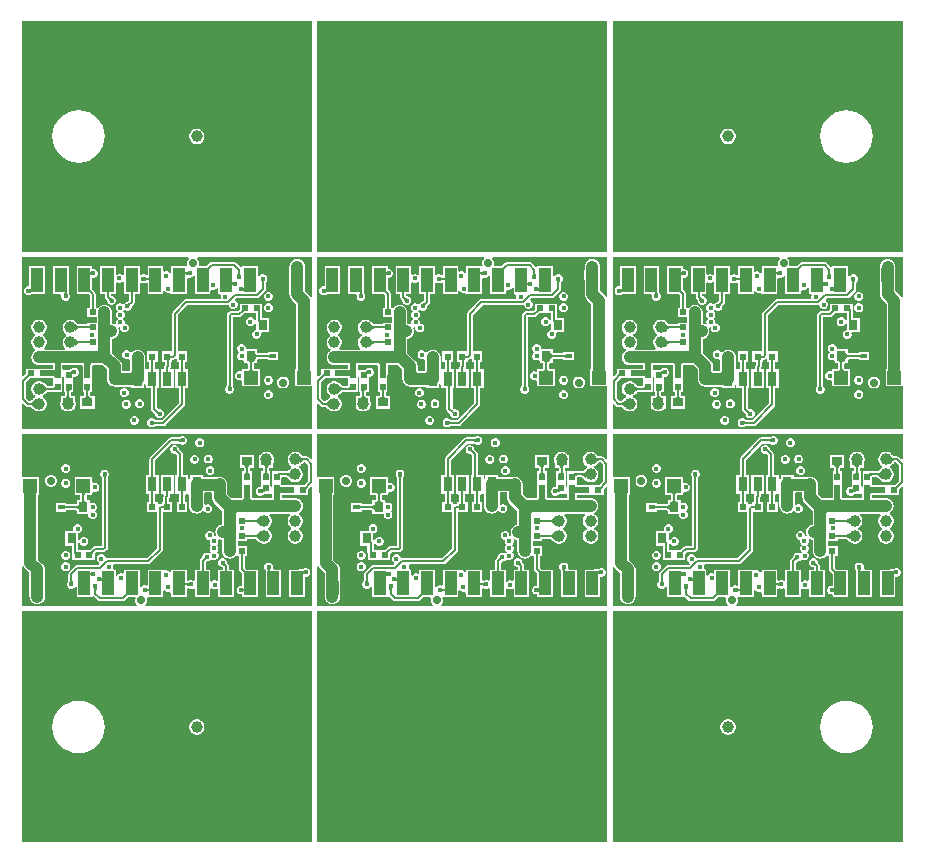
<source format=gtl>
G04*
G04 #@! TF.GenerationSoftware,Altium Limited,Altium Designer,21.1.0 (24)*
G04*
G04 Layer_Physical_Order=1*
G04 Layer_Color=255*
%FSLAX25Y25*%
%MOIN*%
G70*
G04*
G04 #@! TF.SameCoordinates,3801A82C-AC67-41FB-AA52-F7C80330A8D8*
G04*
G04*
G04 #@! TF.FilePolarity,Positive*
G04*
G01*
G75*
%ADD10C,0.03937*%
%ADD11C,0.00787*%
%ADD12R,0.01968X0.02362*%
%ADD13R,0.03543X0.03150*%
%ADD14R,0.03150X0.05118*%
%ADD15R,0.08268X0.11811*%
%ADD16R,0.02362X0.01968*%
%ADD17R,0.04724X0.04724*%
%ADD18R,0.04016X0.07992*%
%ADD19R,0.02362X0.02165*%
%ADD20R,0.02323X0.01772*%
%ADD21R,0.03150X0.03543*%
%ADD22C,0.03937*%
%ADD23C,0.01968*%
%ADD24C,0.01772*%
%ADD25C,0.02756*%
G36*
X294420Y197707D02*
X197707D01*
X197707Y274733D01*
X294420D01*
Y197707D01*
D02*
G37*
G36*
X195993D02*
X99282D01*
X99282Y274733D01*
X195993D01*
X195993Y197707D01*
D02*
G37*
G36*
X97568D02*
X858D01*
Y216531D01*
X859Y216535D01*
Y274733D01*
X97568D01*
X97568Y197707D01*
D02*
G37*
G36*
X253346Y195493D02*
X253000Y195147D01*
X252700Y194423D01*
Y193640D01*
X252823Y193344D01*
X252450Y192937D01*
X247402D01*
Y190753D01*
X247179Y190646D01*
X246902Y190600D01*
X246546Y190956D01*
X246003Y191181D01*
X245416D01*
X245225Y191102D01*
X244725Y191436D01*
Y192937D01*
X239528D01*
Y190203D01*
X239497Y190141D01*
X239455Y190092D01*
X238997Y189946D01*
X238967Y189976D01*
X238424Y190200D01*
X237837D01*
X237351Y189999D01*
X237093Y190095D01*
X236851Y190240D01*
Y192937D01*
X231654D01*
Y190153D01*
X231154Y189946D01*
X230995Y190106D01*
X230452Y190331D01*
X229865D01*
X229477Y190170D01*
X228977Y190415D01*
Y192937D01*
X223780D01*
Y183764D01*
X225375D01*
Y182646D01*
X225452Y182262D01*
X225669Y181937D01*
X225957Y181649D01*
X225981Y181584D01*
X226003Y181560D01*
X226006Y181557D01*
X226007Y181554D01*
X226008Y181553D01*
X226009Y181551D01*
X226010Y181547D01*
X226011Y181542D01*
X226013Y181532D01*
X226014Y181518D01*
X226015Y181479D01*
X226064Y181369D01*
Y181191D01*
X226289Y180649D01*
X226704Y180233D01*
X227246Y180008D01*
X227834D01*
X228376Y180233D01*
X228792Y180649D01*
X229016Y181191D01*
Y181778D01*
X228792Y182321D01*
X228376Y182736D01*
X227834Y182961D01*
X227656D01*
X227546Y183010D01*
X227507Y183010D01*
X227493Y183012D01*
X227483Y183013D01*
X227477Y183015D01*
X227474Y183016D01*
X227472Y183017D01*
X227470Y183018D01*
X227468Y183019D01*
X227465Y183022D01*
X227441Y183044D01*
X227382Y183066D01*
Y183764D01*
X228977D01*
Y187294D01*
X229477Y187538D01*
X229865Y187378D01*
X230452D01*
X230995Y187603D01*
X231154Y187762D01*
X231654Y187555D01*
Y183764D01*
X233249D01*
Y181453D01*
X232976Y181180D01*
X232911Y181156D01*
X232887Y181133D01*
X232881Y181129D01*
X232877Y181126D01*
X232873Y181124D01*
X232869Y181122D01*
X232863Y181120D01*
X232855Y181117D01*
X232843Y181115D01*
X232828Y181113D01*
X232788Y181111D01*
X232689Y181063D01*
X232550D01*
X232007Y180839D01*
X231592Y180423D01*
X231056Y180435D01*
X230691Y180587D01*
X230104D01*
X229561Y180362D01*
X229146Y179946D01*
X228921Y179404D01*
Y178816D01*
X229146Y178274D01*
X229558Y177861D01*
X229211Y177514D01*
X228986Y176972D01*
Y176384D01*
X229211Y175842D01*
X229560Y175492D01*
X229211Y175143D01*
X228986Y174600D01*
Y174013D01*
X229042Y173879D01*
X228813Y173630D01*
X228643Y173533D01*
X228079Y173767D01*
X227746Y173811D01*
Y177544D01*
X227658Y178212D01*
X227400Y178835D01*
X226990Y179369D01*
X226456Y179780D01*
X225833Y180037D01*
X225165Y180125D01*
X224497Y180037D01*
X223875Y179780D01*
X223383Y179402D01*
X223000Y179119D01*
X222232D01*
Y183639D01*
X222155Y184023D01*
X221938Y184349D01*
X221103Y185183D01*
Y189083D01*
X221144Y189111D01*
X221731D01*
X222274Y189335D01*
X222689Y189751D01*
X222914Y190293D01*
Y190881D01*
X222689Y191423D01*
X222274Y191839D01*
X221731Y192063D01*
X221144D01*
X221103Y192090D01*
Y192937D01*
X215906D01*
Y183764D01*
X219684D01*
X220225Y183223D01*
Y179119D01*
X219457D01*
Y175970D01*
X222584D01*
Y174119D01*
X219457D01*
Y173548D01*
X216632D01*
X216625Y173554D01*
X216591Y173565D01*
X216579Y173572D01*
X216571Y173573D01*
X216542Y173587D01*
X216473Y173629D01*
X216394Y173686D01*
X215811Y174201D01*
X215638Y174374D01*
X215638Y174374D01*
X215638Y174374D01*
X215521Y174423D01*
X215352Y174592D01*
X214768Y174929D01*
X214117Y175103D01*
X213443D01*
X212792Y174929D01*
X212209Y174592D01*
X211733Y174116D01*
X211396Y173532D01*
X211221Y172881D01*
Y172207D01*
X211396Y171556D01*
X211733Y170973D01*
X212209Y170496D01*
X212492Y170333D01*
Y169756D01*
X212209Y169592D01*
X211733Y169116D01*
X211396Y168532D01*
X211221Y167881D01*
Y167207D01*
X211396Y166557D01*
X211733Y165973D01*
X212080Y165625D01*
X211898Y165125D01*
X205230D01*
X205047Y165625D01*
X205395Y165973D01*
X205732Y166557D01*
X205906Y167207D01*
Y167881D01*
X205732Y168532D01*
X205395Y169116D01*
X204919Y169592D01*
X204635Y169756D01*
Y170333D01*
X204919Y170496D01*
X205395Y170973D01*
X205732Y171556D01*
X205906Y172207D01*
Y172881D01*
X205732Y173532D01*
X205395Y174116D01*
X204919Y174592D01*
X204335Y174929D01*
X203684Y175103D01*
X203010D01*
X202360Y174929D01*
X201776Y174592D01*
X201300Y174116D01*
X200963Y173532D01*
X200788Y172881D01*
Y172207D01*
X200963Y171556D01*
X201300Y170973D01*
X201776Y170496D01*
X202059Y170333D01*
Y169756D01*
X201776Y169592D01*
X201300Y169116D01*
X200963Y168532D01*
X200788Y167881D01*
Y167207D01*
X200963Y166557D01*
X201300Y165973D01*
X201776Y165497D01*
X202059Y165333D01*
X202097Y165213D01*
X202057Y164780D01*
X201922Y164677D01*
X201776Y164592D01*
X201656Y164472D01*
X201522Y164369D01*
X201419Y164235D01*
X201300Y164116D01*
X201215Y163969D01*
X201112Y163835D01*
X201047Y163679D01*
X200963Y163532D01*
X200919Y163369D01*
X200854Y163212D01*
X200832Y163045D01*
X200788Y162881D01*
Y162712D01*
X200766Y162544D01*
X200788Y162376D01*
Y162207D01*
X200832Y162044D01*
X200854Y161876D01*
X200919Y161720D01*
X200963Y161556D01*
X201047Y161410D01*
X201112Y161254D01*
X201215Y161119D01*
X201300Y160973D01*
X201419Y160853D01*
X201522Y160719D01*
X201656Y160616D01*
X201776Y160496D01*
X201922Y160412D01*
X202057Y160309D01*
X202213Y160244D01*
X202360Y160160D01*
X202523Y160116D01*
X202679Y160051D01*
X202847Y160029D01*
X203010Y159985D01*
X203180D01*
X203347Y159963D01*
X207923D01*
Y158821D01*
X204725D01*
X204570Y158790D01*
X203060D01*
X202954Y158790D01*
X202560D01*
X202453Y158790D01*
X199017D01*
Y157060D01*
X198170Y156213D01*
X197708Y156405D01*
Y195993D01*
X253139D01*
X253346Y195493D01*
D02*
G37*
G36*
X154921D02*
X154575Y195147D01*
X154275Y194423D01*
Y193640D01*
X154398Y193344D01*
X154025Y192937D01*
X148977D01*
Y190753D01*
X148754Y190646D01*
X148477Y190600D01*
X148121Y190956D01*
X147578Y191181D01*
X146991D01*
X146800Y191102D01*
X146300Y191436D01*
Y192937D01*
X141103D01*
Y190203D01*
X141071Y190141D01*
X141029Y190092D01*
X140571Y189946D01*
X140542Y189976D01*
X139999Y190200D01*
X139412D01*
X138926Y189999D01*
X138668Y190095D01*
X138426Y190240D01*
Y192937D01*
X133229D01*
Y190153D01*
X132729Y189946D01*
X132569Y190106D01*
X132027Y190331D01*
X131439D01*
X131052Y190170D01*
X130552Y190415D01*
Y192937D01*
X125355D01*
Y183764D01*
X126950D01*
Y182646D01*
X127026Y182262D01*
X127244Y181937D01*
X127532Y181649D01*
X127556Y181584D01*
X127577Y181560D01*
X127580Y181557D01*
X127582Y181554D01*
X127583Y181553D01*
X127584Y181551D01*
X127585Y181547D01*
X127586Y181542D01*
X127588Y181532D01*
X127589Y181518D01*
X127590Y181479D01*
X127639Y181369D01*
Y181191D01*
X127863Y180649D01*
X128279Y180233D01*
X128821Y180008D01*
X129409D01*
X129951Y180233D01*
X130367Y180649D01*
X130591Y181191D01*
Y181778D01*
X130367Y182321D01*
X129951Y182736D01*
X129409Y182961D01*
X129231D01*
X129121Y183010D01*
X129082Y183010D01*
X129068Y183012D01*
X129058Y183013D01*
X129052Y183015D01*
X129049Y183016D01*
X129047Y183017D01*
X129045Y183018D01*
X129043Y183019D01*
X129039Y183022D01*
X129016Y183044D01*
X128957Y183066D01*
Y183764D01*
X130552D01*
Y187294D01*
X131052Y187538D01*
X131439Y187378D01*
X132027D01*
X132569Y187603D01*
X132729Y187762D01*
X133229Y187555D01*
Y183764D01*
X134824D01*
Y181453D01*
X134551Y181180D01*
X134486Y181156D01*
X134461Y181133D01*
X134456Y181129D01*
X134452Y181126D01*
X134448Y181124D01*
X134443Y181122D01*
X134438Y181120D01*
X134429Y181117D01*
X134418Y181115D01*
X134403Y181113D01*
X134363Y181111D01*
X134264Y181063D01*
X134125D01*
X133582Y180839D01*
X133167Y180423D01*
X132631Y180435D01*
X132266Y180587D01*
X131678D01*
X131136Y180362D01*
X130721Y179946D01*
X130496Y179404D01*
Y178816D01*
X130721Y178274D01*
X131133Y177861D01*
X130786Y177514D01*
X130561Y176972D01*
Y176384D01*
X130786Y175842D01*
X131135Y175492D01*
X130786Y175143D01*
X130561Y174600D01*
Y174013D01*
X130616Y173879D01*
X130388Y173630D01*
X130218Y173533D01*
X129654Y173767D01*
X129321Y173811D01*
Y177544D01*
X129233Y178212D01*
X128975Y178835D01*
X128565Y179369D01*
X128031Y179780D01*
X127408Y180037D01*
X126740Y180125D01*
X126072Y180037D01*
X125449Y179780D01*
X124957Y179402D01*
X124575Y179119D01*
X123806D01*
Y183639D01*
X123730Y184023D01*
X123512Y184349D01*
X122678Y185183D01*
Y189083D01*
X122719Y189111D01*
X123306D01*
X123849Y189335D01*
X124264Y189751D01*
X124489Y190293D01*
Y190881D01*
X124264Y191423D01*
X123849Y191839D01*
X123306Y192063D01*
X122719D01*
X122678Y192090D01*
Y192937D01*
X117481D01*
Y183764D01*
X121259D01*
X121799Y183223D01*
Y179119D01*
X121031D01*
Y175970D01*
X124159D01*
Y174119D01*
X121031D01*
Y173548D01*
X118207D01*
X118200Y173554D01*
X118166Y173565D01*
X118154Y173572D01*
X118146Y173573D01*
X118117Y173587D01*
X118048Y173629D01*
X117969Y173686D01*
X117386Y174201D01*
X117213Y174374D01*
X117213Y174374D01*
X117213Y174374D01*
X117096Y174423D01*
X116926Y174592D01*
X116343Y174929D01*
X115692Y175103D01*
X115018D01*
X114367Y174929D01*
X113784Y174592D01*
X113307Y174116D01*
X112970Y173532D01*
X112796Y172881D01*
Y172207D01*
X112970Y171556D01*
X113307Y170973D01*
X113784Y170496D01*
X114067Y170333D01*
Y169756D01*
X113784Y169592D01*
X113307Y169116D01*
X112970Y168532D01*
X112796Y167881D01*
Y167207D01*
X112970Y166557D01*
X113307Y165973D01*
X113655Y165625D01*
X113473Y165125D01*
X106805D01*
X106622Y165625D01*
X106970Y165973D01*
X107307Y166557D01*
X107481Y167207D01*
Y167881D01*
X107307Y168532D01*
X106970Y169116D01*
X106493Y169592D01*
X106210Y169756D01*
Y170333D01*
X106493Y170496D01*
X106970Y170973D01*
X107307Y171556D01*
X107481Y172207D01*
Y172881D01*
X107307Y173532D01*
X106970Y174116D01*
X106493Y174592D01*
X105910Y174929D01*
X105259Y175103D01*
X104585D01*
X103934Y174929D01*
X103351Y174592D01*
X102874Y174116D01*
X102537Y173532D01*
X102363Y172881D01*
Y172207D01*
X102537Y171556D01*
X102874Y170973D01*
X103351Y170496D01*
X103634Y170333D01*
Y169756D01*
X103351Y169592D01*
X102874Y169116D01*
X102537Y168532D01*
X102363Y167881D01*
Y167207D01*
X102537Y166557D01*
X102874Y165973D01*
X103351Y165497D01*
X103634Y165333D01*
X103672Y165213D01*
X103631Y164780D01*
X103497Y164677D01*
X103351Y164592D01*
X103231Y164472D01*
X103097Y164369D01*
X102994Y164235D01*
X102874Y164116D01*
X102790Y163969D01*
X102687Y163835D01*
X102622Y163679D01*
X102537Y163532D01*
X102494Y163369D01*
X102429Y163212D01*
X102407Y163045D01*
X102363Y162881D01*
Y162712D01*
X102341Y162544D01*
X102363Y162376D01*
Y162207D01*
X102407Y162044D01*
X102429Y161876D01*
X102494Y161720D01*
X102537Y161556D01*
X102622Y161410D01*
X102687Y161254D01*
X102790Y161119D01*
X102874Y160973D01*
X102994Y160853D01*
X103097Y160719D01*
X103231Y160616D01*
X103351Y160496D01*
X103497Y160412D01*
X103631Y160309D01*
X103788Y160244D01*
X103934Y160160D01*
X104098Y160116D01*
X104254Y160051D01*
X104422Y160029D01*
X104585Y159985D01*
X104754D01*
X104922Y159963D01*
X109497D01*
Y158821D01*
X106300D01*
X106145Y158790D01*
X104635D01*
X104528Y158790D01*
X104135D01*
X104028Y158790D01*
X100591D01*
Y157060D01*
X99745Y156213D01*
X99283Y156405D01*
Y195993D01*
X154714D01*
X154921Y195493D01*
D02*
G37*
G36*
X56496D02*
X56150Y195147D01*
X55850Y194423D01*
Y193640D01*
X55972Y193344D01*
X55600Y192937D01*
X50552D01*
Y190753D01*
X50329Y190646D01*
X50052Y190600D01*
X49695Y190956D01*
X49153Y191181D01*
X48565D01*
X48375Y191102D01*
X47875Y191436D01*
Y192937D01*
X42678D01*
Y190203D01*
X42646Y190141D01*
X42604Y190092D01*
X42146Y189946D01*
X42117Y189976D01*
X41574Y190200D01*
X40987D01*
X40501Y189999D01*
X40243Y190095D01*
X40001Y190240D01*
Y192937D01*
X34804D01*
Y190153D01*
X34304Y189946D01*
X34144Y190106D01*
X33601Y190331D01*
X33014D01*
X32627Y190170D01*
X32127Y190415D01*
Y192937D01*
X26930D01*
Y183764D01*
X28525D01*
Y182646D01*
X28601Y182262D01*
X28819Y181937D01*
X29107Y181649D01*
X29131Y181584D01*
X29152Y181560D01*
X29155Y181557D01*
X29157Y181554D01*
X29158Y181553D01*
X29158Y181551D01*
X29160Y181547D01*
X29161Y181542D01*
X29163Y181532D01*
X29164Y181518D01*
X29165Y181479D01*
X29213Y181369D01*
Y181191D01*
X29438Y180649D01*
X29853Y180233D01*
X30396Y180008D01*
X30983D01*
X31526Y180233D01*
X31941Y180649D01*
X32166Y181191D01*
Y181778D01*
X31941Y182321D01*
X31526Y182736D01*
X30983Y182961D01*
X30806D01*
X30696Y183010D01*
X30656Y183010D01*
X30642Y183012D01*
X30633Y183013D01*
X30627Y183015D01*
X30624Y183016D01*
X30622Y183017D01*
X30620Y183018D01*
X30618Y183019D01*
X30614Y183022D01*
X30591Y183044D01*
X30532Y183066D01*
Y183764D01*
X32127D01*
Y187294D01*
X32627Y187538D01*
X33014Y187378D01*
X33601D01*
X34144Y187603D01*
X34304Y187762D01*
X34804Y187555D01*
Y183764D01*
X36399D01*
Y181453D01*
X36125Y181180D01*
X36060Y181156D01*
X36036Y181133D01*
X36031Y181129D01*
X36026Y181126D01*
X36022Y181124D01*
X36018Y181122D01*
X36012Y181120D01*
X36004Y181117D01*
X35993Y181115D01*
X35978Y181113D01*
X35937Y181111D01*
X35839Y181063D01*
X35700D01*
X35157Y180839D01*
X34742Y180423D01*
X34205Y180435D01*
X33841Y180587D01*
X33253D01*
X32711Y180362D01*
X32295Y179946D01*
X32071Y179404D01*
Y178816D01*
X32295Y178274D01*
X32708Y177861D01*
X32361Y177514D01*
X32136Y176972D01*
Y176384D01*
X32361Y175842D01*
X32710Y175492D01*
X32361Y175143D01*
X32136Y174600D01*
Y174013D01*
X32191Y173879D01*
X31963Y173630D01*
X31793Y173533D01*
X31229Y173767D01*
X30896Y173811D01*
Y177544D01*
X30808Y178212D01*
X30550Y178835D01*
X30140Y179369D01*
X29605Y179780D01*
X28983Y180037D01*
X28315Y180125D01*
X27647Y180037D01*
X27024Y179780D01*
X26532Y179402D01*
X26149Y179119D01*
X25381D01*
Y183639D01*
X25305Y184023D01*
X25087Y184349D01*
X24253Y185183D01*
Y189083D01*
X24294Y189111D01*
X24881D01*
X25424Y189335D01*
X25839Y189751D01*
X26064Y190293D01*
Y190881D01*
X25839Y191423D01*
X25424Y191839D01*
X24881Y192063D01*
X24294D01*
X24253Y192090D01*
Y192937D01*
X19056D01*
Y183764D01*
X22834D01*
X23374Y183223D01*
Y179119D01*
X22606D01*
Y175970D01*
X25734D01*
Y174119D01*
X22606D01*
Y173548D01*
X19781D01*
X19775Y173554D01*
X19740Y173565D01*
X19729Y173572D01*
X19721Y173573D01*
X19692Y173587D01*
X19623Y173629D01*
X19544Y173686D01*
X18961Y174201D01*
X18788Y174374D01*
X18788Y174374D01*
X18788Y174374D01*
X18670Y174423D01*
X18501Y174592D01*
X17918Y174929D01*
X17267Y175103D01*
X16593D01*
X15942Y174929D01*
X15359Y174592D01*
X14882Y174116D01*
X14545Y173532D01*
X14371Y172881D01*
Y172207D01*
X14545Y171556D01*
X14882Y170973D01*
X15359Y170496D01*
X15642Y170333D01*
Y169756D01*
X15359Y169592D01*
X14882Y169116D01*
X14545Y168532D01*
X14371Y167881D01*
Y167207D01*
X14545Y166557D01*
X14882Y165973D01*
X15230Y165625D01*
X15047Y165125D01*
X8379D01*
X8197Y165625D01*
X8545Y165973D01*
X8882Y166557D01*
X9056Y167207D01*
Y167881D01*
X8882Y168532D01*
X8545Y169116D01*
X8068Y169592D01*
X7785Y169756D01*
Y170333D01*
X8068Y170496D01*
X8545Y170973D01*
X8882Y171556D01*
X9056Y172207D01*
Y172881D01*
X8882Y173532D01*
X8545Y174116D01*
X8068Y174592D01*
X7485Y174929D01*
X6834Y175103D01*
X6160D01*
X5509Y174929D01*
X4925Y174592D01*
X4449Y174116D01*
X4112Y173532D01*
X3938Y172881D01*
Y172207D01*
X4112Y171556D01*
X4449Y170973D01*
X4925Y170496D01*
X5209Y170333D01*
Y169756D01*
X4925Y169592D01*
X4449Y169116D01*
X4112Y168532D01*
X3938Y167881D01*
Y167207D01*
X4112Y166557D01*
X4449Y165973D01*
X4925Y165497D01*
X5209Y165333D01*
X5246Y165213D01*
X5206Y164780D01*
X5072Y164677D01*
X4925Y164592D01*
X4806Y164472D01*
X4672Y164369D01*
X4569Y164235D01*
X4449Y164116D01*
X4364Y163969D01*
X4262Y163835D01*
X4197Y163679D01*
X4112Y163532D01*
X4068Y163369D01*
X4004Y163212D01*
X3982Y163045D01*
X3938Y162881D01*
Y162712D01*
X3916Y162544D01*
X3938Y162376D01*
Y162207D01*
X3982Y162044D01*
X4004Y161876D01*
X4068Y161720D01*
X4112Y161556D01*
X4197Y161410D01*
X4262Y161254D01*
X4364Y161119D01*
X4449Y160973D01*
X4569Y160853D01*
X4672Y160719D01*
X4806Y160616D01*
X4925Y160496D01*
X5072Y160412D01*
X5206Y160309D01*
X5363Y160244D01*
X5509Y160160D01*
X5672Y160116D01*
X5829Y160051D01*
X5996Y160029D01*
X6160Y159985D01*
X6329D01*
X6497Y159963D01*
X11072D01*
Y158821D01*
X7875D01*
X7720Y158790D01*
X6210D01*
X6103Y158790D01*
X5709D01*
X5603Y158790D01*
X2166D01*
Y157060D01*
X1320Y156213D01*
X858Y156405D01*
Y195993D01*
X56289D01*
X56496Y195493D01*
D02*
G37*
G36*
X270384Y190448D02*
X270391Y190392D01*
X270402Y190336D01*
X270418Y190283D01*
X270439Y190231D01*
X270463Y190180D01*
X270493Y190130D01*
X270527Y190082D01*
X270565Y190036D01*
X270608Y189991D01*
X269368D01*
X269411Y190036D01*
X269450Y190082D01*
X269484Y190130D01*
X269513Y190180D01*
X269538Y190231D01*
X269558Y190283D01*
X269574Y190336D01*
X269585Y190392D01*
X269592Y190448D01*
X269595Y190506D01*
X270382D01*
X270384Y190448D01*
D02*
G37*
G36*
X171959D02*
X171966Y190392D01*
X171977Y190336D01*
X171993Y190283D01*
X172013Y190231D01*
X172038Y190180D01*
X172068Y190130D01*
X172102Y190082D01*
X172140Y190036D01*
X172183Y189991D01*
X170943D01*
X170986Y190036D01*
X171025Y190082D01*
X171058Y190130D01*
X171088Y190180D01*
X171113Y190231D01*
X171133Y190283D01*
X171149Y190336D01*
X171160Y190392D01*
X171167Y190448D01*
X171169Y190506D01*
X171957D01*
X171959Y190448D01*
D02*
G37*
G36*
X73534D02*
X73541Y190392D01*
X73552Y190336D01*
X73568Y190283D01*
X73588Y190231D01*
X73613Y190180D01*
X73642Y190130D01*
X73676Y190082D01*
X73715Y190036D01*
X73758Y189991D01*
X72518D01*
X72561Y190036D01*
X72599Y190082D01*
X72633Y190130D01*
X72663Y190180D01*
X72688Y190231D01*
X72708Y190283D01*
X72724Y190336D01*
X72735Y190392D01*
X72742Y190448D01*
X72744Y190506D01*
X73532D01*
X73534Y190448D01*
D02*
G37*
G36*
X220805Y189967D02*
X220760Y190010D01*
X220714Y190048D01*
X220666Y190082D01*
X220616Y190112D01*
X220565Y190137D01*
X220513Y190157D01*
X220460Y190173D01*
X220404Y190184D01*
X220348Y190191D01*
X220290Y190193D01*
Y190981D01*
X220348Y190983D01*
X220404Y190990D01*
X220460Y191001D01*
X220513Y191017D01*
X220565Y191037D01*
X220616Y191062D01*
X220666Y191092D01*
X220714Y191126D01*
X220760Y191164D01*
X220805Y191207D01*
Y189967D01*
D02*
G37*
G36*
X122380D02*
X122335Y190010D01*
X122288Y190048D01*
X122240Y190082D01*
X122191Y190112D01*
X122140Y190137D01*
X122088Y190157D01*
X122034Y190173D01*
X121979Y190184D01*
X121923Y190191D01*
X121865Y190193D01*
Y190981D01*
X121923Y190983D01*
X121979Y190990D01*
X122034Y191001D01*
X122088Y191017D01*
X122140Y191037D01*
X122191Y191062D01*
X122240Y191092D01*
X122288Y191126D01*
X122335Y191164D01*
X122380Y191207D01*
Y189967D01*
D02*
G37*
G36*
X23955D02*
X23910Y190010D01*
X23863Y190048D01*
X23815Y190082D01*
X23766Y190112D01*
X23715Y190137D01*
X23663Y190157D01*
X23609Y190173D01*
X23554Y190184D01*
X23497Y190191D01*
X23439Y190193D01*
Y190981D01*
X23497Y190983D01*
X23554Y190990D01*
X23609Y191001D01*
X23663Y191017D01*
X23715Y191037D01*
X23766Y191062D01*
X23815Y191092D01*
X23863Y191126D01*
X23910Y191164D01*
X23955Y191207D01*
Y189967D01*
D02*
G37*
G36*
X252894Y189936D02*
X252849Y189979D01*
X252802Y190017D01*
X252754Y190051D01*
X252705Y190081D01*
X252654Y190105D01*
X252602Y190126D01*
X252548Y190142D01*
X252493Y190153D01*
X252437Y190160D01*
X252379Y190162D01*
Y190949D01*
X252437Y190952D01*
X252493Y190959D01*
X252548Y190970D01*
X252602Y190986D01*
X252654Y191006D01*
X252705Y191031D01*
X252754Y191060D01*
X252802Y191094D01*
X252849Y191133D01*
X252894Y191176D01*
Y189936D01*
D02*
G37*
G36*
X154469D02*
X154424Y189979D01*
X154377Y190017D01*
X154329Y190051D01*
X154280Y190081D01*
X154229Y190105D01*
X154177Y190126D01*
X154123Y190142D01*
X154068Y190153D01*
X154012Y190160D01*
X153954Y190162D01*
Y190949D01*
X154012Y190952D01*
X154068Y190959D01*
X154123Y190970D01*
X154177Y190986D01*
X154229Y191006D01*
X154280Y191031D01*
X154329Y191060D01*
X154377Y191094D01*
X154424Y191133D01*
X154469Y191176D01*
Y189936D01*
D02*
G37*
G36*
X56044D02*
X55999Y189979D01*
X55952Y190017D01*
X55904Y190051D01*
X55855Y190081D01*
X55804Y190105D01*
X55752Y190126D01*
X55698Y190142D01*
X55643Y190153D01*
X55586Y190160D01*
X55528Y190162D01*
Y190949D01*
X55586Y190952D01*
X55643Y190959D01*
X55698Y190970D01*
X55752Y190986D01*
X55804Y191006D01*
X55855Y191031D01*
X55904Y191060D01*
X55952Y191094D01*
X55999Y191133D01*
X56044Y191176D01*
Y189936D01*
D02*
G37*
G36*
X238808Y189301D02*
X238855Y189263D01*
X238903Y189229D01*
X238952Y189199D01*
X239003Y189174D01*
X239055Y189154D01*
X239109Y189138D01*
X239164Y189127D01*
X239221Y189120D01*
X239279Y189118D01*
Y188330D01*
X239221Y188328D01*
X239164Y188321D01*
X239109Y188310D01*
X239055Y188294D01*
X239003Y188274D01*
X238952Y188249D01*
X238903Y188219D01*
X238855Y188185D01*
X238808Y188147D01*
X238763Y188104D01*
Y189344D01*
X238808Y189301D01*
D02*
G37*
G36*
X140383D02*
X140430Y189263D01*
X140478Y189229D01*
X140527Y189199D01*
X140578Y189174D01*
X140630Y189154D01*
X140684Y189138D01*
X140739Y189127D01*
X140795Y189120D01*
X140853Y189118D01*
Y188330D01*
X140795Y188328D01*
X140739Y188321D01*
X140684Y188310D01*
X140630Y188294D01*
X140578Y188274D01*
X140527Y188249D01*
X140478Y188219D01*
X140430Y188185D01*
X140383Y188147D01*
X140338Y188104D01*
Y189344D01*
X140383Y189301D01*
D02*
G37*
G36*
X41958D02*
X42004Y189263D01*
X42053Y189229D01*
X42102Y189199D01*
X42153Y189174D01*
X42205Y189154D01*
X42259Y189138D01*
X42314Y189127D01*
X42370Y189120D01*
X42428Y189118D01*
Y188330D01*
X42370Y188328D01*
X42314Y188321D01*
X42259Y188310D01*
X42205Y188294D01*
X42153Y188274D01*
X42102Y188249D01*
X42053Y188219D01*
X42004Y188185D01*
X41958Y188147D01*
X41913Y188104D01*
Y189344D01*
X41958Y189301D01*
D02*
G37*
G36*
X278570Y188048D02*
X278531Y188001D01*
X278497Y187953D01*
X278468Y187904D01*
X278443Y187853D01*
X278423Y187801D01*
X278407Y187747D01*
X278396Y187692D01*
X278389Y187635D01*
X278386Y187577D01*
X277599D01*
X277597Y187635D01*
X277590Y187692D01*
X277579Y187747D01*
X277563Y187801D01*
X277542Y187853D01*
X277518Y187904D01*
X277488Y187953D01*
X277454Y188001D01*
X277416Y188048D01*
X277373Y188093D01*
X278613D01*
X278570Y188048D01*
D02*
G37*
G36*
X180145D02*
X180106Y188001D01*
X180072Y187953D01*
X180043Y187904D01*
X180018Y187853D01*
X179998Y187801D01*
X179982Y187747D01*
X179970Y187692D01*
X179964Y187635D01*
X179961Y187577D01*
X179174D01*
X179172Y187635D01*
X179165Y187692D01*
X179154Y187747D01*
X179138Y187801D01*
X179117Y187853D01*
X179092Y187904D01*
X179063Y187953D01*
X179029Y188001D01*
X178991Y188048D01*
X178948Y188093D01*
X180188D01*
X180145Y188048D01*
D02*
G37*
G36*
X81719D02*
X81681Y188001D01*
X81647Y187953D01*
X81618Y187904D01*
X81593Y187853D01*
X81572Y187801D01*
X81556Y187747D01*
X81545Y187692D01*
X81538Y187635D01*
X81536Y187577D01*
X80749D01*
X80747Y187635D01*
X80740Y187692D01*
X80728Y187747D01*
X80712Y187801D01*
X80692Y187853D01*
X80667Y187904D01*
X80638Y187953D01*
X80604Y188001D01*
X80565Y188048D01*
X80522Y188093D01*
X81762D01*
X81719Y188048D01*
D02*
G37*
G36*
X268054Y186460D02*
X268010Y186505D01*
X267965Y186546D01*
X267919Y186581D01*
X267870Y186612D01*
X267820Y186638D01*
X267769Y186659D01*
X267716Y186676D01*
X267661Y186687D01*
X267605Y186695D01*
X267547Y186697D01*
X267584Y187484D01*
X267642Y187486D01*
X267699Y187493D01*
X267754Y187504D01*
X267808Y187519D01*
X267861Y187538D01*
X267913Y187562D01*
X267963Y187590D01*
X268012Y187622D01*
X268060Y187659D01*
X268106Y187699D01*
X268054Y186460D01*
D02*
G37*
G36*
X169629D02*
X169585Y186505D01*
X169540Y186546D01*
X169493Y186581D01*
X169445Y186612D01*
X169395Y186638D01*
X169344Y186659D01*
X169291Y186676D01*
X169236Y186687D01*
X169179Y186695D01*
X169121Y186697D01*
X169159Y187484D01*
X169217Y187486D01*
X169273Y187493D01*
X169329Y187504D01*
X169383Y187519D01*
X169436Y187538D01*
X169487Y187562D01*
X169538Y187590D01*
X169587Y187622D01*
X169635Y187659D01*
X169681Y187699D01*
X169629Y186460D01*
D02*
G37*
G36*
X71203D02*
X71160Y186505D01*
X71115Y186546D01*
X71068Y186581D01*
X71020Y186612D01*
X70970Y186638D01*
X70919Y186659D01*
X70865Y186676D01*
X70811Y186687D01*
X70754Y186695D01*
X70696Y186697D01*
X70734Y187484D01*
X70792Y187486D01*
X70848Y187493D01*
X70904Y187504D01*
X70958Y187519D01*
X71011Y187538D01*
X71062Y187562D01*
X71113Y187590D01*
X71162Y187622D01*
X71209Y187659D01*
X71256Y187699D01*
X71203Y186460D01*
D02*
G37*
G36*
X271381Y185797D02*
X271429Y185757D01*
X271478Y185724D01*
X271528Y185698D01*
X271578Y185679D01*
X271629Y185666D01*
X271681Y185660D01*
X271733Y185660D01*
X271787Y185667D01*
X271841Y185681D01*
X271821Y184862D01*
X271760Y184848D01*
X271644Y184811D01*
X271590Y184789D01*
X271539Y184764D01*
X271489Y184737D01*
X271442Y184707D01*
X271397Y184675D01*
X271355Y184640D01*
X271314Y184603D01*
X271334Y185843D01*
X271381Y185797D01*
D02*
G37*
G36*
X172956D02*
X173004Y185757D01*
X173053Y185724D01*
X173102Y185698D01*
X173153Y185679D01*
X173204Y185666D01*
X173256Y185660D01*
X173308Y185660D01*
X173362Y185667D01*
X173416Y185681D01*
X173396Y184862D01*
X173334Y184848D01*
X173219Y184811D01*
X173165Y184789D01*
X173113Y184764D01*
X173064Y184737D01*
X173017Y184707D01*
X172972Y184675D01*
X172929Y184640D01*
X172889Y184603D01*
X172908Y185843D01*
X172956Y185797D01*
D02*
G37*
G36*
X74531D02*
X74579Y185757D01*
X74628Y185724D01*
X74677Y185698D01*
X74728Y185679D01*
X74779Y185666D01*
X74831Y185660D01*
X74883Y185660D01*
X74936Y185667D01*
X74990Y185681D01*
X74970Y184862D01*
X74909Y184848D01*
X74794Y184811D01*
X74740Y184789D01*
X74688Y184764D01*
X74639Y184737D01*
X74591Y184707D01*
X74547Y184675D01*
X74504Y184640D01*
X74464Y184603D01*
X74483Y185843D01*
X74531Y185797D01*
D02*
G37*
G36*
X294419Y182836D02*
X293919Y182737D01*
X293900Y182784D01*
X293490Y183319D01*
X291969Y184839D01*
Y188143D01*
X291991Y188311D01*
X291969Y188479D01*
Y192937D01*
X291938D01*
X291864Y193503D01*
X291606Y194125D01*
X291196Y194660D01*
X290661Y195070D01*
X290039Y195328D01*
X289371Y195416D01*
X288703Y195328D01*
X288080Y195070D01*
X287546Y194660D01*
X287136Y194125D01*
X286878Y193503D01*
X286803Y192937D01*
X286772D01*
Y191778D01*
X286750Y191610D01*
Y188390D01*
X286772Y188222D01*
Y183764D01*
X286790D01*
Y183748D01*
X286878Y183080D01*
X287136Y182457D01*
X287546Y181923D01*
X287715Y181793D01*
X289083Y180424D01*
Y158790D01*
X288712D01*
Y152884D01*
X294419D01*
Y138652D01*
X197708D01*
Y146874D01*
X198170Y147065D01*
X198872Y146364D01*
X199197Y146146D01*
X199581Y146070D01*
X200496D01*
X200502Y146064D01*
X200537Y146052D01*
X200548Y146046D01*
X200557Y146045D01*
X200586Y146030D01*
X200654Y145988D01*
X200734Y145932D01*
X201316Y145416D01*
X201489Y145244D01*
X201489Y145244D01*
X201489Y145243D01*
X201607Y145195D01*
X201776Y145026D01*
X202360Y144689D01*
X203010Y144514D01*
X203684D01*
X204335Y144689D01*
X204919Y145026D01*
X205395Y145502D01*
X205732Y146085D01*
X205906Y146736D01*
Y147410D01*
X205732Y148061D01*
X205395Y148644D01*
X204919Y149121D01*
X204635Y149285D01*
Y149862D01*
X204919Y150025D01*
X205088Y150195D01*
X205205Y150243D01*
X205205Y150243D01*
X205205Y150244D01*
X205384Y150423D01*
X205698Y150717D01*
X205952Y150926D01*
X206040Y150988D01*
X206109Y151030D01*
X206138Y151045D01*
X206146Y151046D01*
X206158Y151052D01*
X206192Y151064D01*
X206199Y151070D01*
X207781D01*
X207806Y151053D01*
X207954Y151024D01*
Y150995D01*
X208099D01*
X208190Y150977D01*
X208977D01*
X209068Y150995D01*
X211103D01*
Y154432D01*
X211103Y154538D01*
Y154932D01*
X211103Y155038D01*
Y156107D01*
X211115Y156118D01*
X211615Y155898D01*
Y155028D01*
X211615Y154921D01*
Y154528D01*
X211615Y154421D01*
Y150984D01*
X211990D01*
Y149925D01*
X211984Y149918D01*
X211972Y149884D01*
X211966Y149872D01*
X211965Y149864D01*
X211950Y149835D01*
X211923Y149790D01*
X210631D01*
Y148100D01*
X210608Y148061D01*
X210434Y147410D01*
Y146736D01*
X210608Y146086D01*
X210631Y146047D01*
Y145459D01*
X210988D01*
X211422Y145026D01*
X212005Y144689D01*
X212656Y144514D01*
X213330D01*
X213981Y144689D01*
X214564Y145026D01*
X214998Y145459D01*
X215355D01*
Y146047D01*
X215378Y146086D01*
X215552Y146736D01*
Y147410D01*
X215378Y148061D01*
X215355Y148100D01*
Y149790D01*
X214150D01*
X213997Y149943D01*
Y150962D01*
X214018Y150984D01*
X214765D01*
Y154421D01*
X214765Y154528D01*
Y154921D01*
X214765Y155028D01*
Y156147D01*
X214786Y156161D01*
X215373D01*
X215916Y156386D01*
X216331Y156801D01*
X216556Y157344D01*
Y157931D01*
X216331Y158474D01*
X215916Y158889D01*
X215373Y159114D01*
X214786D01*
X214243Y158889D01*
X213925Y158571D01*
X213833Y158516D01*
X213824Y158504D01*
X213795Y158490D01*
X213744Y158500D01*
X213694Y158467D01*
X213684Y158465D01*
X211634D01*
X211615Y158465D01*
X211134Y158510D01*
Y159963D01*
X217752D01*
X217890Y159825D01*
Y156693D01*
X217921Y156538D01*
Y155028D01*
X217921Y154921D01*
Y154528D01*
X217921Y154421D01*
Y150984D01*
X218492D01*
Y150006D01*
X218262Y149776D01*
X217134D01*
Y145445D01*
X221858D01*
Y149776D01*
X220793D01*
X220499Y150069D01*
Y150984D01*
X221071D01*
Y152055D01*
X221077Y152085D01*
X221071Y152117D01*
Y154421D01*
X221071Y154528D01*
Y154921D01*
X221071Y155028D01*
Y156538D01*
X221101Y156693D01*
Y159800D01*
X221265Y159963D01*
X224612D01*
X226011Y158564D01*
Y155386D01*
X226099Y154718D01*
X226357Y154096D01*
X226767Y153561D01*
X227302Y153151D01*
X227924Y152893D01*
X228592Y152805D01*
X228837Y152837D01*
X234056D01*
Y152237D01*
X238387D01*
Y153654D01*
X238477Y153733D01*
X238977Y153507D01*
Y152237D01*
X240751D01*
Y145254D01*
X240827Y144870D01*
X241045Y144545D01*
X242067Y143523D01*
X242068Y143522D01*
Y143447D01*
X242292Y142904D01*
X242708Y142489D01*
X243250Y142264D01*
X243838D01*
X244380Y142489D01*
X244796Y142904D01*
X245021Y143447D01*
Y144034D01*
X244796Y144576D01*
X244380Y144992D01*
X243838Y145217D01*
X243250D01*
X243223Y145205D01*
X242758Y145670D01*
Y152237D01*
X243308D01*
Y158536D01*
X242146D01*
Y161166D01*
X242914D01*
Y164513D01*
X239371D01*
Y161166D01*
X240139D01*
Y158889D01*
X239785Y158536D01*
X238977Y158536D01*
X238802Y158963D01*
Y162544D01*
X238714Y163212D01*
X238457Y163835D01*
X238046Y164369D01*
X237512Y164780D01*
X236889Y165037D01*
X236221Y165125D01*
X235553Y165037D01*
X234931Y164780D01*
X234396Y164369D01*
X234294Y164237D01*
X233757Y164358D01*
X233403Y164711D01*
X232861Y164936D01*
X232274D01*
X231731Y164711D01*
X231316Y164296D01*
X231091Y163753D01*
Y163166D01*
X231316Y162623D01*
X231731Y162208D01*
X232274Y161983D01*
X232861D01*
X233140Y162099D01*
X233640Y161791D01*
Y158185D01*
X233455Y158000D01*
X231353D01*
X231174Y158179D01*
Y159633D01*
X231086Y160301D01*
X230828Y160924D01*
X230418Y161458D01*
X227746Y164130D01*
Y168737D01*
X228079Y168781D01*
X228702Y169039D01*
X229237Y169449D01*
X229647Y169983D01*
X229905Y170606D01*
X229993Y171274D01*
X229905Y171942D01*
X229743Y172333D01*
X230120Y172703D01*
X230381Y172571D01*
Y172106D01*
X230606Y171564D01*
X231021Y171148D01*
X231564Y170924D01*
X232151D01*
X232694Y171148D01*
X233109Y171564D01*
X233334Y172106D01*
Y172694D01*
X233109Y173236D01*
X232694Y173652D01*
X232384Y173780D01*
X231939Y174013D01*
Y174600D01*
X231714Y175143D01*
X231365Y175492D01*
X231714Y175842D01*
X231939Y176384D01*
Y176972D01*
X231714Y177514D01*
X231310Y177918D01*
X231662Y178274D01*
X232185Y178262D01*
X232550Y178111D01*
X233137D01*
X233680Y178335D01*
X234095Y178751D01*
X234320Y179293D01*
Y179512D01*
X234368Y179630D01*
X234367Y179669D01*
X234368Y179682D01*
X234369Y179689D01*
X234370Y179693D01*
X234370Y179693D01*
X234371Y179694D01*
X234393Y179717D01*
X234416Y179782D01*
X234962Y180328D01*
X235180Y180653D01*
X235256Y181037D01*
Y183764D01*
X236851D01*
Y187208D01*
X237093Y187353D01*
X237351Y187449D01*
X237837Y187248D01*
X238424D01*
X238967Y187472D01*
X238997Y187502D01*
X239455Y187356D01*
X239497Y187307D01*
X239528Y187245D01*
Y183764D01*
X244725D01*
Y184555D01*
X245225Y184655D01*
X245226Y184654D01*
X245641Y184239D01*
X246183Y184014D01*
X246771D01*
X246902Y184069D01*
X247402Y183764D01*
Y183764D01*
X252599D01*
Y188801D01*
X253099Y189135D01*
X253233Y189079D01*
X253820D01*
X254363Y189304D01*
X254776Y189717D01*
X254788Y189717D01*
X255276Y189615D01*
Y183764D01*
X260473D01*
Y184781D01*
X260973Y185115D01*
X261085Y185069D01*
X261672D01*
X262215Y185293D01*
X262630Y185709D01*
X262650Y185757D01*
X263150Y185657D01*
Y183764D01*
X263690D01*
X264024Y183264D01*
X263952Y183090D01*
Y182503D01*
X263982Y182430D01*
X263648Y181930D01*
X252409D01*
X252025Y181854D01*
X251699Y181636D01*
X247874Y177811D01*
X247656Y177485D01*
X247580Y177101D01*
Y164513D01*
X244292D01*
Y161166D01*
X245339D01*
Y159972D01*
X245137Y159670D01*
X245060Y159286D01*
Y158536D01*
X243898D01*
Y152237D01*
X248229D01*
Y158536D01*
X247387D01*
X247173Y159036D01*
X247269Y159180D01*
X247346Y159564D01*
Y161166D01*
X247835D01*
Y161836D01*
X248077D01*
X248461Y161912D01*
X248713Y162081D01*
X249213Y161938D01*
Y161166D01*
X249981D01*
Y158536D01*
X248820D01*
Y152237D01*
X249981D01*
Y147305D01*
X244428Y141752D01*
X242142D01*
X242079Y141780D01*
X242047Y141782D01*
X242042Y141782D01*
X242040Y141783D01*
X242038Y141783D01*
X242036Y141784D01*
X242033Y141786D01*
X242027Y141789D01*
X242020Y141794D01*
X242009Y141803D01*
X241980Y141831D01*
X241868Y141874D01*
X241743Y142000D01*
X241200Y142224D01*
X240613D01*
X240070Y142000D01*
X239655Y141584D01*
X239430Y141042D01*
Y140454D01*
X239655Y139912D01*
X240070Y139496D01*
X240613Y139272D01*
X241200D01*
X241743Y139496D01*
X241868Y139622D01*
X241980Y139665D01*
X242009Y139693D01*
X242020Y139702D01*
X242027Y139707D01*
X242033Y139710D01*
X242036Y139712D01*
X242038Y139713D01*
X242040Y139713D01*
X242042Y139714D01*
X242047Y139714D01*
X242079Y139716D01*
X242142Y139744D01*
X244843D01*
X245227Y139821D01*
X245553Y140038D01*
X251695Y146180D01*
X251912Y146506D01*
X251989Y146890D01*
Y152237D01*
X253150D01*
Y158536D01*
X251989D01*
Y161166D01*
X252757D01*
Y164513D01*
X249587D01*
Y176685D01*
X252825Y179923D01*
X266203D01*
X266595Y179856D01*
X266819Y179314D01*
X267235Y178898D01*
X267777Y178674D01*
X268365D01*
X268907Y178898D01*
X269323Y179314D01*
X269547Y179856D01*
Y180444D01*
X269323Y180986D01*
X268907Y181402D01*
X268834Y181432D01*
X268739Y181911D01*
X269084Y182304D01*
X275975D01*
X276359Y182380D01*
X276685Y182597D01*
X278702Y184615D01*
X278920Y184941D01*
X278996Y185325D01*
Y187490D01*
X279025Y187552D01*
X279027Y187585D01*
X279027Y187589D01*
X279028Y187592D01*
X279028Y187594D01*
X279029Y187596D01*
X279030Y187599D01*
X279034Y187604D01*
X279039Y187612D01*
X279048Y187623D01*
X279075Y187651D01*
X279119Y187763D01*
X279244Y187889D01*
X279469Y188432D01*
Y189019D01*
X279244Y189561D01*
X278829Y189977D01*
X278287Y190202D01*
X277699D01*
X277156Y189977D01*
X276741Y189561D01*
X276721Y189513D01*
X276221Y189613D01*
Y192937D01*
X271024D01*
Y192894D01*
X270524Y192687D01*
X269171Y194040D01*
X268846Y194258D01*
X268461Y194334D01*
X260867D01*
X260483Y194258D01*
X260157Y194040D01*
X259054Y192937D01*
X256796D01*
X256518Y193353D01*
X256637Y193640D01*
Y194423D01*
X256338Y195147D01*
X255991Y195493D01*
X256198Y195993D01*
X294419D01*
Y182836D01*
D02*
G37*
G36*
X195994D02*
X195494Y182737D01*
X195475Y182784D01*
X195064Y183319D01*
X193544Y184839D01*
Y188143D01*
X193566Y188311D01*
X193544Y188479D01*
Y192937D01*
X193513D01*
X193439Y193503D01*
X193181Y194125D01*
X192771Y194660D01*
X192236Y195070D01*
X191614Y195328D01*
X190946Y195416D01*
X190278Y195328D01*
X189655Y195070D01*
X189120Y194660D01*
X188710Y194125D01*
X188452Y193503D01*
X188378Y192937D01*
X188347D01*
Y191778D01*
X188325Y191610D01*
Y188390D01*
X188347Y188222D01*
Y183764D01*
X188365D01*
Y183748D01*
X188452Y183080D01*
X188710Y182457D01*
X189121Y181923D01*
X189290Y181793D01*
X190658Y180424D01*
Y158790D01*
X190286D01*
Y152884D01*
X195994D01*
Y138652D01*
X99283D01*
Y146874D01*
X99745Y147065D01*
X100446Y146364D01*
X100772Y146146D01*
X101156Y146070D01*
X102071D01*
X102077Y146064D01*
X102112Y146052D01*
X102123Y146046D01*
X102131Y146045D01*
X102160Y146030D01*
X102229Y145988D01*
X102308Y145932D01*
X102891Y145416D01*
X103064Y145244D01*
X103064Y145244D01*
X103064Y145243D01*
X103182Y145195D01*
X103351Y145026D01*
X103934Y144689D01*
X104585Y144514D01*
X105259D01*
X105910Y144689D01*
X106493Y145026D01*
X106970Y145502D01*
X107307Y146085D01*
X107481Y146736D01*
Y147410D01*
X107307Y148061D01*
X106970Y148644D01*
X106493Y149121D01*
X106210Y149285D01*
Y149862D01*
X106493Y150025D01*
X106663Y150195D01*
X106780Y150243D01*
X106780Y150243D01*
X106780Y150244D01*
X106959Y150423D01*
X107273Y150717D01*
X107526Y150926D01*
X107615Y150988D01*
X107684Y151030D01*
X107713Y151045D01*
X107721Y151046D01*
X107732Y151052D01*
X107767Y151064D01*
X107773Y151070D01*
X109356D01*
X109380Y151053D01*
X109528Y151024D01*
Y150995D01*
X109674D01*
X109765Y150977D01*
X110552D01*
X110643Y150995D01*
X112678D01*
Y154432D01*
X112678Y154538D01*
Y154932D01*
X112678Y155038D01*
Y156107D01*
X112690Y156118D01*
X113190Y155898D01*
Y155028D01*
X113190Y154921D01*
Y154528D01*
X113190Y154421D01*
Y150984D01*
X113564D01*
Y149925D01*
X113559Y149918D01*
X113547Y149884D01*
X113540Y149872D01*
X113539Y149864D01*
X113525Y149835D01*
X113497Y149790D01*
X112206D01*
Y148100D01*
X112183Y148061D01*
X112009Y147410D01*
Y146736D01*
X112183Y146086D01*
X112206Y146047D01*
Y145459D01*
X112563D01*
X112997Y145026D01*
X113580Y144689D01*
X114231Y144514D01*
X114905D01*
X115556Y144689D01*
X116139Y145026D01*
X116573Y145459D01*
X116930D01*
Y146047D01*
X116953Y146086D01*
X117127Y146736D01*
Y147410D01*
X116953Y148061D01*
X116930Y148100D01*
Y149790D01*
X115725D01*
X115571Y149943D01*
Y150962D01*
X115593Y150984D01*
X116340D01*
Y154421D01*
X116340Y154528D01*
Y154921D01*
X116340Y155028D01*
Y156147D01*
X116361Y156161D01*
X116948D01*
X117491Y156386D01*
X117906Y156801D01*
X118131Y157344D01*
Y157931D01*
X117906Y158474D01*
X117491Y158889D01*
X116948Y159114D01*
X116361D01*
X115818Y158889D01*
X115499Y158571D01*
X115408Y158516D01*
X115399Y158504D01*
X115370Y158490D01*
X115319Y158500D01*
X115269Y158467D01*
X115258Y158465D01*
X113209D01*
X113190Y158465D01*
X112709Y158510D01*
Y159963D01*
X119327D01*
X119465Y159825D01*
Y156693D01*
X119496Y156538D01*
Y155028D01*
X119496Y154921D01*
Y154528D01*
X119496Y154421D01*
Y150984D01*
X120067D01*
Y150006D01*
X119837Y149776D01*
X118708D01*
Y145445D01*
X123433D01*
Y149776D01*
X122367D01*
X122074Y150069D01*
Y150984D01*
X122645D01*
Y152055D01*
X122652Y152085D01*
X122645Y152117D01*
Y154421D01*
X122645Y154528D01*
Y154921D01*
X122645Y155028D01*
Y156538D01*
X122676Y156693D01*
Y159800D01*
X122840Y159963D01*
X126187D01*
X127586Y158564D01*
Y155386D01*
X127674Y154718D01*
X127932Y154096D01*
X128342Y153561D01*
X128877Y153151D01*
X129499Y152893D01*
X130167Y152805D01*
X130412Y152837D01*
X135631D01*
Y152237D01*
X139961D01*
Y153654D01*
X140052Y153733D01*
X140552Y153507D01*
Y152237D01*
X142326D01*
Y145254D01*
X142402Y144870D01*
X142620Y144545D01*
X143642Y143523D01*
X143642Y143522D01*
Y143447D01*
X143867Y142904D01*
X144283Y142489D01*
X144825Y142264D01*
X145413D01*
X145955Y142489D01*
X146370Y142904D01*
X146595Y143447D01*
Y144034D01*
X146370Y144576D01*
X145955Y144992D01*
X145413Y145217D01*
X144825D01*
X144798Y145205D01*
X144333Y145670D01*
Y152237D01*
X144883D01*
Y158536D01*
X143721D01*
Y161166D01*
X144489D01*
Y164513D01*
X140946D01*
Y161166D01*
X141714D01*
Y158889D01*
X141360Y158536D01*
X140552Y158536D01*
X140377Y158963D01*
Y162544D01*
X140289Y163212D01*
X140031Y163835D01*
X139621Y164369D01*
X139087Y164780D01*
X138464Y165037D01*
X137796Y165125D01*
X137128Y165037D01*
X136505Y164780D01*
X135971Y164369D01*
X135869Y164237D01*
X135332Y164358D01*
X134978Y164711D01*
X134436Y164936D01*
X133848D01*
X133306Y164711D01*
X132890Y164296D01*
X132666Y163753D01*
Y163166D01*
X132890Y162623D01*
X133306Y162208D01*
X133848Y161983D01*
X134436D01*
X134715Y162099D01*
X135215Y161791D01*
Y158185D01*
X135030Y158000D01*
X132928D01*
X132748Y158179D01*
Y159633D01*
X132660Y160301D01*
X132403Y160924D01*
X131992Y161458D01*
X129321Y164130D01*
Y168737D01*
X129654Y168781D01*
X130277Y169039D01*
X130811Y169449D01*
X131221Y169983D01*
X131479Y170606D01*
X131567Y171274D01*
X131479Y171942D01*
X131317Y172333D01*
X131695Y172703D01*
X131956Y172571D01*
Y172106D01*
X132181Y171564D01*
X132596Y171148D01*
X133138Y170924D01*
X133726D01*
X134268Y171148D01*
X134684Y171564D01*
X134908Y172106D01*
Y172694D01*
X134684Y173236D01*
X134268Y173652D01*
X133958Y173780D01*
X133514Y174013D01*
Y174600D01*
X133289Y175143D01*
X132940Y175492D01*
X133289Y175842D01*
X133514Y176384D01*
Y176972D01*
X133289Y177514D01*
X132885Y177918D01*
X133237Y178274D01*
X133760Y178262D01*
X134125Y178111D01*
X134712D01*
X135255Y178335D01*
X135670Y178751D01*
X135895Y179293D01*
Y179512D01*
X135943Y179630D01*
X135942Y179669D01*
X135943Y179682D01*
X135944Y179689D01*
X135945Y179693D01*
X135945Y179693D01*
X135946Y179694D01*
X135968Y179717D01*
X135991Y179782D01*
X136537Y180328D01*
X136755Y180653D01*
X136831Y181037D01*
Y183764D01*
X138426D01*
Y187208D01*
X138668Y187353D01*
X138926Y187449D01*
X139412Y187248D01*
X139999D01*
X140542Y187472D01*
X140571Y187502D01*
X141029Y187356D01*
X141071Y187307D01*
X141103Y187245D01*
Y183764D01*
X146300D01*
Y184555D01*
X146800Y184655D01*
X146800Y184654D01*
X147216Y184239D01*
X147758Y184014D01*
X148346D01*
X148477Y184069D01*
X148977Y183764D01*
Y183764D01*
X154174D01*
Y188801D01*
X154674Y189135D01*
X154808Y189079D01*
X155395D01*
X155938Y189304D01*
X156351Y189717D01*
X156363Y189717D01*
X156851Y189615D01*
Y183764D01*
X162048D01*
Y184781D01*
X162548Y185115D01*
X162660Y185069D01*
X163247D01*
X163790Y185293D01*
X164205Y185709D01*
X164225Y185757D01*
X164725Y185657D01*
Y183764D01*
X165265D01*
X165599Y183264D01*
X165527Y183090D01*
Y182503D01*
X165557Y182430D01*
X165223Y181930D01*
X153984D01*
X153600Y181854D01*
X153274Y181636D01*
X149449Y177811D01*
X149231Y177485D01*
X149155Y177101D01*
Y164513D01*
X145867D01*
Y161166D01*
X146914D01*
Y159972D01*
X146711Y159670D01*
X146635Y159286D01*
Y158536D01*
X145473D01*
Y152237D01*
X149804D01*
Y158536D01*
X148962D01*
X148748Y159036D01*
X148844Y159180D01*
X148921Y159564D01*
Y161166D01*
X149410D01*
Y161836D01*
X149651D01*
X150035Y161912D01*
X150288Y162081D01*
X150788Y161938D01*
Y161166D01*
X151556D01*
Y158536D01*
X150394D01*
Y152237D01*
X151556D01*
Y147305D01*
X146002Y141752D01*
X143717D01*
X143654Y141780D01*
X143622Y141782D01*
X143617Y141782D01*
X143614Y141783D01*
X143613Y141783D01*
X143611Y141784D01*
X143607Y141786D01*
X143602Y141789D01*
X143594Y141794D01*
X143584Y141803D01*
X143555Y141831D01*
X143443Y141874D01*
X143317Y142000D01*
X142775Y142224D01*
X142187D01*
X141645Y142000D01*
X141229Y141584D01*
X141005Y141042D01*
Y140454D01*
X141229Y139912D01*
X141645Y139496D01*
X142187Y139272D01*
X142775D01*
X143317Y139496D01*
X143443Y139622D01*
X143555Y139665D01*
X143584Y139693D01*
X143594Y139702D01*
X143602Y139707D01*
X143607Y139710D01*
X143611Y139712D01*
X143613Y139713D01*
X143614Y139713D01*
X143617Y139714D01*
X143622Y139714D01*
X143654Y139716D01*
X143717Y139744D01*
X146418D01*
X146802Y139821D01*
X147128Y140038D01*
X153269Y146180D01*
X153487Y146506D01*
X153563Y146890D01*
Y152237D01*
X154725D01*
Y158536D01*
X153563D01*
Y161166D01*
X154332D01*
Y164513D01*
X151162D01*
Y176685D01*
X154400Y179923D01*
X167778D01*
X168169Y179856D01*
X168394Y179314D01*
X168809Y178898D01*
X169352Y178674D01*
X169939D01*
X170482Y178898D01*
X170897Y179314D01*
X171122Y179856D01*
Y180444D01*
X170897Y180986D01*
X170482Y181402D01*
X170409Y181432D01*
X170314Y181911D01*
X170659Y182304D01*
X177550D01*
X177934Y182380D01*
X178260Y182597D01*
X180277Y184615D01*
X180495Y184941D01*
X180571Y185325D01*
Y187490D01*
X180600Y187552D01*
X180601Y187585D01*
X180602Y187589D01*
X180602Y187592D01*
X180603Y187594D01*
X180604Y187596D01*
X180605Y187599D01*
X180608Y187604D01*
X180614Y187612D01*
X180623Y187623D01*
X180650Y187651D01*
X180693Y187763D01*
X180819Y187889D01*
X181044Y188432D01*
Y189019D01*
X180819Y189561D01*
X180404Y189977D01*
X179861Y190202D01*
X179274D01*
X178731Y189977D01*
X178316Y189561D01*
X178296Y189513D01*
X177796Y189613D01*
Y192937D01*
X172599D01*
Y192894D01*
X172099Y192687D01*
X170746Y194040D01*
X170420Y194258D01*
X170036Y194334D01*
X162442D01*
X162058Y194258D01*
X161732Y194040D01*
X160629Y192937D01*
X158371D01*
X158093Y193353D01*
X158212Y193640D01*
Y194423D01*
X157912Y195147D01*
X157566Y195493D01*
X157773Y195993D01*
X195994D01*
Y182836D01*
D02*
G37*
G36*
X97569D02*
X97069Y182737D01*
X97049Y182784D01*
X96639Y183319D01*
X95119Y184839D01*
Y188143D01*
X95141Y188311D01*
X95119Y188479D01*
Y192937D01*
X95088D01*
X95014Y193503D01*
X94756Y194125D01*
X94346Y194660D01*
X93811Y195070D01*
X93189Y195328D01*
X92520Y195416D01*
X91852Y195328D01*
X91230Y195070D01*
X90695Y194660D01*
X90285Y194125D01*
X90027Y193503D01*
X89953Y192937D01*
X89922D01*
Y191778D01*
X89900Y191610D01*
Y188390D01*
X89922Y188222D01*
Y183764D01*
X89939D01*
Y183748D01*
X90027Y183080D01*
X90285Y182457D01*
X90695Y181923D01*
X90865Y181793D01*
X92233Y180424D01*
Y158790D01*
X91861D01*
Y152884D01*
X97569D01*
Y138652D01*
X858D01*
Y146874D01*
X1320Y147065D01*
X2021Y146364D01*
X2347Y146146D01*
X2731Y146070D01*
X3645D01*
X3652Y146064D01*
X3686Y146052D01*
X3698Y146046D01*
X3706Y146045D01*
X3735Y146030D01*
X3804Y145988D01*
X3883Y145932D01*
X4466Y145416D01*
X4639Y145244D01*
X4639Y145244D01*
X4639Y145243D01*
X4756Y145195D01*
X4925Y145026D01*
X5509Y144689D01*
X6160Y144514D01*
X6834D01*
X7485Y144689D01*
X8068Y145026D01*
X8545Y145502D01*
X8882Y146085D01*
X9056Y146736D01*
Y147410D01*
X8882Y148061D01*
X8545Y148644D01*
X8068Y149121D01*
X7785Y149285D01*
Y149862D01*
X8068Y150025D01*
X8237Y150195D01*
X8355Y150243D01*
X8355Y150243D01*
X8355Y150244D01*
X8534Y150423D01*
X8848Y150717D01*
X9101Y150926D01*
X9190Y150988D01*
X9258Y151030D01*
X9287Y151045D01*
X9296Y151046D01*
X9307Y151052D01*
X9342Y151064D01*
X9348Y151070D01*
X10931D01*
X10955Y151053D01*
X11103Y151024D01*
Y150995D01*
X11249D01*
X11339Y150977D01*
X12127D01*
X12217Y150995D01*
X14253D01*
Y154432D01*
X14253Y154538D01*
Y154932D01*
X14253Y155038D01*
Y156107D01*
X14265Y156118D01*
X14765Y155898D01*
Y155028D01*
X14765Y154921D01*
Y154528D01*
X14765Y154421D01*
Y150984D01*
X15139D01*
Y149925D01*
X15133Y149918D01*
X15122Y149884D01*
X15115Y149872D01*
X15114Y149864D01*
X15100Y149835D01*
X15072Y149790D01*
X13780D01*
Y148100D01*
X13758Y148061D01*
X13584Y147410D01*
Y146736D01*
X13758Y146086D01*
X13780Y146047D01*
Y145459D01*
X14138D01*
X14571Y145026D01*
X15155Y144689D01*
X15806Y144514D01*
X16480D01*
X17130Y144689D01*
X17714Y145026D01*
X18148Y145459D01*
X18505D01*
Y146047D01*
X18527Y146086D01*
X18702Y146736D01*
Y147410D01*
X18527Y148061D01*
X18505Y148100D01*
Y149790D01*
X17300D01*
X17146Y149943D01*
Y150962D01*
X17168Y150984D01*
X17914D01*
Y154421D01*
X17914Y154528D01*
Y154921D01*
X17914Y155028D01*
Y156147D01*
X17935Y156161D01*
X18523D01*
X19065Y156386D01*
X19481Y156801D01*
X19705Y157344D01*
Y157931D01*
X19481Y158474D01*
X19065Y158889D01*
X18523Y159114D01*
X17935D01*
X17393Y158889D01*
X17074Y158571D01*
X16982Y158516D01*
X16974Y158504D01*
X16945Y158490D01*
X16894Y158500D01*
X16844Y158467D01*
X16833Y158465D01*
X14784D01*
X14765Y158465D01*
X14284Y158510D01*
Y159963D01*
X20902D01*
X21040Y159825D01*
Y156693D01*
X21071Y156538D01*
Y155028D01*
X21071Y154921D01*
Y154528D01*
X21071Y154421D01*
Y150984D01*
X21642D01*
Y150006D01*
X21411Y149776D01*
X20283D01*
Y145445D01*
X25008D01*
Y149776D01*
X23942D01*
X23649Y150069D01*
Y150984D01*
X24220D01*
Y152055D01*
X24226Y152085D01*
X24220Y152117D01*
Y154421D01*
X24220Y154528D01*
Y154921D01*
X24220Y155028D01*
Y156538D01*
X24251Y156693D01*
Y159800D01*
X24415Y159963D01*
X27762D01*
X29161Y158564D01*
Y155386D01*
X29249Y154718D01*
X29507Y154096D01*
X29917Y153561D01*
X30452Y153151D01*
X31074Y152893D01*
X31742Y152805D01*
X31987Y152837D01*
X37205D01*
Y152237D01*
X41536D01*
Y153654D01*
X41627Y153733D01*
X42127Y153507D01*
Y152237D01*
X43900D01*
Y145254D01*
X43977Y144870D01*
X44194Y144545D01*
X45216Y143523D01*
X45217Y143522D01*
Y143447D01*
X45442Y142904D01*
X45857Y142489D01*
X46400Y142264D01*
X46987D01*
X47530Y142489D01*
X47945Y142904D01*
X48170Y143447D01*
Y144034D01*
X47945Y144576D01*
X47530Y144992D01*
X46987Y145217D01*
X46400D01*
X46372Y145205D01*
X45908Y145670D01*
Y152237D01*
X46457D01*
Y158536D01*
X45296D01*
Y161166D01*
X46064D01*
Y164513D01*
X42520D01*
Y161166D01*
X43289D01*
Y158889D01*
X42935Y158536D01*
X42127Y158536D01*
X41952Y158963D01*
Y162544D01*
X41864Y163212D01*
X41606Y163835D01*
X41196Y164369D01*
X40661Y164780D01*
X40039Y165037D01*
X39371Y165125D01*
X38703Y165037D01*
X38080Y164780D01*
X37546Y164369D01*
X37444Y164237D01*
X36906Y164358D01*
X36553Y164711D01*
X36011Y164936D01*
X35423D01*
X34881Y164711D01*
X34465Y164296D01*
X34240Y163753D01*
Y163166D01*
X34465Y162623D01*
X34881Y162208D01*
X35423Y161983D01*
X36011D01*
X36290Y162099D01*
X36790Y161791D01*
Y158185D01*
X36605Y158000D01*
X34503D01*
X34323Y158179D01*
Y159633D01*
X34235Y160301D01*
X33977Y160924D01*
X33567Y161458D01*
X30896Y164130D01*
Y168737D01*
X31229Y168781D01*
X31852Y169039D01*
X32386Y169449D01*
X32796Y169983D01*
X33054Y170606D01*
X33142Y171274D01*
X33054Y171942D01*
X32892Y172333D01*
X33269Y172703D01*
X33531Y172571D01*
Y172106D01*
X33755Y171564D01*
X34171Y171148D01*
X34713Y170924D01*
X35300D01*
X35843Y171148D01*
X36259Y171564D01*
X36483Y172106D01*
Y172694D01*
X36259Y173236D01*
X35843Y173652D01*
X35533Y173780D01*
X35089Y174013D01*
Y174600D01*
X34864Y175143D01*
X34514Y175492D01*
X34864Y175842D01*
X35089Y176384D01*
Y176972D01*
X34864Y177514D01*
X34460Y177918D01*
X34812Y178274D01*
X35335Y178262D01*
X35700Y178111D01*
X36287D01*
X36830Y178335D01*
X37245Y178751D01*
X37470Y179293D01*
Y179512D01*
X37517Y179630D01*
X37517Y179669D01*
X37518Y179682D01*
X37519Y179689D01*
X37520Y179693D01*
X37520Y179693D01*
X37521Y179694D01*
X37542Y179717D01*
X37566Y179782D01*
X38112Y180328D01*
X38329Y180653D01*
X38406Y181037D01*
Y183764D01*
X40001D01*
Y187208D01*
X40243Y187353D01*
X40501Y187449D01*
X40987Y187248D01*
X41574D01*
X42117Y187472D01*
X42146Y187502D01*
X42604Y187356D01*
X42646Y187307D01*
X42678Y187245D01*
Y183764D01*
X47875D01*
Y184555D01*
X48375Y184655D01*
X48375Y184654D01*
X48790Y184239D01*
X49333Y184014D01*
X49920D01*
X50052Y184069D01*
X50552Y183764D01*
Y183764D01*
X55749D01*
Y188801D01*
X56249Y189135D01*
X56383Y189079D01*
X56970D01*
X57513Y189304D01*
X57926Y189717D01*
X57938Y189717D01*
X58426Y189615D01*
Y183764D01*
X63623D01*
Y184781D01*
X64123Y185115D01*
X64235Y185069D01*
X64822D01*
X65364Y185293D01*
X65780Y185709D01*
X65800Y185757D01*
X66300Y185657D01*
Y183764D01*
X66839D01*
X67173Y183264D01*
X67102Y183090D01*
Y182503D01*
X67132Y182430D01*
X66798Y181930D01*
X55559D01*
X55175Y181854D01*
X54849Y181636D01*
X51024Y177811D01*
X50806Y177485D01*
X50730Y177101D01*
Y164513D01*
X47442D01*
Y161166D01*
X48488D01*
Y159972D01*
X48286Y159670D01*
X48210Y159286D01*
Y158536D01*
X47048D01*
Y152237D01*
X51379D01*
Y158536D01*
X50537D01*
X50323Y159036D01*
X50419Y159180D01*
X50495Y159564D01*
Y161166D01*
X50985D01*
Y161836D01*
X51226D01*
X51610Y161912D01*
X51863Y162081D01*
X52363Y161938D01*
Y161166D01*
X53131D01*
Y158536D01*
X51969D01*
Y152237D01*
X53131D01*
Y147305D01*
X47577Y141752D01*
X45291D01*
X45229Y141780D01*
X45197Y141782D01*
X45192Y141782D01*
X45189Y141783D01*
X45188Y141783D01*
X45186Y141784D01*
X45182Y141786D01*
X45177Y141789D01*
X45169Y141794D01*
X45158Y141803D01*
X45130Y141831D01*
X45018Y141874D01*
X44892Y142000D01*
X44350Y142224D01*
X43762D01*
X43220Y142000D01*
X42804Y141584D01*
X42579Y141042D01*
Y140454D01*
X42804Y139912D01*
X43220Y139496D01*
X43762Y139272D01*
X44350D01*
X44892Y139496D01*
X45018Y139622D01*
X45130Y139665D01*
X45158Y139693D01*
X45169Y139702D01*
X45177Y139707D01*
X45182Y139710D01*
X45186Y139712D01*
X45188Y139713D01*
X45189Y139713D01*
X45192Y139714D01*
X45197Y139714D01*
X45229Y139716D01*
X45291Y139744D01*
X47993D01*
X48377Y139821D01*
X48702Y140038D01*
X54844Y146180D01*
X55062Y146506D01*
X55138Y146890D01*
Y152237D01*
X56300D01*
Y158536D01*
X55138D01*
Y161166D01*
X55906D01*
Y164513D01*
X52737D01*
Y176685D01*
X55974Y179923D01*
X69353D01*
X69744Y179856D01*
X69969Y179314D01*
X70384Y178898D01*
X70927Y178674D01*
X71514D01*
X72057Y178898D01*
X72472Y179314D01*
X72697Y179856D01*
Y180444D01*
X72472Y180986D01*
X72057Y181402D01*
X71984Y181432D01*
X71889Y181911D01*
X72234Y182304D01*
X79125D01*
X79509Y182380D01*
X79835Y182597D01*
X81852Y184615D01*
X82070Y184941D01*
X82146Y185325D01*
Y187490D01*
X82175Y187552D01*
X82176Y187585D01*
X82177Y187589D01*
X82177Y187592D01*
X82178Y187594D01*
X82178Y187596D01*
X82180Y187599D01*
X82183Y187604D01*
X82189Y187612D01*
X82198Y187623D01*
X82225Y187651D01*
X82268Y187763D01*
X82394Y187889D01*
X82619Y188432D01*
Y189019D01*
X82394Y189561D01*
X81979Y189977D01*
X81436Y190202D01*
X80849D01*
X80306Y189977D01*
X79891Y189561D01*
X79871Y189513D01*
X79371Y189613D01*
Y192937D01*
X74174D01*
Y192894D01*
X73674Y192687D01*
X72321Y194040D01*
X71995Y194258D01*
X71611Y194334D01*
X64017D01*
X63633Y194258D01*
X63307Y194040D01*
X62204Y192937D01*
X59946D01*
X59668Y193353D01*
X59787Y193640D01*
Y194423D01*
X59487Y195147D01*
X59141Y195493D01*
X59348Y195993D01*
X97569D01*
Y182836D01*
D02*
G37*
G36*
X227049Y182535D02*
X227094Y182500D01*
X227141Y182469D01*
X227190Y182443D01*
X227242Y182420D01*
X227295Y182402D01*
X227351Y182388D01*
X227409Y182378D01*
X227469Y182372D01*
X227531Y182371D01*
X226654Y181494D01*
X226653Y181556D01*
X226647Y181616D01*
X226637Y181674D01*
X226623Y181730D01*
X226605Y181783D01*
X226582Y181835D01*
X226556Y181884D01*
X226525Y181931D01*
X226489Y181975D01*
X226450Y182018D01*
X227007Y182575D01*
X227049Y182535D01*
D02*
G37*
G36*
X128624D02*
X128669Y182500D01*
X128716Y182469D01*
X128765Y182443D01*
X128816Y182420D01*
X128870Y182402D01*
X128926Y182388D01*
X128984Y182378D01*
X129044Y182372D01*
X129106Y182371D01*
X128229Y181494D01*
X128228Y181556D01*
X128222Y181616D01*
X128212Y181674D01*
X128198Y181730D01*
X128180Y181783D01*
X128157Y181835D01*
X128130Y181884D01*
X128099Y181931D01*
X128064Y181975D01*
X128025Y182018D01*
X128582Y182575D01*
X128624Y182535D01*
D02*
G37*
G36*
X30199D02*
X30244Y182500D01*
X30291Y182469D01*
X30340Y182443D01*
X30391Y182420D01*
X30445Y182402D01*
X30501Y182388D01*
X30558Y182378D01*
X30619Y182372D01*
X30681Y182371D01*
X29804Y181494D01*
X29803Y181556D01*
X29797Y181616D01*
X29787Y181674D01*
X29773Y181730D01*
X29754Y181783D01*
X29732Y181835D01*
X29705Y181884D01*
X29674Y181931D01*
X29639Y181975D01*
X29600Y182018D01*
X30156Y182575D01*
X30199Y182535D01*
D02*
G37*
G36*
X233923Y180151D02*
X233884Y180108D01*
X233849Y180063D01*
X233818Y180016D01*
X233792Y179967D01*
X233770Y179915D01*
X233753Y179862D01*
X233740Y179806D01*
X233732Y179748D01*
X233728Y179688D01*
X233729Y179625D01*
X232823Y180473D01*
X232885Y180476D01*
X232945Y180484D01*
X233003Y180495D01*
X233058Y180510D01*
X233112Y180530D01*
X233163Y180553D01*
X233212Y180581D01*
X233258Y180612D01*
X233303Y180648D01*
X233346Y180687D01*
X233923Y180151D01*
D02*
G37*
G36*
X135498D02*
X135458Y180108D01*
X135423Y180063D01*
X135393Y180016D01*
X135367Y179967D01*
X135345Y179915D01*
X135328Y179862D01*
X135315Y179806D01*
X135307Y179748D01*
X135303Y179688D01*
X135303Y179625D01*
X134398Y180473D01*
X134460Y180476D01*
X134520Y180484D01*
X134578Y180495D01*
X134633Y180510D01*
X134686Y180530D01*
X134737Y180553D01*
X134786Y180581D01*
X134833Y180612D01*
X134878Y180648D01*
X134920Y180687D01*
X135498Y180151D01*
D02*
G37*
G36*
X37072D02*
X37033Y180108D01*
X36998Y180063D01*
X36968Y180016D01*
X36942Y179967D01*
X36920Y179915D01*
X36903Y179862D01*
X36890Y179806D01*
X36882Y179748D01*
X36878Y179688D01*
X36878Y179625D01*
X35973Y180473D01*
X36035Y180476D01*
X36095Y180484D01*
X36152Y180495D01*
X36208Y180510D01*
X36261Y180530D01*
X36312Y180553D01*
X36361Y180581D01*
X36408Y180612D01*
X36453Y180648D01*
X36495Y180687D01*
X37072Y180151D01*
D02*
G37*
G36*
X215373Y173735D02*
X215996Y173184D01*
X216121Y173095D01*
X216233Y173027D01*
X216333Y172977D01*
X216421Y172948D01*
X216496Y172938D01*
Y172151D01*
X216421Y172141D01*
X216333Y172111D01*
X216233Y172062D01*
X216121Y171993D01*
X215996Y171905D01*
X215709Y171668D01*
X215373Y171353D01*
X215186Y171166D01*
Y173922D01*
X215373Y173735D01*
D02*
G37*
G36*
X116948D02*
X117571Y173184D01*
X117696Y173095D01*
X117808Y173027D01*
X117908Y172977D01*
X117996Y172948D01*
X118071Y172938D01*
Y172151D01*
X117996Y172141D01*
X117908Y172111D01*
X117808Y172062D01*
X117696Y171993D01*
X117571Y171905D01*
X117284Y171668D01*
X116948Y171353D01*
X116761Y171166D01*
Y173922D01*
X116948Y173735D01*
D02*
G37*
G36*
X18522D02*
X19146Y173184D01*
X19271Y173095D01*
X19383Y173027D01*
X19483Y172977D01*
X19571Y172948D01*
X19646Y172938D01*
Y172151D01*
X19571Y172141D01*
X19483Y172111D01*
X19383Y172062D01*
X19271Y171993D01*
X19146Y171905D01*
X18859Y171668D01*
X18522Y171353D01*
X18336Y171166D01*
Y173922D01*
X18522Y173735D01*
D02*
G37*
G36*
X215373Y168735D02*
X215996Y168184D01*
X216121Y168095D01*
X216233Y168026D01*
X216333Y167977D01*
X216421Y167948D01*
X216496Y167938D01*
Y167151D01*
X216421Y167141D01*
X216333Y167111D01*
X216233Y167062D01*
X216121Y166993D01*
X215996Y166904D01*
X215709Y166668D01*
X215373Y166353D01*
X215186Y166166D01*
Y168922D01*
X215373Y168735D01*
D02*
G37*
G36*
X116948D02*
X117571Y168184D01*
X117696Y168095D01*
X117808Y168026D01*
X117908Y167977D01*
X117996Y167948D01*
X118071Y167938D01*
Y167151D01*
X117996Y167141D01*
X117908Y167111D01*
X117808Y167062D01*
X117696Y166993D01*
X117571Y166904D01*
X117284Y166668D01*
X116948Y166353D01*
X116761Y166166D01*
Y168922D01*
X116948Y168735D01*
D02*
G37*
G36*
X18522D02*
X19146Y168184D01*
X19271Y168095D01*
X19383Y168026D01*
X19483Y167977D01*
X19571Y167948D01*
X19646Y167938D01*
Y167151D01*
X19571Y167141D01*
X19483Y167111D01*
X19383Y167062D01*
X19271Y166993D01*
X19146Y166904D01*
X18859Y166668D01*
X18522Y166353D01*
X18336Y166166D01*
Y168922D01*
X18522Y168735D01*
D02*
G37*
G36*
X214567Y156915D02*
X214518Y156948D01*
X214468Y156977D01*
X214418Y157003D01*
X214366Y157025D01*
X214312Y157044D01*
X214258Y157059D01*
X214203Y157071D01*
X214147Y157080D01*
X214090Y157085D01*
X214032Y157087D01*
X213872Y157874D01*
X213930Y157877D01*
X213986Y157885D01*
X214039Y157898D01*
X214090Y157916D01*
X214139Y157939D01*
X214186Y157968D01*
X214229Y158002D01*
X214271Y158041D01*
X214310Y158086D01*
X214347Y158135D01*
X214567Y156915D01*
D02*
G37*
G36*
X116142D02*
X116093Y156948D01*
X116043Y156977D01*
X115992Y157003D01*
X115940Y157025D01*
X115887Y157044D01*
X115833Y157059D01*
X115778Y157071D01*
X115722Y157080D01*
X115665Y157085D01*
X115606Y157087D01*
X115446Y157874D01*
X115505Y157877D01*
X115560Y157885D01*
X115614Y157898D01*
X115665Y157916D01*
X115714Y157939D01*
X115760Y157968D01*
X115804Y158002D01*
X115846Y158041D01*
X115885Y158086D01*
X115922Y158135D01*
X116142Y156915D01*
D02*
G37*
G36*
X17717D02*
X17668Y156948D01*
X17618Y156977D01*
X17567Y157003D01*
X17515Y157025D01*
X17462Y157044D01*
X17408Y157059D01*
X17353Y157071D01*
X17297Y157080D01*
X17240Y157085D01*
X17181Y157087D01*
X17021Y157874D01*
X17079Y157877D01*
X17135Y157885D01*
X17189Y157898D01*
X17240Y157916D01*
X17289Y157939D01*
X17335Y157968D01*
X17379Y158002D01*
X17421Y158041D01*
X17460Y158086D01*
X17496Y158135D01*
X17717Y156915D01*
D02*
G37*
G36*
X204725Y155610D02*
X207954D01*
Y155038D01*
X207954Y154932D01*
Y154538D01*
X207954Y154432D01*
Y153230D01*
X207800Y153077D01*
X206199D01*
X206192Y153083D01*
X206158Y153094D01*
X206146Y153101D01*
X206138Y153102D01*
X206109Y153116D01*
X206040Y153158D01*
X205961Y153215D01*
X205378Y153730D01*
X205205Y153903D01*
X205205Y153903D01*
X205205Y153903D01*
X205088Y153952D01*
X204919Y154121D01*
X204335Y154458D01*
X203684Y154632D01*
X203010D01*
X202360Y154458D01*
X201776Y154121D01*
X201300Y153645D01*
X200963Y153061D01*
X200788Y152410D01*
Y151736D01*
X200963Y151085D01*
X201300Y150502D01*
X201776Y150025D01*
X202059Y149862D01*
Y149285D01*
X201776Y149121D01*
X201607Y148952D01*
X201489Y148903D01*
X201489Y148903D01*
X201489Y148903D01*
X201310Y148723D01*
X200996Y148430D01*
X200743Y148221D01*
X200654Y148158D01*
X200586Y148116D01*
X200557Y148102D01*
X200548Y148101D01*
X200537Y148094D01*
X200502Y148082D01*
X200496Y148077D01*
X199997D01*
X199089Y148985D01*
Y154294D01*
X200436Y155640D01*
X202453D01*
X202560Y155640D01*
X202954D01*
X203060Y155640D01*
X204570D01*
X204725Y155610D01*
D02*
G37*
G36*
X106300D02*
X109528D01*
Y155038D01*
X109528Y154932D01*
Y154538D01*
X109528Y154432D01*
Y153230D01*
X109375Y153077D01*
X107773D01*
X107767Y153083D01*
X107732Y153094D01*
X107721Y153101D01*
X107713Y153102D01*
X107684Y153116D01*
X107615Y153158D01*
X107536Y153215D01*
X106953Y153730D01*
X106780Y153903D01*
X106780Y153903D01*
X106780Y153903D01*
X106663Y153952D01*
X106493Y154121D01*
X105910Y154458D01*
X105259Y154632D01*
X104585D01*
X103934Y154458D01*
X103351Y154121D01*
X102874Y153645D01*
X102537Y153061D01*
X102363Y152410D01*
Y151736D01*
X102537Y151085D01*
X102874Y150502D01*
X103351Y150025D01*
X103634Y149862D01*
Y149285D01*
X103351Y149121D01*
X103182Y148952D01*
X103064Y148903D01*
X103064Y148903D01*
X103064Y148903D01*
X102885Y148723D01*
X102571Y148430D01*
X102318Y148221D01*
X102229Y148158D01*
X102160Y148116D01*
X102131Y148102D01*
X102123Y148101D01*
X102112Y148094D01*
X102077Y148082D01*
X102071Y148077D01*
X101572D01*
X100664Y148985D01*
Y154294D01*
X102011Y155640D01*
X104028D01*
X104135Y155640D01*
X104528D01*
X104635Y155640D01*
X106145D01*
X106300Y155610D01*
D02*
G37*
G36*
X7875D02*
X11103D01*
Y155038D01*
X11103Y154932D01*
Y154538D01*
X11103Y154432D01*
Y153230D01*
X10950Y153077D01*
X9348D01*
X9342Y153083D01*
X9307Y153094D01*
X9296Y153101D01*
X9287Y153102D01*
X9258Y153116D01*
X9190Y153158D01*
X9110Y153215D01*
X8528Y153730D01*
X8355Y153903D01*
X8355Y153903D01*
X8355Y153903D01*
X8237Y153952D01*
X8068Y154121D01*
X7485Y154458D01*
X6834Y154632D01*
X6160D01*
X5509Y154458D01*
X4925Y154121D01*
X4449Y153645D01*
X4112Y153061D01*
X3938Y152410D01*
Y151736D01*
X4112Y151085D01*
X4449Y150502D01*
X4925Y150025D01*
X5209Y149862D01*
Y149285D01*
X4925Y149121D01*
X4756Y148952D01*
X4639Y148903D01*
X4639Y148903D01*
X4639Y148903D01*
X4459Y148723D01*
X4146Y148430D01*
X3892Y148221D01*
X3804Y148158D01*
X3735Y148116D01*
X3706Y148102D01*
X3698Y148101D01*
X3686Y148094D01*
X3652Y148082D01*
X3645Y148077D01*
X3146D01*
X2239Y148985D01*
Y154294D01*
X3585Y155640D01*
X5603D01*
X5709Y155640D01*
X6103D01*
X6210Y155640D01*
X7720D01*
X7875Y155610D01*
D02*
G37*
G36*
X204940Y153264D02*
X205563Y152713D01*
X205688Y152624D01*
X205800Y152556D01*
X205900Y152506D01*
X205988Y152477D01*
X206063Y152467D01*
Y151680D01*
X205988Y151670D01*
X205900Y151640D01*
X205800Y151591D01*
X205688Y151522D01*
X205563Y151434D01*
X205276Y151197D01*
X204940Y150882D01*
X204753Y150695D01*
Y153451D01*
X204940Y153264D01*
D02*
G37*
G36*
X106515D02*
X107138Y152713D01*
X107263Y152624D01*
X107375Y152556D01*
X107475Y152506D01*
X107563Y152477D01*
X107638Y152467D01*
Y151680D01*
X107563Y151670D01*
X107475Y151640D01*
X107375Y151591D01*
X107263Y151522D01*
X107138Y151434D01*
X106851Y151197D01*
X106515Y150882D01*
X106328Y150695D01*
Y153451D01*
X106515Y153264D01*
D02*
G37*
G36*
X8089D02*
X8713Y152713D01*
X8837Y152624D01*
X8950Y152556D01*
X9050Y152506D01*
X9138Y152477D01*
X9213Y152467D01*
Y151680D01*
X9138Y151670D01*
X9050Y151640D01*
X8950Y151591D01*
X8837Y151522D01*
X8713Y151434D01*
X8426Y151197D01*
X8089Y150882D01*
X7903Y150695D01*
Y153451D01*
X8089Y153264D01*
D02*
G37*
G36*
X213397Y149714D02*
X213426Y149626D01*
X213475Y149526D01*
X213544Y149414D01*
X213633Y149289D01*
X213869Y149002D01*
X214184Y148666D01*
X214371Y148479D01*
X211615D01*
X211802Y148666D01*
X212353Y149289D01*
X212442Y149414D01*
X212511Y149526D01*
X212560Y149626D01*
X212590Y149714D01*
X212599Y149789D01*
X213387D01*
X213397Y149714D01*
D02*
G37*
G36*
X114971D02*
X115001Y149626D01*
X115050Y149526D01*
X115119Y149414D01*
X115208Y149289D01*
X115444Y149002D01*
X115759Y148666D01*
X115946Y148479D01*
X113190D01*
X113377Y148666D01*
X113928Y149289D01*
X114017Y149414D01*
X114086Y149526D01*
X114135Y149626D01*
X114164Y149714D01*
X114174Y149789D01*
X114962D01*
X114971Y149714D01*
D02*
G37*
G36*
X16546D02*
X16576Y149626D01*
X16625Y149526D01*
X16694Y149414D01*
X16782Y149289D01*
X17019Y149002D01*
X17334Y148666D01*
X17521Y148479D01*
X14765D01*
X14952Y148666D01*
X15503Y149289D01*
X15592Y149414D01*
X15660Y149526D01*
X15710Y149626D01*
X15739Y149714D01*
X15749Y149789D01*
X16536D01*
X16546Y149714D01*
D02*
G37*
G36*
X201941Y145695D02*
X201755Y145882D01*
X201132Y146433D01*
X201007Y146522D01*
X200894Y146591D01*
X200794Y146640D01*
X200706Y146670D01*
X200631Y146679D01*
Y147467D01*
X200706Y147477D01*
X200794Y147506D01*
X200894Y147555D01*
X201007Y147624D01*
X201132Y147713D01*
X201418Y147949D01*
X201755Y148264D01*
X201941Y148451D01*
Y145695D01*
D02*
G37*
G36*
X103516D02*
X103330Y145882D01*
X102706Y146433D01*
X102581Y146522D01*
X102469Y146591D01*
X102369Y146640D01*
X102281Y146670D01*
X102206Y146679D01*
Y147467D01*
X102281Y147477D01*
X102369Y147506D01*
X102469Y147555D01*
X102581Y147624D01*
X102706Y147713D01*
X102993Y147949D01*
X103330Y148264D01*
X103516Y148451D01*
Y145695D01*
D02*
G37*
G36*
X5091D02*
X4904Y145882D01*
X4281Y146433D01*
X4156Y146522D01*
X4044Y146591D01*
X3944Y146640D01*
X3856Y146670D01*
X3781Y146679D01*
Y147467D01*
X3856Y147477D01*
X3944Y147506D01*
X4044Y147555D01*
X4156Y147624D01*
X4281Y147713D01*
X4568Y147949D01*
X4904Y148264D01*
X5091Y148451D01*
Y145695D01*
D02*
G37*
G36*
X241584Y141325D02*
X241631Y141287D01*
X241679Y141253D01*
X241728Y141223D01*
X241779Y141198D01*
X241831Y141178D01*
X241885Y141162D01*
X241940Y141151D01*
X241996Y141144D01*
X242054Y141142D01*
Y140354D01*
X241996Y140352D01*
X241940Y140345D01*
X241885Y140334D01*
X241831Y140318D01*
X241779Y140298D01*
X241728Y140273D01*
X241679Y140243D01*
X241631Y140209D01*
X241584Y140171D01*
X241539Y140128D01*
Y141368D01*
X241584Y141325D01*
D02*
G37*
G36*
X143159D02*
X143205Y141287D01*
X143253Y141253D01*
X143303Y141223D01*
X143353Y141198D01*
X143406Y141178D01*
X143459Y141162D01*
X143515Y141151D01*
X143571Y141144D01*
X143629Y141142D01*
Y140354D01*
X143571Y140352D01*
X143515Y140345D01*
X143459Y140334D01*
X143406Y140318D01*
X143353Y140298D01*
X143303Y140273D01*
X143253Y140243D01*
X143205Y140209D01*
X143159Y140171D01*
X143114Y140128D01*
Y141368D01*
X143159Y141325D01*
D02*
G37*
G36*
X44734D02*
X44780Y141287D01*
X44828Y141253D01*
X44877Y141223D01*
X44928Y141198D01*
X44980Y141178D01*
X45034Y141162D01*
X45089Y141151D01*
X45146Y141144D01*
X45204Y141142D01*
Y140354D01*
X45146Y140352D01*
X45089Y140345D01*
X45034Y140334D01*
X44980Y140318D01*
X44928Y140298D01*
X44877Y140273D01*
X44828Y140243D01*
X44780Y140209D01*
X44734Y140171D01*
X44688Y140128D01*
Y141368D01*
X44734Y141325D01*
D02*
G37*
G36*
X250589Y134222D02*
X250543Y134265D01*
X250497Y134304D01*
X250449Y134338D01*
X250400Y134367D01*
X250349Y134392D01*
X250297Y134413D01*
X250243Y134428D01*
X250188Y134440D01*
X250131Y134447D01*
X250073Y134449D01*
Y135236D01*
X250131Y135239D01*
X250188Y135245D01*
X250243Y135257D01*
X250297Y135272D01*
X250349Y135293D01*
X250400Y135318D01*
X250449Y135347D01*
X250497Y135381D01*
X250543Y135420D01*
X250589Y135463D01*
Y134222D01*
D02*
G37*
G36*
X152163D02*
X152118Y134265D01*
X152072Y134304D01*
X152024Y134338D01*
X151974Y134367D01*
X151924Y134392D01*
X151871Y134413D01*
X151818Y134428D01*
X151763Y134440D01*
X151706Y134447D01*
X151648Y134449D01*
Y135236D01*
X151706Y135239D01*
X151763Y135245D01*
X151818Y135257D01*
X151871Y135272D01*
X151924Y135293D01*
X151974Y135318D01*
X152024Y135347D01*
X152072Y135381D01*
X152118Y135420D01*
X152163Y135463D01*
Y134222D01*
D02*
G37*
G36*
X53738D02*
X53693Y134265D01*
X53647Y134304D01*
X53599Y134338D01*
X53549Y134367D01*
X53499Y134392D01*
X53446Y134413D01*
X53393Y134428D01*
X53338Y134440D01*
X53281Y134447D01*
X53223Y134449D01*
Y135236D01*
X53281Y135239D01*
X53338Y135245D01*
X53393Y135257D01*
X53446Y135272D01*
X53499Y135293D01*
X53549Y135318D01*
X53599Y135347D01*
X53647Y135381D01*
X53693Y135420D01*
X53738Y135463D01*
Y134222D01*
D02*
G37*
G36*
X294419Y128717D02*
X293957Y128525D01*
X293256Y129227D01*
X292931Y129445D01*
X292546Y129521D01*
X291632D01*
X291625Y129527D01*
X291591Y129538D01*
X291579Y129545D01*
X291571Y129546D01*
X291542Y129560D01*
X291473Y129602D01*
X291394Y129659D01*
X290811Y130174D01*
X290638Y130347D01*
X290638Y130347D01*
X290638Y130347D01*
X290521Y130396D01*
X290352Y130565D01*
X289768Y130902D01*
X289117Y131076D01*
X288443D01*
X287792Y130902D01*
X287209Y130565D01*
X286733Y130089D01*
X286396Y129505D01*
X286221Y128854D01*
Y128180D01*
X286396Y127530D01*
X286733Y126946D01*
X287209Y126470D01*
X287492Y126306D01*
Y125729D01*
X287209Y125565D01*
X287040Y125396D01*
X286923Y125347D01*
X286922Y125347D01*
X286922Y125347D01*
X286743Y125168D01*
X286429Y124874D01*
X286176Y124665D01*
X286087Y124602D01*
X286019Y124560D01*
X285990Y124546D01*
X285981Y124545D01*
X285970Y124538D01*
X285935Y124527D01*
X285929Y124521D01*
X284347D01*
X284322Y124537D01*
X284174Y124567D01*
Y124596D01*
X284028D01*
X283938Y124614D01*
X283150D01*
X283060Y124596D01*
X281024D01*
Y121159D01*
X281024Y121052D01*
Y120659D01*
X281024Y120552D01*
Y119483D01*
X281012Y119472D01*
X280512Y119692D01*
Y120563D01*
X280512Y120669D01*
Y121063D01*
X280512Y121169D01*
Y124606D01*
X280138D01*
Y125666D01*
X280144Y125672D01*
X280155Y125707D01*
X280162Y125718D01*
X280163Y125727D01*
X280177Y125756D01*
X280205Y125801D01*
X281497D01*
Y127491D01*
X281519Y127530D01*
X281694Y128180D01*
Y128854D01*
X281519Y129505D01*
X281497Y129544D01*
Y130131D01*
X281139D01*
X280706Y130565D01*
X280122Y130902D01*
X279471Y131076D01*
X278798D01*
X278147Y130902D01*
X277563Y130565D01*
X277130Y130131D01*
X276772D01*
Y129544D01*
X276750Y129505D01*
X276575Y128854D01*
Y128180D01*
X276750Y127530D01*
X276772Y127491D01*
Y125801D01*
X277978D01*
X278131Y125647D01*
Y124628D01*
X278109Y124606D01*
X277363D01*
Y121169D01*
X277363Y121063D01*
Y120669D01*
X277363Y120563D01*
Y119443D01*
X277342Y119429D01*
X276754D01*
X276212Y119204D01*
X275796Y118789D01*
X275572Y118246D01*
Y117659D01*
X275796Y117116D01*
X276212Y116701D01*
X276754Y116476D01*
X277342D01*
X277884Y116701D01*
X278203Y117020D01*
X278295Y117075D01*
X278303Y117087D01*
X278332Y117100D01*
X278384Y117090D01*
X278434Y117124D01*
X278444Y117126D01*
X280493D01*
X280512Y117126D01*
X280994Y117080D01*
Y115627D01*
X274375D01*
X274237Y115765D01*
Y118898D01*
X274206Y119053D01*
Y120563D01*
X274206Y120669D01*
Y121063D01*
X274206Y121169D01*
Y124606D01*
X273635D01*
Y125584D01*
X273866Y125815D01*
X274994D01*
Y130145D01*
X270269D01*
Y125815D01*
X271335D01*
X271628Y125522D01*
Y124606D01*
X271057D01*
Y123536D01*
X271051Y123505D01*
X271057Y123474D01*
Y121169D01*
X271057Y121063D01*
Y120669D01*
X271057Y120563D01*
Y119053D01*
X271026Y118898D01*
Y115791D01*
X270863Y115627D01*
X267515D01*
X266116Y117026D01*
Y120204D01*
X266028Y120872D01*
X265770Y121495D01*
X265360Y122029D01*
X264826Y122440D01*
X264203Y122697D01*
X263535Y122785D01*
X263291Y122753D01*
X258072D01*
Y123354D01*
X253741D01*
Y121937D01*
X253650Y121857D01*
X253150Y122084D01*
Y123354D01*
X251377D01*
Y130336D01*
X251300Y130720D01*
X251083Y131046D01*
X250061Y132068D01*
X250060Y132069D01*
Y132144D01*
X249835Y132687D01*
X249420Y133102D01*
X248877Y133327D01*
X248290D01*
X247747Y133102D01*
X247332Y132687D01*
X247107Y132144D01*
Y131557D01*
X247332Y131014D01*
X247747Y130599D01*
X248290Y130374D01*
X248877D01*
X248905Y130385D01*
X249370Y129921D01*
Y123354D01*
X248820D01*
Y117055D01*
X249981D01*
Y114424D01*
X249213D01*
Y111078D01*
X252757D01*
Y114424D01*
X251989D01*
Y116701D01*
X252342Y117055D01*
X253150Y117055D01*
X253325Y116627D01*
Y113046D01*
X253413Y112378D01*
X253671Y111756D01*
X254081Y111221D01*
X254616Y110811D01*
X255238Y110553D01*
X255906Y110465D01*
X256574Y110553D01*
X257197Y110811D01*
X257731Y111221D01*
X257833Y111354D01*
X258371Y111233D01*
X258724Y110880D01*
X259267Y110655D01*
X259854D01*
X260397Y110880D01*
X260812Y111295D01*
X261037Y111837D01*
Y112425D01*
X260812Y112967D01*
X260397Y113383D01*
X259854Y113607D01*
X259267D01*
X258987Y113492D01*
X258487Y113799D01*
Y117406D01*
X258672Y117591D01*
X260774D01*
X260954Y117411D01*
Y115957D01*
X261042Y115289D01*
X261300Y114667D01*
X261710Y114132D01*
X264381Y111461D01*
Y106854D01*
X264048Y106810D01*
X263426Y106552D01*
X262891Y106142D01*
X262481Y105607D01*
X262223Y104985D01*
X262135Y104317D01*
X262223Y103648D01*
X262385Y103258D01*
X262008Y102888D01*
X261747Y103019D01*
Y103484D01*
X261522Y104027D01*
X261107Y104442D01*
X260564Y104667D01*
X259977D01*
X259434Y104442D01*
X259019Y104027D01*
X258794Y103484D01*
Y102897D01*
X259019Y102354D01*
X259434Y101939D01*
X259744Y101811D01*
X260189Y101578D01*
Y100990D01*
X260413Y100448D01*
X260763Y100098D01*
X260413Y99749D01*
X260189Y99206D01*
Y98619D01*
X260413Y98076D01*
X260817Y97672D01*
X260466Y97317D01*
X259942Y97329D01*
X259578Y97480D01*
X258990D01*
X258448Y97255D01*
X258032Y96840D01*
X257807Y96297D01*
Y96078D01*
X257760Y95960D01*
X257760Y95921D01*
X257759Y95909D01*
X257758Y95902D01*
X257757Y95898D01*
X257757Y95898D01*
X257756Y95896D01*
X257735Y95873D01*
X257711Y95809D01*
X257165Y95263D01*
X256948Y94937D01*
X256871Y94553D01*
Y91827D01*
X255276D01*
Y88382D01*
X255034Y88238D01*
X254776Y88142D01*
X254291Y88343D01*
X253703D01*
X253161Y88118D01*
X253131Y88089D01*
X252673Y88235D01*
X252631Y88283D01*
X252599Y88346D01*
Y91827D01*
X247402D01*
Y91035D01*
X246902Y90936D01*
X246902Y90936D01*
X246487Y91352D01*
X245944Y91576D01*
X245357D01*
X245225Y91522D01*
X244725Y91827D01*
Y91827D01*
X239528D01*
Y86790D01*
X239028Y86456D01*
X238895Y86511D01*
X238307D01*
X237765Y86286D01*
X237351Y85873D01*
X237339Y85873D01*
X236851Y85975D01*
Y91827D01*
X231654D01*
Y90810D01*
X231154Y90476D01*
X231043Y90522D01*
X230455D01*
X229913Y90297D01*
X229497Y89882D01*
X229477Y89834D01*
X228977Y89933D01*
Y91827D01*
X228438D01*
X228104Y92327D01*
X228175Y92500D01*
Y93088D01*
X228145Y93160D01*
X228479Y93660D01*
X239719D01*
X240103Y93737D01*
X240428Y93954D01*
X244254Y97780D01*
X244471Y98105D01*
X244548Y98489D01*
Y111078D01*
X247835D01*
Y114424D01*
X246789D01*
Y115619D01*
X246991Y115921D01*
X247067Y116305D01*
Y117055D01*
X248229D01*
Y123354D01*
X243898D01*
Y117055D01*
X244740D01*
X244954Y116555D01*
X244858Y116411D01*
X244782Y116026D01*
Y114424D01*
X244292D01*
Y113754D01*
X244051D01*
X243667Y113678D01*
X243414Y113509D01*
X242914Y113653D01*
Y114424D01*
X242146D01*
Y117055D01*
X243308D01*
Y123354D01*
X242146D01*
Y128285D01*
X247700Y133839D01*
X249986D01*
X250048Y133810D01*
X250081Y133809D01*
X250085Y133808D01*
X250088Y133808D01*
X250090Y133807D01*
X250092Y133806D01*
X250095Y133805D01*
X250100Y133802D01*
X250108Y133796D01*
X250119Y133787D01*
X250147Y133760D01*
X250259Y133717D01*
X250385Y133591D01*
X250928Y133366D01*
X251515D01*
X252058Y133591D01*
X252473Y134006D01*
X252698Y134549D01*
Y135136D01*
X252473Y135679D01*
X252058Y136094D01*
X251515Y136319D01*
X250928D01*
X250385Y136094D01*
X250259Y135968D01*
X250147Y135925D01*
X250119Y135898D01*
X250108Y135889D01*
X250100Y135883D01*
X250095Y135880D01*
X250092Y135879D01*
X250090Y135878D01*
X250088Y135877D01*
X250085Y135877D01*
X250081Y135876D01*
X250048Y135875D01*
X249986Y135846D01*
X247284D01*
X246900Y135770D01*
X246575Y135552D01*
X240433Y129410D01*
X240215Y129085D01*
X240139Y128701D01*
Y123354D01*
X238977D01*
Y117055D01*
X240139D01*
Y114424D01*
X239371D01*
Y111078D01*
X242541D01*
Y98905D01*
X239303Y95667D01*
X225924D01*
X225533Y95734D01*
X225308Y96277D01*
X224893Y96692D01*
X224350Y96917D01*
X223763D01*
X223220Y96692D01*
X222805Y96277D01*
X222580Y95734D01*
Y95147D01*
X222805Y94604D01*
X223220Y94189D01*
X223293Y94159D01*
X223389Y93679D01*
X223043Y93287D01*
X216152D01*
X215768Y93211D01*
X215443Y92993D01*
X213425Y90976D01*
X213208Y90650D01*
X213131Y90266D01*
Y88101D01*
X213102Y88038D01*
X213101Y88006D01*
X213101Y88001D01*
X213100Y87999D01*
X213099Y87997D01*
X213099Y87995D01*
X213097Y87992D01*
X213094Y87986D01*
X213088Y87979D01*
X213080Y87968D01*
X213052Y87939D01*
X213009Y87827D01*
X212883Y87702D01*
X212658Y87159D01*
Y86572D01*
X212883Y86029D01*
X213298Y85614D01*
X213841Y85389D01*
X214428D01*
X214971Y85614D01*
X215386Y86029D01*
X215406Y86077D01*
X215906Y85978D01*
Y82654D01*
X221103D01*
Y82696D01*
X221603Y82903D01*
X222956Y81550D01*
X223282Y81333D01*
X223666Y81256D01*
X231260D01*
X231645Y81333D01*
X231970Y81550D01*
X233073Y82654D01*
X235332D01*
X235609Y82238D01*
X235490Y81950D01*
Y81167D01*
X235790Y80444D01*
X236137Y80097D01*
X235929Y79597D01*
X197708D01*
Y92754D01*
X198208Y92854D01*
X198228Y92806D01*
X198638Y92272D01*
X200158Y90752D01*
Y87447D01*
X200136Y87280D01*
X200158Y87112D01*
Y82654D01*
X200189D01*
X200264Y82088D01*
X200521Y81465D01*
X200932Y80931D01*
X201466Y80521D01*
X202089Y80263D01*
X202757Y80175D01*
X203425Y80263D01*
X204047Y80521D01*
X204582Y80931D01*
X204992Y81465D01*
X205250Y82088D01*
X205324Y82654D01*
X205355D01*
Y83813D01*
X205377Y83981D01*
Y87201D01*
X205355Y87368D01*
Y91827D01*
X205338D01*
Y91843D01*
X205250Y92511D01*
X204992Y93133D01*
X204582Y93668D01*
X204413Y93798D01*
X203044Y95166D01*
Y116801D01*
X203416D01*
Y122706D01*
X197708D01*
Y136938D01*
X294419D01*
Y128717D01*
D02*
G37*
G36*
X195994D02*
X195532Y128525D01*
X194831Y129227D01*
X194505Y129445D01*
X194121Y129521D01*
X193207D01*
X193200Y129527D01*
X193166Y129538D01*
X193154Y129545D01*
X193146Y129546D01*
X193117Y129560D01*
X193048Y129602D01*
X192969Y129659D01*
X192386Y130174D01*
X192213Y130347D01*
X192213Y130347D01*
X192213Y130347D01*
X192096Y130396D01*
X191926Y130565D01*
X191343Y130902D01*
X190692Y131076D01*
X190018D01*
X189367Y130902D01*
X188784Y130565D01*
X188307Y130089D01*
X187970Y129505D01*
X187796Y128854D01*
Y128180D01*
X187970Y127530D01*
X188307Y126946D01*
X188784Y126470D01*
X189067Y126306D01*
Y125729D01*
X188784Y125565D01*
X188615Y125396D01*
X188497Y125347D01*
X188497Y125347D01*
X188497Y125347D01*
X188318Y125168D01*
X188004Y124874D01*
X187751Y124665D01*
X187662Y124602D01*
X187593Y124560D01*
X187565Y124546D01*
X187556Y124545D01*
X187545Y124538D01*
X187510Y124527D01*
X187504Y124521D01*
X185921D01*
X185897Y124537D01*
X185749Y124567D01*
Y124596D01*
X185603D01*
X185513Y124614D01*
X184725D01*
X184634Y124596D01*
X182599D01*
Y121159D01*
X182599Y121052D01*
Y120659D01*
X182599Y120552D01*
Y119483D01*
X182587Y119472D01*
X182087Y119692D01*
Y120563D01*
X182087Y120669D01*
Y121063D01*
X182087Y121169D01*
Y124606D01*
X181713D01*
Y125666D01*
X181719Y125672D01*
X181730Y125707D01*
X181737Y125718D01*
X181738Y125727D01*
X181752Y125756D01*
X181780Y125801D01*
X183071D01*
Y127491D01*
X183094Y127530D01*
X183268Y128180D01*
Y128854D01*
X183094Y129505D01*
X183071Y129544D01*
Y130131D01*
X182714D01*
X182281Y130565D01*
X181697Y130902D01*
X181046Y131076D01*
X180372D01*
X179721Y130902D01*
X179138Y130565D01*
X178704Y130131D01*
X178347D01*
Y129544D01*
X178325Y129505D01*
X178150Y128854D01*
Y128180D01*
X178325Y127530D01*
X178347Y127491D01*
Y125801D01*
X179552D01*
X179706Y125647D01*
Y124628D01*
X179684Y124606D01*
X178938D01*
Y121169D01*
X178938Y121063D01*
Y120669D01*
X178938Y120563D01*
Y119443D01*
X178917Y119429D01*
X178329D01*
X177787Y119204D01*
X177371Y118789D01*
X177146Y118246D01*
Y117659D01*
X177371Y117116D01*
X177787Y116701D01*
X178329Y116476D01*
X178917D01*
X179459Y116701D01*
X179778Y117020D01*
X179870Y117075D01*
X179878Y117087D01*
X179907Y117100D01*
X179958Y117090D01*
X180008Y117124D01*
X180019Y117126D01*
X182068D01*
X182087Y117126D01*
X182568Y117080D01*
Y115627D01*
X175950D01*
X175812Y115765D01*
Y118898D01*
X175781Y119053D01*
Y120563D01*
X175781Y120669D01*
Y121063D01*
X175781Y121169D01*
Y124606D01*
X175210D01*
Y125584D01*
X175441Y125815D01*
X176569D01*
Y130145D01*
X171844D01*
Y125815D01*
X172910D01*
X173203Y125522D01*
Y124606D01*
X172632D01*
Y123536D01*
X172626Y123505D01*
X172632Y123474D01*
Y121169D01*
X172632Y121063D01*
Y120669D01*
X172632Y120563D01*
Y119053D01*
X172601Y118898D01*
Y115791D01*
X172437Y115627D01*
X169090D01*
X167691Y117026D01*
Y120204D01*
X167603Y120872D01*
X167345Y121495D01*
X166935Y122029D01*
X166400Y122440D01*
X165778Y122697D01*
X165110Y122785D01*
X164865Y122753D01*
X159646D01*
Y123354D01*
X155316D01*
Y121937D01*
X155225Y121857D01*
X154725Y122084D01*
Y123354D01*
X152952D01*
Y130336D01*
X152875Y130720D01*
X152658Y131046D01*
X151636Y132068D01*
X151635Y132069D01*
Y132144D01*
X151410Y132687D01*
X150995Y133102D01*
X150452Y133327D01*
X149865D01*
X149322Y133102D01*
X148907Y132687D01*
X148682Y132144D01*
Y131557D01*
X148907Y131014D01*
X149322Y130599D01*
X149865Y130374D01*
X150452D01*
X150479Y130385D01*
X150944Y129921D01*
Y123354D01*
X150394D01*
Y117055D01*
X151556D01*
Y114424D01*
X150788D01*
Y111078D01*
X154332D01*
Y114424D01*
X153563D01*
Y116701D01*
X153917Y117055D01*
X154725Y117055D01*
X154900Y116627D01*
Y113046D01*
X154988Y112378D01*
X155246Y111756D01*
X155656Y111221D01*
X156191Y110811D01*
X156813Y110553D01*
X157481Y110465D01*
X158149Y110553D01*
X158772Y110811D01*
X159306Y111221D01*
X159408Y111354D01*
X159945Y111233D01*
X160299Y110880D01*
X160842Y110655D01*
X161429D01*
X161971Y110880D01*
X162387Y111295D01*
X162611Y111837D01*
Y112425D01*
X162387Y112967D01*
X161971Y113383D01*
X161429Y113607D01*
X160842D01*
X160562Y113492D01*
X160062Y113799D01*
Y117406D01*
X160247Y117591D01*
X162349D01*
X162529Y117411D01*
Y115957D01*
X162617Y115289D01*
X162874Y114667D01*
X163285Y114132D01*
X165956Y111461D01*
Y106854D01*
X165623Y106810D01*
X165000Y106552D01*
X164466Y106142D01*
X164056Y105607D01*
X163798Y104985D01*
X163710Y104317D01*
X163798Y103648D01*
X163960Y103258D01*
X163583Y102888D01*
X163321Y103019D01*
Y103484D01*
X163097Y104027D01*
X162681Y104442D01*
X162139Y104667D01*
X161551D01*
X161009Y104442D01*
X160593Y104027D01*
X160369Y103484D01*
Y102897D01*
X160593Y102354D01*
X161009Y101939D01*
X161319Y101811D01*
X161763Y101578D01*
Y100990D01*
X161988Y100448D01*
X162338Y100098D01*
X161988Y99749D01*
X161763Y99206D01*
Y98619D01*
X161988Y98076D01*
X162392Y97672D01*
X162040Y97317D01*
X161517Y97329D01*
X161152Y97480D01*
X160565D01*
X160022Y97255D01*
X159607Y96840D01*
X159382Y96297D01*
Y96078D01*
X159335Y95960D01*
X159335Y95921D01*
X159334Y95909D01*
X159333Y95902D01*
X159332Y95898D01*
X159332Y95898D01*
X159331Y95896D01*
X159310Y95873D01*
X159286Y95809D01*
X158740Y95263D01*
X158522Y94937D01*
X158446Y94553D01*
Y91827D01*
X156851D01*
Y88382D01*
X156609Y88238D01*
X156351Y88142D01*
X155865Y88343D01*
X155278D01*
X154735Y88118D01*
X154706Y88089D01*
X154248Y88235D01*
X154206Y88283D01*
X154174Y88346D01*
Y91827D01*
X148977D01*
Y91035D01*
X148477Y90936D01*
X148477Y90936D01*
X148062Y91352D01*
X147519Y91576D01*
X146932D01*
X146800Y91522D01*
X146300Y91827D01*
Y91827D01*
X141103D01*
Y86790D01*
X140603Y86456D01*
X140469Y86511D01*
X139882D01*
X139339Y86286D01*
X138926Y85873D01*
X138914Y85873D01*
X138426Y85975D01*
Y91827D01*
X133229D01*
Y90810D01*
X132729Y90476D01*
X132617Y90522D01*
X132030D01*
X131487Y90297D01*
X131072Y89882D01*
X131052Y89834D01*
X130552Y89933D01*
Y91827D01*
X130013D01*
X129678Y92327D01*
X129750Y92500D01*
Y93088D01*
X129720Y93160D01*
X130054Y93660D01*
X141293D01*
X141677Y93737D01*
X142003Y93954D01*
X145828Y97780D01*
X146046Y98105D01*
X146122Y98489D01*
Y111078D01*
X149410D01*
Y114424D01*
X148364D01*
Y115619D01*
X148566Y115921D01*
X148642Y116305D01*
Y117055D01*
X149804D01*
Y123354D01*
X145473D01*
Y117055D01*
X146315D01*
X146529Y116555D01*
X146433Y116411D01*
X146357Y116026D01*
Y114424D01*
X145867D01*
Y113754D01*
X145626D01*
X145242Y113678D01*
X144989Y113509D01*
X144489Y113653D01*
Y114424D01*
X143721D01*
Y117055D01*
X144883D01*
Y123354D01*
X143721D01*
Y128285D01*
X149275Y133839D01*
X151560D01*
X151623Y133810D01*
X151655Y133809D01*
X151660Y133808D01*
X151663Y133808D01*
X151664Y133807D01*
X151666Y133806D01*
X151670Y133805D01*
X151675Y133802D01*
X151683Y133796D01*
X151693Y133787D01*
X151722Y133760D01*
X151834Y133717D01*
X151960Y133591D01*
X152502Y133366D01*
X153090D01*
X153632Y133591D01*
X154048Y134006D01*
X154272Y134549D01*
Y135136D01*
X154048Y135679D01*
X153632Y136094D01*
X153090Y136319D01*
X152502D01*
X151960Y136094D01*
X151834Y135968D01*
X151722Y135925D01*
X151693Y135898D01*
X151683Y135889D01*
X151675Y135883D01*
X151670Y135880D01*
X151666Y135879D01*
X151664Y135878D01*
X151663Y135877D01*
X151660Y135877D01*
X151655Y135876D01*
X151623Y135875D01*
X151560Y135846D01*
X148859D01*
X148475Y135770D01*
X148149Y135552D01*
X142008Y129410D01*
X141790Y129085D01*
X141714Y128701D01*
Y123354D01*
X140552D01*
Y117055D01*
X141714D01*
Y114424D01*
X140946D01*
Y111078D01*
X144115D01*
Y98905D01*
X140878Y95667D01*
X127499D01*
X127108Y95734D01*
X126883Y96277D01*
X126468Y96692D01*
X125925Y96917D01*
X125338D01*
X124795Y96692D01*
X124380Y96277D01*
X124155Y95734D01*
Y95147D01*
X124380Y94604D01*
X124795Y94189D01*
X124868Y94159D01*
X124963Y93679D01*
X124618Y93287D01*
X117727D01*
X117343Y93211D01*
X117017Y92993D01*
X115000Y90976D01*
X114782Y90650D01*
X114706Y90266D01*
Y88101D01*
X114677Y88038D01*
X114676Y88006D01*
X114675Y88001D01*
X114675Y87999D01*
X114674Y87997D01*
X114673Y87995D01*
X114672Y87992D01*
X114669Y87986D01*
X114663Y87979D01*
X114654Y87968D01*
X114627Y87939D01*
X114584Y87827D01*
X114458Y87702D01*
X114233Y87159D01*
Y86572D01*
X114458Y86029D01*
X114873Y85614D01*
X115416Y85389D01*
X116003D01*
X116546Y85614D01*
X116961Y86029D01*
X116981Y86077D01*
X117481Y85978D01*
Y82654D01*
X122678D01*
Y82696D01*
X123178Y82903D01*
X124531Y81550D01*
X124857Y81333D01*
X125241Y81256D01*
X132835D01*
X133219Y81333D01*
X133545Y81550D01*
X134648Y82654D01*
X136906D01*
X137184Y82238D01*
X137065Y81950D01*
Y81167D01*
X137365Y80444D01*
X137711Y80097D01*
X137504Y79597D01*
X99283D01*
Y92754D01*
X99783Y92854D01*
X99803Y92806D01*
X100213Y92272D01*
X101733Y90752D01*
Y87447D01*
X101711Y87280D01*
X101733Y87112D01*
Y82654D01*
X101764D01*
X101838Y82088D01*
X102096Y81465D01*
X102506Y80931D01*
X103041Y80521D01*
X103663Y80263D01*
X104332Y80175D01*
X104999Y80263D01*
X105622Y80521D01*
X106157Y80931D01*
X106567Y81465D01*
X106825Y82088D01*
X106899Y82654D01*
X106930D01*
Y83813D01*
X106952Y83981D01*
Y87201D01*
X106930Y87368D01*
Y91827D01*
X106913D01*
Y91843D01*
X106825Y92511D01*
X106567Y93133D01*
X106157Y93668D01*
X105987Y93798D01*
X104619Y95166D01*
Y116801D01*
X104991D01*
Y122706D01*
X99283D01*
Y136938D01*
X195994D01*
Y128717D01*
D02*
G37*
G36*
X97569D02*
X97107Y128525D01*
X96406Y129227D01*
X96080Y129445D01*
X95696Y129521D01*
X94781D01*
X94775Y129527D01*
X94740Y129538D01*
X94729Y129545D01*
X94721Y129546D01*
X94692Y129560D01*
X94623Y129602D01*
X94543Y129659D01*
X93961Y130174D01*
X93788Y130347D01*
X93788Y130347D01*
X93788Y130347D01*
X93670Y130396D01*
X93501Y130565D01*
X92918Y130902D01*
X92267Y131076D01*
X91593D01*
X90942Y130902D01*
X90359Y130565D01*
X89882Y130089D01*
X89545Y129505D01*
X89371Y128854D01*
Y128180D01*
X89545Y127530D01*
X89882Y126946D01*
X90359Y126470D01*
X90642Y126306D01*
Y125729D01*
X90359Y125565D01*
X90189Y125396D01*
X90072Y125347D01*
X90072Y125347D01*
X90072Y125347D01*
X89893Y125168D01*
X89579Y124874D01*
X89325Y124665D01*
X89237Y124602D01*
X89168Y124560D01*
X89139Y124546D01*
X89131Y124545D01*
X89119Y124538D01*
X89085Y124527D01*
X89078Y124521D01*
X87496D01*
X87471Y124537D01*
X87324Y124567D01*
Y124596D01*
X87178D01*
X87087Y124614D01*
X86300D01*
X86209Y124596D01*
X84174D01*
Y121159D01*
X84174Y121052D01*
Y120659D01*
X84174Y120552D01*
Y119483D01*
X84162Y119472D01*
X83662Y119692D01*
Y120563D01*
X83662Y120669D01*
Y121063D01*
X83662Y121169D01*
Y124606D01*
X83288D01*
Y125666D01*
X83293Y125672D01*
X83305Y125707D01*
X83312Y125718D01*
X83313Y125727D01*
X83327Y125756D01*
X83355Y125801D01*
X84646D01*
Y127491D01*
X84669Y127530D01*
X84843Y128180D01*
Y128854D01*
X84669Y129505D01*
X84646Y129544D01*
Y130131D01*
X84289D01*
X83855Y130565D01*
X83272Y130902D01*
X82621Y131076D01*
X81947D01*
X81296Y130902D01*
X80713Y130565D01*
X80279Y130131D01*
X79922D01*
Y129544D01*
X79899Y129505D01*
X79725Y128854D01*
Y128180D01*
X79899Y127530D01*
X79922Y127491D01*
Y125801D01*
X81127D01*
X81280Y125647D01*
Y124628D01*
X81259Y124606D01*
X80512D01*
Y121169D01*
X80512Y121063D01*
Y120669D01*
X80512Y120563D01*
Y119443D01*
X80491Y119429D01*
X79904D01*
X79361Y119204D01*
X78946Y118789D01*
X78721Y118246D01*
Y117659D01*
X78946Y117116D01*
X79361Y116701D01*
X79904Y116476D01*
X80491D01*
X81034Y116701D01*
X81353Y117020D01*
X81444Y117075D01*
X81453Y117087D01*
X81482Y117100D01*
X81533Y117090D01*
X81583Y117124D01*
X81594Y117126D01*
X83643D01*
X83662Y117126D01*
X84143Y117080D01*
Y115627D01*
X77525D01*
X77387Y115765D01*
Y118898D01*
X77356Y119053D01*
Y120563D01*
X77356Y120669D01*
Y121063D01*
X77356Y121169D01*
Y124606D01*
X76785D01*
Y125584D01*
X77015Y125815D01*
X78144D01*
Y130145D01*
X73419D01*
Y125815D01*
X74485D01*
X74778Y125522D01*
Y124606D01*
X74207D01*
Y123536D01*
X74200Y123505D01*
X74207Y123474D01*
Y121169D01*
X74207Y121063D01*
Y120669D01*
X74207Y120563D01*
Y119053D01*
X74176Y118898D01*
Y115791D01*
X74012Y115627D01*
X70665D01*
X69266Y117026D01*
Y120204D01*
X69178Y120872D01*
X68920Y121495D01*
X68510Y122029D01*
X67975Y122440D01*
X67353Y122697D01*
X66685Y122785D01*
X66440Y122753D01*
X61221D01*
Y123354D01*
X56890D01*
Y121937D01*
X56800Y121857D01*
X56300Y122084D01*
Y123354D01*
X54526D01*
Y130336D01*
X54450Y130720D01*
X54232Y131046D01*
X53210Y132068D01*
X53209Y132069D01*
Y132144D01*
X52985Y132687D01*
X52569Y133102D01*
X52027Y133327D01*
X51439D01*
X50897Y133102D01*
X50481Y132687D01*
X50257Y132144D01*
Y131557D01*
X50481Y131014D01*
X50897Y130599D01*
X51439Y130374D01*
X52027D01*
X52054Y130385D01*
X52519Y129921D01*
Y123354D01*
X51969D01*
Y117055D01*
X53131D01*
Y114424D01*
X52363D01*
Y111078D01*
X55906D01*
Y114424D01*
X55138D01*
Y116701D01*
X55492Y117055D01*
X56300Y117055D01*
X56475Y116627D01*
Y113046D01*
X56563Y112378D01*
X56821Y111756D01*
X57231Y111221D01*
X57765Y110811D01*
X58388Y110553D01*
X59056Y110465D01*
X59724Y110553D01*
X60347Y110811D01*
X60881Y111221D01*
X60983Y111354D01*
X61520Y111233D01*
X61874Y110880D01*
X62416Y110655D01*
X63004D01*
X63546Y110880D01*
X63961Y111295D01*
X64186Y111837D01*
Y112425D01*
X63961Y112967D01*
X63546Y113383D01*
X63004Y113607D01*
X62416D01*
X62137Y113492D01*
X61637Y113799D01*
Y117406D01*
X61822Y117591D01*
X63924D01*
X64104Y117411D01*
Y115957D01*
X64192Y115289D01*
X64449Y114667D01*
X64859Y114132D01*
X67531Y111461D01*
Y106854D01*
X67198Y106810D01*
X66575Y106552D01*
X66041Y106142D01*
X65630Y105607D01*
X65373Y104985D01*
X65285Y104317D01*
X65373Y103648D01*
X65534Y103258D01*
X65157Y102888D01*
X64896Y103019D01*
Y103484D01*
X64671Y104027D01*
X64256Y104442D01*
X63714Y104667D01*
X63126D01*
X62584Y104442D01*
X62168Y104027D01*
X61944Y103484D01*
Y102897D01*
X62168Y102354D01*
X62584Y101939D01*
X62893Y101811D01*
X63338Y101578D01*
Y100990D01*
X63563Y100448D01*
X63912Y100098D01*
X63563Y99749D01*
X63338Y99206D01*
Y98619D01*
X63563Y98076D01*
X63967Y97672D01*
X63615Y97317D01*
X63092Y97329D01*
X62727Y97480D01*
X62140D01*
X61597Y97255D01*
X61182Y96840D01*
X60957Y96297D01*
Y96078D01*
X60909Y95960D01*
X60910Y95921D01*
X60909Y95909D01*
X60908Y95902D01*
X60907Y95898D01*
X60907Y95898D01*
X60906Y95896D01*
X60884Y95873D01*
X60861Y95809D01*
X60315Y95263D01*
X60097Y94937D01*
X60021Y94553D01*
Y91827D01*
X58426D01*
Y88382D01*
X58184Y88238D01*
X57926Y88142D01*
X57440Y88343D01*
X56853D01*
X56310Y88118D01*
X56281Y88089D01*
X55823Y88235D01*
X55781Y88283D01*
X55749Y88346D01*
Y91827D01*
X50552D01*
Y91035D01*
X50052Y90936D01*
X50052Y90936D01*
X49636Y91352D01*
X49094Y91576D01*
X48506D01*
X48375Y91522D01*
X47875Y91827D01*
Y91827D01*
X42678D01*
Y86790D01*
X42178Y86456D01*
X42044Y86511D01*
X41457D01*
X40914Y86286D01*
X40501Y85873D01*
X40489Y85873D01*
X40001Y85975D01*
Y91827D01*
X34804D01*
Y90810D01*
X34304Y90476D01*
X34192Y90522D01*
X33605D01*
X33062Y90297D01*
X32647Y89882D01*
X32627Y89834D01*
X32127Y89933D01*
Y91827D01*
X31587D01*
X31253Y92327D01*
X31325Y92500D01*
Y93088D01*
X31295Y93160D01*
X31629Y93660D01*
X42868D01*
X43252Y93737D01*
X43578Y93954D01*
X47403Y97780D01*
X47621Y98105D01*
X47697Y98489D01*
Y111078D01*
X50985D01*
Y114424D01*
X49938D01*
Y115619D01*
X50141Y115921D01*
X50217Y116305D01*
Y117055D01*
X51379D01*
Y123354D01*
X47048D01*
Y117055D01*
X47890D01*
X48104Y116555D01*
X48008Y116411D01*
X47931Y116026D01*
Y114424D01*
X47442D01*
Y113754D01*
X47201D01*
X46817Y113678D01*
X46564Y113509D01*
X46064Y113653D01*
Y114424D01*
X45296D01*
Y117055D01*
X46457D01*
Y123354D01*
X45296D01*
Y128285D01*
X50849Y133839D01*
X53135D01*
X53198Y133810D01*
X53230Y133809D01*
X53235Y133808D01*
X53237Y133808D01*
X53239Y133807D01*
X53241Y133806D01*
X53245Y133805D01*
X53250Y133802D01*
X53258Y133796D01*
X53268Y133787D01*
X53297Y133760D01*
X53409Y133717D01*
X53535Y133591D01*
X54077Y133366D01*
X54664D01*
X55207Y133591D01*
X55622Y134006D01*
X55847Y134549D01*
Y135136D01*
X55622Y135679D01*
X55207Y136094D01*
X54664Y136319D01*
X54077D01*
X53535Y136094D01*
X53409Y135968D01*
X53297Y135925D01*
X53268Y135898D01*
X53258Y135889D01*
X53250Y135883D01*
X53245Y135880D01*
X53241Y135879D01*
X53239Y135878D01*
X53237Y135877D01*
X53235Y135877D01*
X53230Y135876D01*
X53198Y135875D01*
X53135Y135846D01*
X50434D01*
X50050Y135770D01*
X49724Y135552D01*
X43582Y129410D01*
X43365Y129085D01*
X43289Y128701D01*
Y123354D01*
X42127D01*
Y117055D01*
X43289D01*
Y114424D01*
X42520D01*
Y111078D01*
X45690D01*
Y98905D01*
X42452Y95667D01*
X29074D01*
X28683Y95734D01*
X28458Y96277D01*
X28042Y96692D01*
X27500Y96917D01*
X26912D01*
X26370Y96692D01*
X25954Y96277D01*
X25730Y95734D01*
Y95147D01*
X25954Y94604D01*
X26370Y94189D01*
X26443Y94159D01*
X26538Y93679D01*
X26193Y93287D01*
X19302D01*
X18918Y93211D01*
X18592Y92993D01*
X16575Y90976D01*
X16357Y90650D01*
X16281Y90266D01*
Y88101D01*
X16252Y88038D01*
X16251Y88006D01*
X16250Y88001D01*
X16250Y87999D01*
X16249Y87997D01*
X16248Y87995D01*
X16247Y87992D01*
X16243Y87986D01*
X16238Y87979D01*
X16229Y87968D01*
X16202Y87939D01*
X16159Y87827D01*
X16033Y87702D01*
X15808Y87159D01*
Y86572D01*
X16033Y86029D01*
X16448Y85614D01*
X16991Y85389D01*
X17578D01*
X18121Y85614D01*
X18536Y86029D01*
X18556Y86077D01*
X19056Y85978D01*
Y82654D01*
X24253D01*
Y82696D01*
X24753Y82903D01*
X26106Y81550D01*
X26432Y81333D01*
X26816Y81256D01*
X34410D01*
X34794Y81333D01*
X35120Y81550D01*
X36223Y82654D01*
X38481D01*
X38759Y82238D01*
X38640Y81950D01*
Y81167D01*
X38940Y80444D01*
X39286Y80097D01*
X39079Y79597D01*
X858D01*
Y92754D01*
X1358Y92854D01*
X1377Y92806D01*
X1788Y92272D01*
X3308Y90752D01*
Y87447D01*
X3286Y87280D01*
X3308Y87112D01*
Y82654D01*
X3339D01*
X3413Y82088D01*
X3671Y81465D01*
X4081Y80931D01*
X4616Y80521D01*
X5238Y80263D01*
X5906Y80175D01*
X6574Y80263D01*
X7197Y80521D01*
X7731Y80931D01*
X8142Y81465D01*
X8399Y82088D01*
X8474Y82654D01*
X8505D01*
Y83813D01*
X8527Y83981D01*
Y87201D01*
X8505Y87368D01*
Y91827D01*
X8487D01*
Y91843D01*
X8399Y92511D01*
X8142Y93133D01*
X7731Y93668D01*
X7562Y93798D01*
X6194Y95166D01*
Y116801D01*
X6566D01*
Y122706D01*
X858D01*
Y136938D01*
X97569D01*
Y128717D01*
D02*
G37*
G36*
X290373Y129708D02*
X290996Y129157D01*
X291121Y129069D01*
X291233Y129000D01*
X291333Y128950D01*
X291421Y128921D01*
X291496Y128911D01*
Y128124D01*
X291421Y128114D01*
X291333Y128084D01*
X291233Y128035D01*
X291121Y127966D01*
X290996Y127878D01*
X290709Y127641D01*
X290373Y127326D01*
X290186Y127139D01*
Y129895D01*
X290373Y129708D01*
D02*
G37*
G36*
X191948D02*
X192571Y129157D01*
X192696Y129069D01*
X192808Y129000D01*
X192908Y128950D01*
X192996Y128921D01*
X193071Y128911D01*
Y128124D01*
X192996Y128114D01*
X192908Y128084D01*
X192808Y128035D01*
X192696Y127966D01*
X192571Y127878D01*
X192284Y127641D01*
X191948Y127326D01*
X191761Y127139D01*
Y129895D01*
X191948Y129708D01*
D02*
G37*
G36*
X93523D02*
X94146Y129157D01*
X94270Y129069D01*
X94383Y129000D01*
X94483Y128950D01*
X94571Y128921D01*
X94646Y128911D01*
Y128124D01*
X94571Y128114D01*
X94483Y128084D01*
X94383Y128035D01*
X94270Y127966D01*
X94146Y127878D01*
X93859Y127641D01*
X93523Y127326D01*
X93336Y127139D01*
Y129895D01*
X93523Y129708D01*
D02*
G37*
G36*
X280325Y126925D02*
X279774Y126302D01*
X279686Y126177D01*
X279617Y126064D01*
X279568Y125964D01*
X279538Y125876D01*
X279528Y125801D01*
X278741D01*
X278731Y125876D01*
X278701Y125964D01*
X278652Y126064D01*
X278583Y126177D01*
X278495Y126302D01*
X278258Y126588D01*
X277943Y126925D01*
X277757Y127111D01*
X280512D01*
X280325Y126925D01*
D02*
G37*
G36*
X181900D02*
X181349Y126302D01*
X181260Y126177D01*
X181192Y126064D01*
X181142Y125964D01*
X181113Y125876D01*
X181103Y125801D01*
X180316D01*
X180306Y125876D01*
X180276Y125964D01*
X180227Y126064D01*
X180158Y126177D01*
X180069Y126302D01*
X179833Y126588D01*
X179518Y126925D01*
X179331Y127111D01*
X182087D01*
X181900Y126925D01*
D02*
G37*
G36*
X83475D02*
X82924Y126302D01*
X82835Y126177D01*
X82766Y126064D01*
X82717Y125964D01*
X82688Y125876D01*
X82678Y125801D01*
X81890D01*
X81880Y125876D01*
X81851Y125964D01*
X81802Y126064D01*
X81733Y126177D01*
X81644Y126302D01*
X81408Y126588D01*
X81093Y126925D01*
X80906Y127111D01*
X83662D01*
X83475Y126925D01*
D02*
G37*
G36*
X287374Y122139D02*
X287188Y122326D01*
X286564Y122878D01*
X286440Y122966D01*
X286327Y123035D01*
X286227Y123084D01*
X286139Y123114D01*
X286064Y123124D01*
Y123911D01*
X286139Y123921D01*
X286227Y123950D01*
X286327Y124000D01*
X286440Y124068D01*
X286564Y124157D01*
X286851Y124393D01*
X287188Y124708D01*
X287374Y124895D01*
Y122139D01*
D02*
G37*
G36*
X188949D02*
X188763Y122326D01*
X188139Y122878D01*
X188014Y122966D01*
X187902Y123035D01*
X187802Y123084D01*
X187714Y123114D01*
X187639Y123124D01*
Y123911D01*
X187714Y123921D01*
X187802Y123950D01*
X187902Y124000D01*
X188014Y124068D01*
X188139Y124157D01*
X188426Y124393D01*
X188763Y124708D01*
X188949Y124895D01*
Y122139D01*
D02*
G37*
G36*
X90524D02*
X90337Y122326D01*
X89714Y122878D01*
X89589Y122966D01*
X89477Y123035D01*
X89377Y123084D01*
X89289Y123114D01*
X89214Y123124D01*
Y123911D01*
X89289Y123921D01*
X89377Y123950D01*
X89477Y124000D01*
X89589Y124068D01*
X89714Y124157D01*
X90001Y124393D01*
X90337Y124708D01*
X90524Y124895D01*
Y122139D01*
D02*
G37*
G36*
X293039Y126606D02*
Y121297D01*
X291692Y119950D01*
X289674D01*
X289568Y119950D01*
X289174D01*
X289068Y119950D01*
X287557D01*
X287402Y119981D01*
X284174D01*
Y120552D01*
X284174Y120659D01*
Y121052D01*
X284174Y121159D01*
Y122360D01*
X284328Y122514D01*
X285929D01*
X285935Y122508D01*
X285970Y122496D01*
X285981Y122490D01*
X285990Y122489D01*
X286019Y122475D01*
X286087Y122432D01*
X286167Y122376D01*
X286750Y121861D01*
X286922Y121688D01*
X286922Y121688D01*
X286923Y121687D01*
X287040Y121639D01*
X287209Y121470D01*
X287792Y121133D01*
X288443Y120958D01*
X289117D01*
X289768Y121133D01*
X290352Y121470D01*
X290828Y121946D01*
X291165Y122530D01*
X291339Y123180D01*
Y123854D01*
X291165Y124505D01*
X290828Y125089D01*
X290352Y125565D01*
X290068Y125729D01*
Y126306D01*
X290352Y126470D01*
X290521Y126639D01*
X290638Y126687D01*
X290638Y126688D01*
X290638Y126688D01*
X290818Y126867D01*
X291131Y127161D01*
X291385Y127370D01*
X291473Y127432D01*
X291542Y127474D01*
X291571Y127489D01*
X291579Y127490D01*
X291591Y127497D01*
X291625Y127508D01*
X291632Y127514D01*
X292131D01*
X293039Y126606D01*
D02*
G37*
G36*
X194613D02*
Y121297D01*
X193267Y119950D01*
X191249D01*
X191142Y119950D01*
X190749D01*
X190642Y119950D01*
X189132D01*
X188977Y119981D01*
X185749D01*
Y120552D01*
X185749Y120659D01*
Y121052D01*
X185749Y121159D01*
Y122360D01*
X185902Y122514D01*
X187504D01*
X187510Y122508D01*
X187545Y122496D01*
X187556Y122490D01*
X187565Y122489D01*
X187593Y122475D01*
X187662Y122432D01*
X187741Y122376D01*
X188324Y121861D01*
X188497Y121688D01*
X188497Y121688D01*
X188497Y121687D01*
X188615Y121639D01*
X188784Y121470D01*
X189367Y121133D01*
X190018Y120958D01*
X190692D01*
X191343Y121133D01*
X191926Y121470D01*
X192403Y121946D01*
X192740Y122530D01*
X192914Y123180D01*
Y123854D01*
X192740Y124505D01*
X192403Y125089D01*
X191926Y125565D01*
X191643Y125729D01*
Y126306D01*
X191926Y126470D01*
X192096Y126639D01*
X192213Y126687D01*
X192213Y126688D01*
X192213Y126688D01*
X192392Y126867D01*
X192706Y127161D01*
X192959Y127370D01*
X193048Y127432D01*
X193117Y127474D01*
X193146Y127489D01*
X193154Y127490D01*
X193166Y127497D01*
X193200Y127508D01*
X193207Y127514D01*
X193705D01*
X194613Y126606D01*
D02*
G37*
G36*
X96188D02*
Y121297D01*
X94841Y119950D01*
X92824D01*
X92717Y119950D01*
X92324D01*
X92217Y119950D01*
X90707D01*
X90552Y119981D01*
X87324D01*
Y120552D01*
X87324Y120659D01*
Y121052D01*
X87324Y121159D01*
Y122360D01*
X87477Y122514D01*
X89078D01*
X89085Y122508D01*
X89119Y122496D01*
X89131Y122490D01*
X89139Y122489D01*
X89168Y122475D01*
X89237Y122432D01*
X89316Y122376D01*
X89899Y121861D01*
X90072Y121688D01*
X90072Y121688D01*
X90072Y121687D01*
X90189Y121639D01*
X90359Y121470D01*
X90942Y121133D01*
X91593Y120958D01*
X92267D01*
X92918Y121133D01*
X93501Y121470D01*
X93978Y121946D01*
X94314Y122530D01*
X94489Y123180D01*
Y123854D01*
X94314Y124505D01*
X93978Y125089D01*
X93501Y125565D01*
X93218Y125729D01*
Y126306D01*
X93501Y126470D01*
X93670Y126639D01*
X93788Y126687D01*
X93788Y126688D01*
X93788Y126688D01*
X93967Y126867D01*
X94281Y127161D01*
X94534Y127370D01*
X94623Y127432D01*
X94692Y127474D01*
X94721Y127489D01*
X94729Y127490D01*
X94740Y127497D01*
X94775Y127508D01*
X94781Y127514D01*
X95280D01*
X96188Y126606D01*
D02*
G37*
G36*
X277609Y118643D02*
X277659Y118614D01*
X277710Y118588D01*
X277762Y118566D01*
X277815Y118547D01*
X277869Y118531D01*
X277924Y118519D01*
X277980Y118511D01*
X278038Y118506D01*
X278096Y118504D01*
X278256Y117717D01*
X278198Y117714D01*
X278142Y117706D01*
X278088Y117693D01*
X278037Y117675D01*
X277988Y117651D01*
X277942Y117622D01*
X277898Y117588D01*
X277857Y117549D01*
X277818Y117505D01*
X277781Y117455D01*
X277560Y118675D01*
X277609Y118643D01*
D02*
G37*
G36*
X179184D02*
X179234Y118614D01*
X179285Y118588D01*
X179337Y118566D01*
X179390Y118547D01*
X179444Y118531D01*
X179499Y118519D01*
X179555Y118511D01*
X179612Y118506D01*
X179671Y118504D01*
X179831Y117717D01*
X179772Y117714D01*
X179717Y117706D01*
X179663Y117693D01*
X179612Y117675D01*
X179563Y117651D01*
X179517Y117622D01*
X179473Y117588D01*
X179431Y117549D01*
X179392Y117505D01*
X179356Y117455D01*
X179135Y118675D01*
X179184Y118643D01*
D02*
G37*
G36*
X80759D02*
X80809Y118614D01*
X80860Y118588D01*
X80912Y118566D01*
X80965Y118547D01*
X81019Y118531D01*
X81074Y118519D01*
X81130Y118511D01*
X81187Y118506D01*
X81245Y118504D01*
X81406Y117717D01*
X81347Y117714D01*
X81291Y117706D01*
X81238Y117693D01*
X81187Y117675D01*
X81138Y117651D01*
X81092Y117622D01*
X81048Y117588D01*
X81006Y117549D01*
X80967Y117505D01*
X80930Y117455D01*
X80710Y118675D01*
X80759Y118643D01*
D02*
G37*
G36*
X294419Y119186D02*
Y79597D01*
X238988D01*
X238781Y80097D01*
X239128Y80444D01*
X239427Y81167D01*
Y81950D01*
X239305Y82246D01*
X239677Y82654D01*
X244725D01*
Y84837D01*
X244948Y84944D01*
X245225Y84991D01*
X245582Y84634D01*
X246124Y84409D01*
X246712D01*
X246902Y84488D01*
X247402Y84154D01*
Y82654D01*
X252599D01*
Y85387D01*
X252631Y85450D01*
X252673Y85498D01*
X253131Y85645D01*
X253161Y85615D01*
X253703Y85390D01*
X254291D01*
X254776Y85591D01*
X255034Y85495D01*
X255276Y85351D01*
Y82654D01*
X260473D01*
Y85437D01*
X260973Y85644D01*
X261133Y85485D01*
X261676Y85260D01*
X262263D01*
X262650Y85420D01*
X263150Y85176D01*
Y82654D01*
X268347D01*
Y91827D01*
X266752D01*
Y92944D01*
X266676Y93328D01*
X266458Y93654D01*
X266171Y93942D01*
X266147Y94007D01*
X266125Y94030D01*
X266122Y94034D01*
X266120Y94036D01*
X266120Y94038D01*
X266119Y94040D01*
X266118Y94043D01*
X266116Y94049D01*
X266114Y94059D01*
X266113Y94072D01*
X266112Y94112D01*
X266064Y94222D01*
Y94399D01*
X265839Y94942D01*
X265424Y95357D01*
X264881Y95582D01*
X264294D01*
X263751Y95357D01*
X263336Y94942D01*
X263111Y94399D01*
Y93812D01*
X263336Y93269D01*
X263751Y92854D01*
X264294Y92629D01*
X264472D01*
X264581Y92581D01*
X264621Y92580D01*
X264635Y92579D01*
X264644Y92577D01*
X264650Y92576D01*
X264653Y92574D01*
X264655Y92573D01*
X264657Y92573D01*
X264659Y92571D01*
X264663Y92568D01*
X264687Y92546D01*
X264745Y92525D01*
Y91827D01*
X263150D01*
Y88296D01*
X262650Y88052D01*
X262263Y88213D01*
X261676D01*
X261133Y87988D01*
X260973Y87828D01*
X260473Y88035D01*
Y91827D01*
X258878D01*
Y94137D01*
X259152Y94411D01*
X259217Y94435D01*
X259241Y94458D01*
X259246Y94462D01*
X259251Y94465D01*
X259255Y94467D01*
X259259Y94469D01*
X259265Y94471D01*
X259273Y94473D01*
X259284Y94476D01*
X259300Y94477D01*
X259340Y94480D01*
X259438Y94527D01*
X259578D01*
X260120Y94752D01*
X260536Y95167D01*
X261072Y95155D01*
X261437Y95004D01*
X262024D01*
X262566Y95229D01*
X262982Y95644D01*
X263207Y96187D01*
Y96774D01*
X262982Y97317D01*
X262569Y97729D01*
X262917Y98076D01*
X263141Y98619D01*
Y99206D01*
X262917Y99749D01*
X262567Y100098D01*
X262917Y100448D01*
X263141Y100990D01*
Y101578D01*
X263086Y101712D01*
X263314Y101960D01*
X263484Y102057D01*
X264048Y101823D01*
X264381Y101779D01*
Y98046D01*
X264469Y97378D01*
X264727Y96756D01*
X265137Y96221D01*
X265672Y95811D01*
X266294Y95553D01*
X266962Y95465D01*
X267631Y95553D01*
X268253Y95811D01*
X268745Y96188D01*
X269128Y96472D01*
X269896D01*
Y91952D01*
X269972Y91567D01*
X270190Y91242D01*
X271024Y90408D01*
Y86507D01*
X270983Y86480D01*
X270396D01*
X269853Y86255D01*
X269438Y85840D01*
X269213Y85297D01*
Y84710D01*
X269438Y84167D01*
X269853Y83752D01*
X270396Y83527D01*
X270983D01*
X271024Y83500D01*
Y82654D01*
X276221D01*
Y91827D01*
X272443D01*
X271903Y92367D01*
Y96472D01*
X272671D01*
Y99621D01*
X269544D01*
Y101471D01*
X272671D01*
Y102043D01*
X275496D01*
X275502Y102037D01*
X275537Y102025D01*
X275548Y102019D01*
X275557Y102018D01*
X275586Y102004D01*
X275654Y101961D01*
X275734Y101905D01*
X276316Y101390D01*
X276489Y101217D01*
X276489Y101216D01*
X276489Y101216D01*
X276607Y101168D01*
X276776Y100998D01*
X277360Y100662D01*
X278010Y100487D01*
X278684D01*
X279335Y100662D01*
X279919Y100998D01*
X280395Y101475D01*
X280732Y102058D01*
X280906Y102709D01*
Y103383D01*
X280732Y104034D01*
X280395Y104618D01*
X279919Y105094D01*
X279635Y105258D01*
Y105835D01*
X279919Y105999D01*
X280395Y106475D01*
X280732Y107059D01*
X280906Y107709D01*
Y108383D01*
X280732Y109034D01*
X280395Y109618D01*
X280047Y109965D01*
X280230Y110465D01*
X286898D01*
X287080Y109965D01*
X286733Y109618D01*
X286396Y109034D01*
X286221Y108383D01*
Y107709D01*
X286396Y107059D01*
X286733Y106475D01*
X287209Y105999D01*
X287492Y105835D01*
Y105258D01*
X287209Y105094D01*
X286733Y104618D01*
X286396Y104034D01*
X286221Y103383D01*
Y102709D01*
X286396Y102058D01*
X286733Y101475D01*
X287209Y100998D01*
X287792Y100662D01*
X288443Y100487D01*
X289117D01*
X289768Y100662D01*
X290352Y100998D01*
X290828Y101475D01*
X291165Y102058D01*
X291339Y102709D01*
Y103383D01*
X291165Y104034D01*
X290828Y104618D01*
X290352Y105094D01*
X290068Y105258D01*
Y105835D01*
X290352Y105999D01*
X290828Y106475D01*
X291165Y107059D01*
X291339Y107709D01*
Y108383D01*
X291165Y109034D01*
X290828Y109618D01*
X290352Y110094D01*
X290068Y110258D01*
X290031Y110377D01*
X290071Y110811D01*
X290205Y110914D01*
X290352Y110998D01*
X290471Y111118D01*
X290605Y111221D01*
X290708Y111355D01*
X290828Y111475D01*
X290913Y111622D01*
X291016Y111756D01*
X291080Y111912D01*
X291165Y112058D01*
X291209Y112222D01*
X291273Y112378D01*
X291296Y112546D01*
X291339Y112709D01*
Y112879D01*
X291361Y113046D01*
X291339Y113214D01*
Y113383D01*
X291296Y113547D01*
X291273Y113714D01*
X291209Y113871D01*
X291165Y114034D01*
X291080Y114181D01*
X291016Y114337D01*
X290913Y114471D01*
X290828Y114618D01*
X290708Y114737D01*
X290605Y114871D01*
X290471Y114974D01*
X290352Y115094D01*
X290205Y115179D01*
X290071Y115282D01*
X289915Y115346D01*
X289768Y115431D01*
X289605Y115475D01*
X289448Y115540D01*
X289281Y115562D01*
X289117Y115605D01*
X288948D01*
X288780Y115627D01*
X284205D01*
Y116770D01*
X287402D01*
X287557Y116800D01*
X289068D01*
X289174Y116800D01*
X289568D01*
X289674Y116800D01*
X293111D01*
Y118531D01*
X293957Y119377D01*
X294419Y119186D01*
D02*
G37*
G36*
X195994D02*
Y79597D01*
X140563D01*
X140356Y80097D01*
X140702Y80444D01*
X141002Y81167D01*
Y81950D01*
X140880Y82246D01*
X141252Y82654D01*
X146300D01*
Y84837D01*
X146523Y84944D01*
X146800Y84991D01*
X147157Y84634D01*
X147699Y84409D01*
X148287D01*
X148477Y84488D01*
X148977Y84154D01*
Y82654D01*
X154174D01*
Y85387D01*
X154206Y85450D01*
X154248Y85498D01*
X154706Y85645D01*
X154735Y85615D01*
X155278Y85390D01*
X155865D01*
X156351Y85591D01*
X156609Y85495D01*
X156851Y85351D01*
Y82654D01*
X162048D01*
Y85437D01*
X162548Y85644D01*
X162708Y85485D01*
X163250Y85260D01*
X163838D01*
X164225Y85420D01*
X164725Y85176D01*
Y82654D01*
X169922D01*
Y91827D01*
X168327D01*
Y92944D01*
X168251Y93328D01*
X168033Y93654D01*
X167745Y93942D01*
X167721Y94007D01*
X167700Y94030D01*
X167697Y94034D01*
X167695Y94036D01*
X167694Y94038D01*
X167694Y94040D01*
X167692Y94043D01*
X167691Y94049D01*
X167689Y94059D01*
X167688Y94072D01*
X167687Y94112D01*
X167639Y94222D01*
Y94399D01*
X167414Y94942D01*
X166999Y95357D01*
X166456Y95582D01*
X165868D01*
X165326Y95357D01*
X164911Y94942D01*
X164686Y94399D01*
Y93812D01*
X164911Y93269D01*
X165326Y92854D01*
X165868Y92629D01*
X166046D01*
X166156Y92581D01*
X166196Y92580D01*
X166209Y92579D01*
X166219Y92577D01*
X166225Y92576D01*
X166228Y92574D01*
X166230Y92573D01*
X166232Y92573D01*
X166234Y92571D01*
X166238Y92568D01*
X166261Y92546D01*
X166320Y92525D01*
Y91827D01*
X164725D01*
Y88296D01*
X164225Y88052D01*
X163838Y88213D01*
X163250D01*
X162708Y87988D01*
X162548Y87828D01*
X162048Y88035D01*
Y91827D01*
X160453D01*
Y94137D01*
X160726Y94411D01*
X160792Y94435D01*
X160816Y94458D01*
X160821Y94462D01*
X160826Y94465D01*
X160829Y94467D01*
X160834Y94469D01*
X160840Y94471D01*
X160848Y94473D01*
X160859Y94476D01*
X160874Y94477D01*
X160915Y94480D01*
X161013Y94527D01*
X161152D01*
X161695Y94752D01*
X162110Y95167D01*
X162646Y95155D01*
X163011Y95004D01*
X163599D01*
X164141Y95229D01*
X164557Y95644D01*
X164781Y96187D01*
Y96774D01*
X164557Y97317D01*
X164144Y97729D01*
X164491Y98076D01*
X164716Y98619D01*
Y99206D01*
X164491Y99749D01*
X164142Y100098D01*
X164491Y100448D01*
X164716Y100990D01*
Y101578D01*
X164661Y101712D01*
X164889Y101960D01*
X165059Y102057D01*
X165623Y101823D01*
X165956Y101779D01*
Y98046D01*
X166044Y97378D01*
X166302Y96756D01*
X166712Y96221D01*
X167247Y95811D01*
X167869Y95553D01*
X168537Y95465D01*
X169205Y95553D01*
X169828Y95811D01*
X170320Y96188D01*
X170703Y96472D01*
X171471D01*
Y91952D01*
X171547Y91567D01*
X171765Y91242D01*
X172599Y90408D01*
Y86507D01*
X172558Y86480D01*
X171971D01*
X171428Y86255D01*
X171013Y85840D01*
X170788Y85297D01*
Y84710D01*
X171013Y84167D01*
X171428Y83752D01*
X171971Y83527D01*
X172558D01*
X172599Y83500D01*
Y82654D01*
X177796D01*
Y91827D01*
X174018D01*
X173478Y92367D01*
Y96472D01*
X174246D01*
Y99621D01*
X171118D01*
Y101471D01*
X174246D01*
Y102043D01*
X177071D01*
X177077Y102037D01*
X177112Y102025D01*
X177123Y102019D01*
X177131Y102018D01*
X177160Y102004D01*
X177229Y101961D01*
X177308Y101905D01*
X177891Y101390D01*
X178064Y101217D01*
X178064Y101216D01*
X178064Y101216D01*
X178182Y101168D01*
X178351Y100998D01*
X178934Y100662D01*
X179585Y100487D01*
X180259D01*
X180910Y100662D01*
X181493Y100998D01*
X181970Y101475D01*
X182307Y102058D01*
X182481Y102709D01*
Y103383D01*
X182307Y104034D01*
X181970Y104618D01*
X181493Y105094D01*
X181210Y105258D01*
Y105835D01*
X181493Y105999D01*
X181970Y106475D01*
X182307Y107059D01*
X182481Y107709D01*
Y108383D01*
X182307Y109034D01*
X181970Y109618D01*
X181622Y109965D01*
X181805Y110465D01*
X188473D01*
X188655Y109965D01*
X188307Y109618D01*
X187970Y109034D01*
X187796Y108383D01*
Y107709D01*
X187970Y107059D01*
X188307Y106475D01*
X188784Y105999D01*
X189067Y105835D01*
Y105258D01*
X188784Y105094D01*
X188307Y104618D01*
X187970Y104034D01*
X187796Y103383D01*
Y102709D01*
X187970Y102058D01*
X188307Y101475D01*
X188784Y100998D01*
X189367Y100662D01*
X190018Y100487D01*
X190692D01*
X191343Y100662D01*
X191926Y100998D01*
X192403Y101475D01*
X192740Y102058D01*
X192914Y102709D01*
Y103383D01*
X192740Y104034D01*
X192403Y104618D01*
X191926Y105094D01*
X191643Y105258D01*
Y105835D01*
X191926Y105999D01*
X192403Y106475D01*
X192740Y107059D01*
X192914Y107709D01*
Y108383D01*
X192740Y109034D01*
X192403Y109618D01*
X191926Y110094D01*
X191643Y110258D01*
X191605Y110377D01*
X191646Y110811D01*
X191780Y110914D01*
X191926Y110998D01*
X192046Y111118D01*
X192180Y111221D01*
X192283Y111355D01*
X192403Y111475D01*
X192488Y111622D01*
X192590Y111756D01*
X192655Y111912D01*
X192740Y112058D01*
X192783Y112222D01*
X192848Y112378D01*
X192870Y112546D01*
X192914Y112709D01*
Y112879D01*
X192936Y113046D01*
X192914Y113214D01*
Y113383D01*
X192870Y113547D01*
X192848Y113714D01*
X192783Y113871D01*
X192740Y114034D01*
X192655Y114181D01*
X192590Y114337D01*
X192488Y114471D01*
X192403Y114618D01*
X192283Y114737D01*
X192180Y114871D01*
X192046Y114974D01*
X191926Y115094D01*
X191780Y115179D01*
X191646Y115282D01*
X191489Y115346D01*
X191343Y115431D01*
X191179Y115475D01*
X191023Y115540D01*
X190855Y115562D01*
X190692Y115605D01*
X190523D01*
X190355Y115627D01*
X185780D01*
Y116770D01*
X188977D01*
X189132Y116800D01*
X190642D01*
X190749Y116800D01*
X191142D01*
X191249Y116800D01*
X194686D01*
Y118531D01*
X195532Y119377D01*
X195994Y119186D01*
D02*
G37*
G36*
X97569D02*
Y79597D01*
X42138D01*
X41931Y80097D01*
X42277Y80444D01*
X42577Y81167D01*
Y81950D01*
X42454Y82246D01*
X42827Y82654D01*
X47875D01*
Y84837D01*
X48098Y84944D01*
X48375Y84991D01*
X48731Y84634D01*
X49274Y84409D01*
X49861D01*
X50052Y84488D01*
X50552Y84154D01*
Y82654D01*
X55749D01*
Y85387D01*
X55781Y85450D01*
X55823Y85498D01*
X56281Y85645D01*
X56310Y85615D01*
X56853Y85390D01*
X57440D01*
X57926Y85591D01*
X58184Y85495D01*
X58426Y85351D01*
Y82654D01*
X63623D01*
Y85437D01*
X64123Y85644D01*
X64283Y85485D01*
X64825Y85260D01*
X65412D01*
X65800Y85420D01*
X66300Y85176D01*
Y82654D01*
X71497D01*
Y91827D01*
X69902D01*
Y92944D01*
X69826Y93328D01*
X69608Y93654D01*
X69320Y93942D01*
X69296Y94007D01*
X69274Y94030D01*
X69272Y94034D01*
X69270Y94036D01*
X69269Y94038D01*
X69268Y94040D01*
X69267Y94043D01*
X69266Y94049D01*
X69264Y94059D01*
X69263Y94072D01*
X69262Y94112D01*
X69213Y94222D01*
Y94399D01*
X68989Y94942D01*
X68573Y95357D01*
X68031Y95582D01*
X67443D01*
X66901Y95357D01*
X66485Y94942D01*
X66261Y94399D01*
Y93812D01*
X66485Y93269D01*
X66901Y92854D01*
X67443Y92629D01*
X67621D01*
X67731Y92581D01*
X67770Y92580D01*
X67784Y92579D01*
X67794Y92577D01*
X67800Y92576D01*
X67803Y92574D01*
X67805Y92573D01*
X67807Y92573D01*
X67809Y92571D01*
X67813Y92568D01*
X67836Y92546D01*
X67895Y92525D01*
Y91827D01*
X66300D01*
Y88296D01*
X65800Y88052D01*
X65412Y88213D01*
X64825D01*
X64283Y87988D01*
X64123Y87828D01*
X63623Y88035D01*
Y91827D01*
X62028D01*
Y94137D01*
X62301Y94411D01*
X62366Y94435D01*
X62391Y94458D01*
X62396Y94462D01*
X62400Y94465D01*
X62404Y94467D01*
X62409Y94469D01*
X62414Y94471D01*
X62423Y94473D01*
X62434Y94476D01*
X62449Y94477D01*
X62489Y94480D01*
X62588Y94527D01*
X62727D01*
X63270Y94752D01*
X63685Y95167D01*
X64221Y95155D01*
X64586Y95004D01*
X65174D01*
X65716Y95229D01*
X66131Y95644D01*
X66356Y96187D01*
Y96774D01*
X66131Y97317D01*
X65719Y97729D01*
X66066Y98076D01*
X66291Y98619D01*
Y99206D01*
X66066Y99749D01*
X65717Y100098D01*
X66066Y100448D01*
X66291Y100990D01*
Y101578D01*
X66236Y101712D01*
X66464Y101960D01*
X66634Y102057D01*
X67198Y101823D01*
X67531Y101779D01*
Y98046D01*
X67619Y97378D01*
X67877Y96756D01*
X68287Y96221D01*
X68822Y95811D01*
X69444Y95553D01*
X70112Y95465D01*
X70780Y95553D01*
X71403Y95811D01*
X71895Y96188D01*
X72277Y96472D01*
X73045D01*
Y91952D01*
X73122Y91567D01*
X73339Y91242D01*
X74174Y90408D01*
Y86507D01*
X74133Y86480D01*
X73546D01*
X73003Y86255D01*
X72588Y85840D01*
X72363Y85297D01*
Y84710D01*
X72588Y84167D01*
X73003Y83752D01*
X73546Y83527D01*
X74133D01*
X74174Y83500D01*
Y82654D01*
X79371D01*
Y91827D01*
X75593D01*
X75052Y92367D01*
Y96472D01*
X75821D01*
Y99621D01*
X72693D01*
Y101471D01*
X75821D01*
Y102043D01*
X78645D01*
X78652Y102037D01*
X78686Y102025D01*
X78698Y102019D01*
X78706Y102018D01*
X78735Y102004D01*
X78804Y101961D01*
X78883Y101905D01*
X79466Y101390D01*
X79639Y101217D01*
X79639Y101216D01*
X79639Y101216D01*
X79756Y101168D01*
X79926Y100998D01*
X80509Y100662D01*
X81160Y100487D01*
X81834D01*
X82485Y100662D01*
X83068Y100998D01*
X83545Y101475D01*
X83881Y102058D01*
X84056Y102709D01*
Y103383D01*
X83881Y104034D01*
X83545Y104618D01*
X83068Y105094D01*
X82785Y105258D01*
Y105835D01*
X83068Y105999D01*
X83545Y106475D01*
X83881Y107059D01*
X84056Y107709D01*
Y108383D01*
X83881Y109034D01*
X83545Y109618D01*
X83197Y109965D01*
X83379Y110465D01*
X90048D01*
X90230Y109965D01*
X89882Y109618D01*
X89545Y109034D01*
X89371Y108383D01*
Y107709D01*
X89545Y107059D01*
X89882Y106475D01*
X90359Y105999D01*
X90642Y105835D01*
Y105258D01*
X90359Y105094D01*
X89882Y104618D01*
X89545Y104034D01*
X89371Y103383D01*
Y102709D01*
X89545Y102058D01*
X89882Y101475D01*
X90359Y100998D01*
X90942Y100662D01*
X91593Y100487D01*
X92267D01*
X92918Y100662D01*
X93501Y100998D01*
X93978Y101475D01*
X94314Y102058D01*
X94489Y102709D01*
Y103383D01*
X94314Y104034D01*
X93978Y104618D01*
X93501Y105094D01*
X93218Y105258D01*
Y105835D01*
X93501Y105999D01*
X93978Y106475D01*
X94314Y107059D01*
X94489Y107709D01*
Y108383D01*
X94314Y109034D01*
X93978Y109618D01*
X93501Y110094D01*
X93218Y110258D01*
X93180Y110377D01*
X93221Y110811D01*
X93355Y110914D01*
X93501Y110998D01*
X93621Y111118D01*
X93755Y111221D01*
X93858Y111355D01*
X93978Y111475D01*
X94062Y111622D01*
X94165Y111756D01*
X94230Y111912D01*
X94314Y112058D01*
X94358Y112222D01*
X94423Y112378D01*
X94445Y112546D01*
X94489Y112709D01*
Y112879D01*
X94511Y113046D01*
X94489Y113214D01*
Y113383D01*
X94445Y113547D01*
X94423Y113714D01*
X94358Y113871D01*
X94314Y114034D01*
X94230Y114181D01*
X94165Y114337D01*
X94062Y114471D01*
X93978Y114618D01*
X93858Y114737D01*
X93755Y114871D01*
X93621Y114974D01*
X93501Y115094D01*
X93355Y115179D01*
X93221Y115282D01*
X93064Y115346D01*
X92918Y115431D01*
X92754Y115475D01*
X92598Y115540D01*
X92430Y115562D01*
X92267Y115605D01*
X92098D01*
X91930Y115627D01*
X87354D01*
Y116770D01*
X90552D01*
X90707Y116800D01*
X92217D01*
X92324Y116800D01*
X92717D01*
X92824Y116800D01*
X96261D01*
Y118531D01*
X97107Y119377D01*
X97569Y119186D01*
D02*
G37*
G36*
X276941Y106668D02*
X276755Y106855D01*
X276132Y107406D01*
X276007Y107495D01*
X275894Y107564D01*
X275794Y107613D01*
X275706Y107643D01*
X275631Y107653D01*
Y108440D01*
X275706Y108450D01*
X275794Y108479D01*
X275894Y108529D01*
X276007Y108598D01*
X276132Y108686D01*
X276418Y108922D01*
X276755Y109237D01*
X276941Y109424D01*
Y106668D01*
D02*
G37*
G36*
X178516D02*
X178330Y106855D01*
X177706Y107406D01*
X177581Y107495D01*
X177469Y107564D01*
X177369Y107613D01*
X177281Y107643D01*
X177206Y107653D01*
Y108440D01*
X177281Y108450D01*
X177369Y108479D01*
X177469Y108529D01*
X177581Y108598D01*
X177706Y108686D01*
X177993Y108922D01*
X178330Y109237D01*
X178516Y109424D01*
Y106668D01*
D02*
G37*
G36*
X80091D02*
X79904Y106855D01*
X79281Y107406D01*
X79156Y107495D01*
X79044Y107564D01*
X78944Y107613D01*
X78856Y107643D01*
X78781Y107653D01*
Y108440D01*
X78856Y108450D01*
X78944Y108479D01*
X79044Y108529D01*
X79156Y108598D01*
X79281Y108686D01*
X79568Y108922D01*
X79904Y109237D01*
X80091Y109424D01*
Y106668D01*
D02*
G37*
G36*
X276941Y101668D02*
X276755Y101855D01*
X276132Y102407D01*
X276007Y102495D01*
X275894Y102564D01*
X275794Y102613D01*
X275706Y102643D01*
X275631Y102653D01*
Y103440D01*
X275706Y103450D01*
X275794Y103479D01*
X275894Y103529D01*
X276007Y103597D01*
X276132Y103686D01*
X276418Y103922D01*
X276755Y104237D01*
X276941Y104424D01*
Y101668D01*
D02*
G37*
G36*
X178516D02*
X178330Y101855D01*
X177706Y102407D01*
X177581Y102495D01*
X177469Y102564D01*
X177369Y102613D01*
X177281Y102643D01*
X177206Y102653D01*
Y103440D01*
X177281Y103450D01*
X177369Y103479D01*
X177469Y103529D01*
X177581Y103597D01*
X177706Y103686D01*
X177993Y103922D01*
X178330Y104237D01*
X178516Y104424D01*
Y101668D01*
D02*
G37*
G36*
X80091D02*
X79904Y101855D01*
X79281Y102407D01*
X79156Y102495D01*
X79044Y102564D01*
X78944Y102613D01*
X78856Y102643D01*
X78781Y102653D01*
Y103440D01*
X78856Y103450D01*
X78944Y103479D01*
X79044Y103529D01*
X79156Y103597D01*
X79281Y103686D01*
X79568Y103922D01*
X79904Y104237D01*
X80091Y104424D01*
Y101668D01*
D02*
G37*
G36*
X259304Y95118D02*
X259242Y95114D01*
X259183Y95107D01*
X259125Y95095D01*
X259069Y95080D01*
X259016Y95061D01*
X258965Y95037D01*
X258916Y95010D01*
X258869Y94978D01*
X258824Y94943D01*
X258782Y94903D01*
X258205Y95440D01*
X258244Y95482D01*
X258279Y95527D01*
X258310Y95574D01*
X258335Y95624D01*
X258357Y95675D01*
X258374Y95729D01*
X258387Y95785D01*
X258396Y95843D01*
X258399Y95903D01*
X258399Y95965D01*
X259304Y95118D01*
D02*
G37*
G36*
X160879D02*
X160817Y95114D01*
X160757Y95107D01*
X160700Y95095D01*
X160644Y95080D01*
X160591Y95061D01*
X160540Y95037D01*
X160491Y95010D01*
X160444Y94978D01*
X160399Y94943D01*
X160357Y94903D01*
X159780Y95440D01*
X159819Y95482D01*
X159854Y95527D01*
X159884Y95574D01*
X159910Y95624D01*
X159932Y95675D01*
X159949Y95729D01*
X159962Y95785D01*
X159970Y95843D01*
X159974Y95903D01*
X159974Y95965D01*
X160879Y95118D01*
D02*
G37*
G36*
X62454D02*
X62392Y95114D01*
X62332Y95107D01*
X62274Y95095D01*
X62219Y95080D01*
X62166Y95061D01*
X62115Y95037D01*
X62066Y95010D01*
X62019Y94978D01*
X61974Y94943D01*
X61932Y94903D01*
X61354Y95440D01*
X61394Y95482D01*
X61429Y95527D01*
X61459Y95574D01*
X61485Y95624D01*
X61507Y95675D01*
X61524Y95729D01*
X61537Y95785D01*
X61545Y95843D01*
X61549Y95903D01*
X61549Y95965D01*
X62454Y95118D01*
D02*
G37*
G36*
X265475Y94035D02*
X265480Y93975D01*
X265490Y93917D01*
X265504Y93861D01*
X265523Y93807D01*
X265545Y93756D01*
X265572Y93707D01*
X265603Y93660D01*
X265638Y93615D01*
X265677Y93572D01*
X265121Y93016D01*
X265078Y93055D01*
X265033Y93090D01*
X264986Y93121D01*
X264937Y93148D01*
X264886Y93170D01*
X264832Y93189D01*
X264777Y93203D01*
X264719Y93213D01*
X264659Y93218D01*
X264596Y93220D01*
X265473Y94097D01*
X265475Y94035D01*
D02*
G37*
G36*
X167050D02*
X167055Y93975D01*
X167065Y93917D01*
X167079Y93861D01*
X167097Y93807D01*
X167120Y93756D01*
X167147Y93707D01*
X167178Y93660D01*
X167213Y93615D01*
X167252Y93572D01*
X166695Y93016D01*
X166653Y93055D01*
X166608Y93090D01*
X166561Y93121D01*
X166512Y93148D01*
X166461Y93170D01*
X166407Y93189D01*
X166351Y93203D01*
X166294Y93213D01*
X166233Y93218D01*
X166171Y93220D01*
X167048Y94097D01*
X167050Y94035D01*
D02*
G37*
G36*
X68624D02*
X68630Y93975D01*
X68640Y93917D01*
X68654Y93861D01*
X68672Y93807D01*
X68695Y93756D01*
X68722Y93707D01*
X68752Y93660D01*
X68788Y93615D01*
X68827Y93572D01*
X68270Y93016D01*
X68228Y93055D01*
X68183Y93090D01*
X68136Y93121D01*
X68087Y93148D01*
X68036Y93170D01*
X67982Y93189D01*
X67926Y93203D01*
X67868Y93213D01*
X67808Y93218D01*
X67746Y93220D01*
X68623Y94097D01*
X68624Y94035D01*
D02*
G37*
G36*
X220794Y89748D02*
X220746Y89794D01*
X220698Y89833D01*
X220649Y89866D01*
X220600Y89892D01*
X220550Y89912D01*
X220498Y89925D01*
X220447Y89931D01*
X220394Y89930D01*
X220341Y89923D01*
X220287Y89909D01*
X220307Y90728D01*
X220368Y90743D01*
X220483Y90779D01*
X220537Y90801D01*
X220589Y90826D01*
X220638Y90853D01*
X220686Y90883D01*
X220730Y90915D01*
X220773Y90950D01*
X220813Y90988D01*
X220794Y89748D01*
D02*
G37*
G36*
X122369D02*
X122321Y89794D01*
X122273Y89833D01*
X122224Y89866D01*
X122175Y89892D01*
X122124Y89912D01*
X122073Y89925D01*
X122021Y89931D01*
X121969Y89930D01*
X121915Y89923D01*
X121862Y89909D01*
X121882Y90728D01*
X121943Y90743D01*
X122058Y90779D01*
X122112Y90801D01*
X122164Y90826D01*
X122213Y90853D01*
X122260Y90883D01*
X122305Y90915D01*
X122348Y90950D01*
X122388Y90988D01*
X122369Y89748D01*
D02*
G37*
G36*
X23943D02*
X23896Y89794D01*
X23848Y89833D01*
X23799Y89866D01*
X23749Y89892D01*
X23699Y89912D01*
X23648Y89925D01*
X23596Y89931D01*
X23544Y89930D01*
X23490Y89923D01*
X23436Y89909D01*
X23457Y90728D01*
X23517Y90743D01*
X23633Y90779D01*
X23687Y90801D01*
X23739Y90826D01*
X23788Y90853D01*
X23835Y90883D01*
X23880Y90915D01*
X23923Y90950D01*
X23963Y90988D01*
X23943Y89748D01*
D02*
G37*
G36*
X224117Y89085D02*
X224162Y89045D01*
X224209Y89010D01*
X224257Y88979D01*
X224307Y88953D01*
X224359Y88932D01*
X224412Y88915D01*
X224467Y88903D01*
X224523Y88896D01*
X224581Y88894D01*
X224544Y88106D01*
X224486Y88104D01*
X224429Y88098D01*
X224374Y88087D01*
X224319Y88072D01*
X224267Y88052D01*
X224215Y88029D01*
X224165Y88001D01*
X224115Y87969D01*
X224068Y87932D01*
X224021Y87891D01*
X224074Y89130D01*
X224117Y89085D01*
D02*
G37*
G36*
X125692D02*
X125737Y89045D01*
X125784Y89010D01*
X125832Y88979D01*
X125882Y88953D01*
X125933Y88932D01*
X125987Y88915D01*
X126041Y88903D01*
X126098Y88896D01*
X126156Y88894D01*
X126118Y88106D01*
X126060Y88104D01*
X126004Y88098D01*
X125948Y88087D01*
X125894Y88072D01*
X125841Y88052D01*
X125790Y88029D01*
X125739Y88001D01*
X125690Y87969D01*
X125643Y87932D01*
X125596Y87891D01*
X125649Y89130D01*
X125692Y89085D01*
D02*
G37*
G36*
X27267D02*
X27312Y89045D01*
X27359Y89010D01*
X27407Y88979D01*
X27457Y88953D01*
X27508Y88932D01*
X27561Y88915D01*
X27616Y88903D01*
X27672Y88896D01*
X27731Y88894D01*
X27693Y88106D01*
X27635Y88104D01*
X27579Y88098D01*
X27523Y88087D01*
X27469Y88072D01*
X27416Y88052D01*
X27365Y88029D01*
X27314Y88001D01*
X27265Y87969D01*
X27217Y87932D01*
X27171Y87891D01*
X27224Y89130D01*
X27267Y89085D01*
D02*
G37*
G36*
X214531Y87955D02*
X214538Y87899D01*
X214549Y87844D01*
X214565Y87790D01*
X214585Y87738D01*
X214610Y87687D01*
X214639Y87638D01*
X214673Y87590D01*
X214712Y87543D01*
X214755Y87498D01*
X213515D01*
X213558Y87543D01*
X213596Y87590D01*
X213630Y87638D01*
X213660Y87687D01*
X213684Y87738D01*
X213705Y87790D01*
X213721Y87844D01*
X213732Y87899D01*
X213739Y87955D01*
X213741Y88013D01*
X214528D01*
X214531Y87955D01*
D02*
G37*
G36*
X116105D02*
X116112Y87899D01*
X116124Y87844D01*
X116139Y87790D01*
X116160Y87738D01*
X116185Y87687D01*
X116214Y87638D01*
X116248Y87590D01*
X116287Y87543D01*
X116330Y87498D01*
X115089D01*
X115132Y87543D01*
X115171Y87590D01*
X115205Y87638D01*
X115234Y87687D01*
X115259Y87738D01*
X115280Y87790D01*
X115295Y87844D01*
X115307Y87899D01*
X115314Y87955D01*
X115316Y88013D01*
X116103D01*
X116105Y87955D01*
D02*
G37*
G36*
X17680D02*
X17687Y87899D01*
X17698Y87844D01*
X17714Y87790D01*
X17735Y87738D01*
X17760Y87687D01*
X17789Y87638D01*
X17823Y87590D01*
X17861Y87543D01*
X17904Y87498D01*
X16664D01*
X16707Y87543D01*
X16746Y87590D01*
X16780Y87638D01*
X16809Y87687D01*
X16834Y87738D01*
X16854Y87790D01*
X16870Y87844D01*
X16882Y87899D01*
X16888Y87955D01*
X16891Y88013D01*
X17678D01*
X17680Y87955D01*
D02*
G37*
G36*
X253364Y86247D02*
X253319Y86290D01*
X253273Y86328D01*
X253225Y86362D01*
X253175Y86391D01*
X253124Y86416D01*
X253072Y86437D01*
X253019Y86453D01*
X252963Y86464D01*
X252907Y86471D01*
X252849Y86473D01*
Y87260D01*
X252907Y87262D01*
X252963Y87269D01*
X253019Y87281D01*
X253072Y87296D01*
X253124Y87317D01*
X253175Y87342D01*
X253225Y87371D01*
X253273Y87405D01*
X253319Y87444D01*
X253364Y87487D01*
Y86247D01*
D02*
G37*
G36*
X154939D02*
X154894Y86290D01*
X154847Y86328D01*
X154799Y86362D01*
X154750Y86391D01*
X154699Y86416D01*
X154647Y86437D01*
X154593Y86453D01*
X154538Y86464D01*
X154482Y86471D01*
X154424Y86473D01*
Y87260D01*
X154482Y87262D01*
X154538Y87269D01*
X154593Y87281D01*
X154647Y87296D01*
X154699Y87317D01*
X154750Y87342D01*
X154799Y87371D01*
X154847Y87405D01*
X154894Y87444D01*
X154939Y87487D01*
Y86247D01*
D02*
G37*
G36*
X56514D02*
X56469Y86290D01*
X56422Y86328D01*
X56374Y86362D01*
X56325Y86391D01*
X56274Y86416D01*
X56222Y86437D01*
X56168Y86453D01*
X56113Y86464D01*
X56056Y86471D01*
X55999Y86473D01*
Y87260D01*
X56056Y87262D01*
X56113Y87269D01*
X56168Y87281D01*
X56222Y87296D01*
X56274Y87317D01*
X56325Y87342D01*
X56374Y87371D01*
X56422Y87405D01*
X56469Y87444D01*
X56514Y87487D01*
Y86247D01*
D02*
G37*
G36*
X222716Y85555D02*
X222678Y85508D01*
X222644Y85460D01*
X222615Y85411D01*
X222590Y85360D01*
X222569Y85308D01*
X222553Y85254D01*
X222542Y85199D01*
X222535Y85142D01*
X222533Y85084D01*
X221746D01*
X221743Y85142D01*
X221737Y85199D01*
X221725Y85254D01*
X221709Y85308D01*
X221689Y85360D01*
X221664Y85411D01*
X221635Y85460D01*
X221601Y85508D01*
X221562Y85555D01*
X221519Y85600D01*
X222759D01*
X222716Y85555D01*
D02*
G37*
G36*
X124291D02*
X124253Y85508D01*
X124219Y85460D01*
X124189Y85411D01*
X124164Y85360D01*
X124144Y85308D01*
X124128Y85254D01*
X124117Y85199D01*
X124110Y85142D01*
X124108Y85084D01*
X123320D01*
X123318Y85142D01*
X123311Y85199D01*
X123300Y85254D01*
X123284Y85308D01*
X123264Y85360D01*
X123239Y85411D01*
X123210Y85460D01*
X123176Y85508D01*
X123137Y85555D01*
X123094Y85600D01*
X124334D01*
X124291Y85555D01*
D02*
G37*
G36*
X25866D02*
X25828Y85508D01*
X25793Y85460D01*
X25764Y85411D01*
X25739Y85360D01*
X25719Y85308D01*
X25703Y85254D01*
X25692Y85199D01*
X25685Y85142D01*
X25683Y85084D01*
X24895D01*
X24893Y85142D01*
X24886Y85199D01*
X24875Y85254D01*
X24859Y85308D01*
X24839Y85360D01*
X24814Y85411D01*
X24784Y85460D01*
X24750Y85508D01*
X24712Y85555D01*
X24669Y85600D01*
X25909D01*
X25866Y85555D01*
D02*
G37*
G36*
X239279Y85612D02*
X239325Y85573D01*
X239373Y85539D01*
X239422Y85510D01*
X239473Y85485D01*
X239526Y85465D01*
X239579Y85449D01*
X239634Y85438D01*
X239691Y85431D01*
X239749Y85428D01*
Y84641D01*
X239691Y84639D01*
X239634Y84632D01*
X239579Y84621D01*
X239526Y84605D01*
X239473Y84584D01*
X239422Y84560D01*
X239373Y84530D01*
X239325Y84496D01*
X239279Y84458D01*
X239233Y84415D01*
Y85655D01*
X239279Y85612D01*
D02*
G37*
G36*
X140853D02*
X140900Y85573D01*
X140948Y85539D01*
X140997Y85510D01*
X141048Y85485D01*
X141100Y85465D01*
X141154Y85449D01*
X141209Y85438D01*
X141266Y85431D01*
X141323Y85428D01*
Y84641D01*
X141266Y84639D01*
X141209Y84632D01*
X141154Y84621D01*
X141100Y84605D01*
X141048Y84584D01*
X140997Y84560D01*
X140948Y84530D01*
X140900Y84496D01*
X140853Y84458D01*
X140808Y84415D01*
Y85655D01*
X140853Y85612D01*
D02*
G37*
G36*
X42428D02*
X42475Y85573D01*
X42523Y85539D01*
X42572Y85510D01*
X42623Y85485D01*
X42675Y85465D01*
X42729Y85449D01*
X42784Y85438D01*
X42840Y85431D01*
X42898Y85428D01*
Y84641D01*
X42840Y84639D01*
X42784Y84632D01*
X42729Y84621D01*
X42675Y84605D01*
X42623Y84584D01*
X42572Y84560D01*
X42523Y84530D01*
X42475Y84496D01*
X42428Y84458D01*
X42383Y84415D01*
Y85655D01*
X42428Y85612D01*
D02*
G37*
G36*
X271367Y85581D02*
X271414Y85542D01*
X271462Y85508D01*
X271511Y85479D01*
X271562Y85454D01*
X271614Y85434D01*
X271668Y85418D01*
X271723Y85406D01*
X271780Y85400D01*
X271838Y85397D01*
Y84610D01*
X271780Y84608D01*
X271723Y84601D01*
X271668Y84590D01*
X271614Y84574D01*
X271562Y84553D01*
X271511Y84528D01*
X271462Y84499D01*
X271414Y84465D01*
X271367Y84427D01*
X271322Y84384D01*
Y85624D01*
X271367Y85581D01*
D02*
G37*
G36*
X172942D02*
X172989Y85542D01*
X173037Y85508D01*
X173086Y85479D01*
X173137Y85454D01*
X173189Y85434D01*
X173243Y85418D01*
X173298Y85406D01*
X173354Y85400D01*
X173412Y85397D01*
Y84610D01*
X173354Y84608D01*
X173298Y84601D01*
X173243Y84590D01*
X173189Y84574D01*
X173137Y84553D01*
X173086Y84528D01*
X173037Y84499D01*
X172989Y84465D01*
X172942Y84427D01*
X172897Y84384D01*
Y85624D01*
X172942Y85581D01*
D02*
G37*
G36*
X74517D02*
X74564Y85542D01*
X74612Y85508D01*
X74661Y85479D01*
X74712Y85454D01*
X74764Y85434D01*
X74818Y85418D01*
X74873Y85406D01*
X74929Y85400D01*
X74987Y85397D01*
Y84610D01*
X74929Y84608D01*
X74873Y84601D01*
X74818Y84590D01*
X74764Y84574D01*
X74712Y84553D01*
X74661Y84528D01*
X74612Y84499D01*
X74564Y84465D01*
X74517Y84427D01*
X74472Y84384D01*
Y85624D01*
X74517Y85581D01*
D02*
G37*
G36*
X294419Y857D02*
X197707D01*
X197707Y77883D01*
X294419D01*
Y857D01*
D02*
G37*
G36*
X195993D02*
X99282D01*
X99282Y77883D01*
X195993D01*
X195993Y857D01*
D02*
G37*
G36*
X97568D02*
X858D01*
Y77883D01*
X97568D01*
X97568Y857D01*
D02*
G37*
%LPC*%
G36*
X236557Y238779D02*
X235884D01*
X235233Y238605D01*
X234649Y238268D01*
X234173Y237792D01*
X233836Y237208D01*
X233661Y236557D01*
Y235883D01*
X233836Y235233D01*
X234173Y234649D01*
X234649Y234173D01*
X235233Y233836D01*
X235884Y233661D01*
X236557D01*
X237208Y233836D01*
X237792Y234173D01*
X238268Y234649D01*
X238605Y235233D01*
X238779Y235883D01*
Y236557D01*
X238605Y237208D01*
X238268Y237792D01*
X237792Y238268D01*
X237208Y238605D01*
X236557Y238779D01*
D02*
G37*
G36*
X275590Y244977D02*
X273882Y244809D01*
X272239Y244311D01*
X270726Y243501D01*
X269399Y242412D01*
X268310Y241085D01*
X267500Y239571D01*
X267002Y237929D01*
X266834Y236220D01*
X267002Y234512D01*
X267500Y232869D01*
X268310Y231356D01*
X269399Y230029D01*
X270726Y228940D01*
X272239Y228130D01*
X273882Y227632D01*
X275590Y227464D01*
X277299Y227632D01*
X278942Y228130D01*
X280455Y228940D01*
X281783Y230029D01*
X282872Y231356D01*
X283681Y232869D01*
X284179Y234512D01*
X284347Y236220D01*
X284179Y237929D01*
X283681Y239571D01*
X282872Y241085D01*
X281783Y242412D01*
X280455Y243501D01*
X278942Y244311D01*
X277299Y244809D01*
X275590Y244977D01*
D02*
G37*
G36*
X59392Y238779D02*
X58718D01*
X58067Y238605D01*
X57484Y238268D01*
X57007Y237792D01*
X56670Y237208D01*
X56496Y236557D01*
Y235884D01*
X56670Y235233D01*
X57007Y234649D01*
X57484Y234173D01*
X58067Y233836D01*
X58718Y233661D01*
X59392D01*
X60043Y233836D01*
X60626Y234173D01*
X61103Y234649D01*
X61440Y235233D01*
X61614Y235884D01*
Y236557D01*
X61440Y237208D01*
X61103Y237792D01*
X60626Y238268D01*
X60043Y238605D01*
X59392Y238779D01*
D02*
G37*
G36*
X19685Y244977D02*
X17977Y244809D01*
X16334Y244311D01*
X14820Y243501D01*
X13493Y242412D01*
X12404Y241085D01*
X11595Y239571D01*
X11097Y237929D01*
X10928Y236221D01*
X11097Y234512D01*
X11595Y232869D01*
X12404Y231356D01*
X13493Y230029D01*
X14820Y228940D01*
X16334Y228130D01*
X17977Y227632D01*
X19685Y227464D01*
X21393Y227632D01*
X23036Y228130D01*
X24550Y228940D01*
X25877Y230029D01*
X26966Y231356D01*
X27775Y232869D01*
X28273Y234512D01*
X28442Y236221D01*
X28273Y237929D01*
X27775Y239571D01*
X26966Y241085D01*
X25877Y242412D01*
X24550Y243501D01*
X23036Y244311D01*
X21393Y244809D01*
X19685Y244977D01*
D02*
G37*
G36*
X205355Y192937D02*
X200158D01*
Y186242D01*
X200111Y186211D01*
X199523D01*
X198981Y185986D01*
X198566Y185571D01*
X198341Y185028D01*
Y184441D01*
X198566Y183898D01*
X198981Y183483D01*
X199523Y183258D01*
X200111D01*
X200653Y183483D01*
X200779Y183608D01*
X200891Y183652D01*
X200920Y183679D01*
X200930Y183688D01*
X200938Y183694D01*
X200943Y183697D01*
X200947Y183698D01*
X200949Y183699D01*
X200951Y183700D01*
X200953Y183700D01*
X200958Y183701D01*
X200990Y183702D01*
X201053Y183731D01*
X202070D01*
X202236Y183764D01*
X205355D01*
Y184871D01*
X205375Y184968D01*
X205355Y185065D01*
Y192937D01*
D02*
G37*
G36*
X213229D02*
X208032D01*
Y183764D01*
X210454D01*
X210788Y183264D01*
X210766Y183210D01*
Y182623D01*
X210990Y182080D01*
X211405Y181665D01*
X211948Y181440D01*
X212536D01*
X213078Y181665D01*
X213493Y182080D01*
X213718Y182623D01*
Y183210D01*
X213493Y183753D01*
X213368Y183878D01*
X213324Y183990D01*
X213297Y184019D01*
X213288Y184029D01*
X213283Y184037D01*
X213280Y184043D01*
X213278Y184046D01*
X213277Y184048D01*
X213277Y184050D01*
X213276Y184052D01*
X213276Y184057D01*
X213274Y184089D01*
X213245Y184152D01*
Y186747D01*
X213229Y186828D01*
Y192937D01*
D02*
G37*
%LPD*%
G36*
X200495Y185311D02*
X200541Y185273D01*
X200589Y185239D01*
X200639Y185210D01*
X200690Y185185D01*
X200742Y185164D01*
X200795Y185148D01*
X200851Y185137D01*
X200907Y185130D01*
X200965Y185128D01*
Y184341D01*
X200907Y184338D01*
X200851Y184332D01*
X200795Y184320D01*
X200742Y184304D01*
X200690Y184284D01*
X200639Y184259D01*
X200589Y184230D01*
X200541Y184196D01*
X200495Y184157D01*
X200450Y184114D01*
Y185354D01*
X200495Y185311D01*
D02*
G37*
G36*
X212638Y184006D02*
X212645Y183950D01*
X212656Y183895D01*
X212672Y183841D01*
X212692Y183789D01*
X212717Y183738D01*
X212747Y183688D01*
X212780Y183641D01*
X212819Y183594D01*
X212862Y183549D01*
X211622D01*
X211665Y183594D01*
X211703Y183641D01*
X211737Y183688D01*
X211767Y183738D01*
X211792Y183789D01*
X211812Y183841D01*
X211828Y183895D01*
X211839Y183950D01*
X211846Y184006D01*
X211848Y184064D01*
X212635D01*
X212638Y184006D01*
D02*
G37*
%LPC*%
G36*
X106930Y192937D02*
X101733D01*
Y186242D01*
X101686Y186211D01*
X101098D01*
X100556Y185986D01*
X100140Y185571D01*
X99916Y185028D01*
Y184441D01*
X100140Y183898D01*
X100556Y183483D01*
X101098Y183258D01*
X101686D01*
X102228Y183483D01*
X102354Y183608D01*
X102466Y183652D01*
X102495Y183679D01*
X102505Y183688D01*
X102513Y183694D01*
X102518Y183697D01*
X102522Y183698D01*
X102524Y183699D01*
X102525Y183700D01*
X102528Y183700D01*
X102533Y183701D01*
X102565Y183702D01*
X102627Y183731D01*
X103645D01*
X103811Y183764D01*
X106930D01*
Y184871D01*
X106949Y184968D01*
X106930Y185065D01*
Y192937D01*
D02*
G37*
G36*
X114804D02*
X109607D01*
Y183764D01*
X112029D01*
X112363Y183264D01*
X112340Y183210D01*
Y182623D01*
X112565Y182080D01*
X112980Y181665D01*
X113523Y181440D01*
X114110D01*
X114653Y181665D01*
X115068Y182080D01*
X115293Y182623D01*
Y183210D01*
X115068Y183753D01*
X114943Y183878D01*
X114899Y183990D01*
X114872Y184019D01*
X114863Y184029D01*
X114857Y184037D01*
X114854Y184043D01*
X114853Y184046D01*
X114852Y184048D01*
X114851Y184050D01*
X114851Y184052D01*
X114850Y184057D01*
X114849Y184089D01*
X114820Y184152D01*
Y186747D01*
X114804Y186828D01*
Y192937D01*
D02*
G37*
%LPD*%
G36*
X102070Y185311D02*
X102116Y185273D01*
X102164Y185239D01*
X102214Y185210D01*
X102264Y185185D01*
X102317Y185164D01*
X102370Y185148D01*
X102425Y185137D01*
X102482Y185130D01*
X102540Y185128D01*
Y184341D01*
X102482Y184338D01*
X102425Y184332D01*
X102370Y184320D01*
X102317Y184304D01*
X102264Y184284D01*
X102214Y184259D01*
X102164Y184230D01*
X102116Y184196D01*
X102070Y184157D01*
X102025Y184114D01*
Y185354D01*
X102070Y185311D01*
D02*
G37*
G36*
X114213Y184006D02*
X114219Y183950D01*
X114231Y183895D01*
X114247Y183841D01*
X114267Y183789D01*
X114292Y183738D01*
X114321Y183688D01*
X114355Y183641D01*
X114394Y183594D01*
X114437Y183549D01*
X113197D01*
X113240Y183594D01*
X113278Y183641D01*
X113312Y183688D01*
X113341Y183738D01*
X113366Y183789D01*
X113387Y183841D01*
X113403Y183895D01*
X113414Y183950D01*
X113421Y184006D01*
X113423Y184064D01*
X114210D01*
X114213Y184006D01*
D02*
G37*
%LPC*%
G36*
X8505Y192937D02*
X3308D01*
Y186242D01*
X3260Y186211D01*
X2673D01*
X2131Y185986D01*
X1715Y185571D01*
X1490Y185028D01*
Y184441D01*
X1715Y183898D01*
X2131Y183483D01*
X2673Y183258D01*
X3260D01*
X3803Y183483D01*
X3929Y183608D01*
X4041Y183652D01*
X4069Y183679D01*
X4080Y183688D01*
X4088Y183694D01*
X4093Y183697D01*
X4096Y183698D01*
X4098Y183699D01*
X4100Y183700D01*
X4103Y183700D01*
X4107Y183701D01*
X4140Y183702D01*
X4202Y183731D01*
X5220D01*
X5386Y183764D01*
X8505D01*
Y184871D01*
X8524Y184968D01*
X8505Y185065D01*
Y192937D01*
D02*
G37*
G36*
X16379D02*
X11182D01*
Y183764D01*
X13603D01*
X13937Y183264D01*
X13915Y183210D01*
Y182623D01*
X14140Y182080D01*
X14555Y181665D01*
X15098Y181440D01*
X15685D01*
X16228Y181665D01*
X16643Y182080D01*
X16868Y182623D01*
Y183210D01*
X16643Y183753D01*
X16517Y183878D01*
X16474Y183990D01*
X16447Y184019D01*
X16438Y184029D01*
X16432Y184037D01*
X16429Y184043D01*
X16428Y184046D01*
X16427Y184048D01*
X16426Y184050D01*
X16426Y184052D01*
X16425Y184057D01*
X16424Y184089D01*
X16395Y184152D01*
Y186747D01*
X16379Y186828D01*
Y192937D01*
D02*
G37*
%LPD*%
G36*
X3644Y185311D02*
X3691Y185273D01*
X3739Y185239D01*
X3788Y185210D01*
X3839Y185185D01*
X3891Y185164D01*
X3945Y185148D01*
X4000Y185137D01*
X4057Y185130D01*
X4115Y185128D01*
Y184341D01*
X4057Y184338D01*
X4000Y184332D01*
X3945Y184320D01*
X3891Y184304D01*
X3839Y184284D01*
X3788Y184259D01*
X3739Y184230D01*
X3691Y184196D01*
X3644Y184157D01*
X3599Y184114D01*
Y185354D01*
X3644Y185311D01*
D02*
G37*
G36*
X15787Y184006D02*
X15794Y183950D01*
X15805Y183895D01*
X15821Y183841D01*
X15842Y183789D01*
X15867Y183738D01*
X15896Y183688D01*
X15930Y183641D01*
X15969Y183594D01*
X16012Y183549D01*
X14771D01*
X14814Y183594D01*
X14853Y183641D01*
X14887Y183688D01*
X14916Y183738D01*
X14941Y183789D01*
X14962Y183841D01*
X14977Y183895D01*
X14989Y183950D01*
X14996Y184006D01*
X14998Y184064D01*
X15785D01*
X15787Y184006D01*
D02*
G37*
%LPC*%
G36*
X280098Y184351D02*
X279510D01*
X278968Y184126D01*
X278552Y183710D01*
X278328Y183168D01*
Y182580D01*
X278552Y182038D01*
X278968Y181623D01*
X279510Y181398D01*
X280098D01*
X280640Y181623D01*
X281055Y182038D01*
X281280Y182580D01*
Y183168D01*
X281055Y183710D01*
X280640Y184126D01*
X280098Y184351D01*
D02*
G37*
G36*
X280098Y180512D02*
X279510D01*
X278967Y180287D01*
X278552Y179872D01*
X278327Y179329D01*
Y178742D01*
X278552Y178199D01*
X278967Y177784D01*
X279510Y177559D01*
X280098D01*
X280640Y177784D01*
X281055Y178199D01*
X281280Y178742D01*
Y179329D01*
X281055Y179872D01*
X280640Y180287D01*
X280098Y180512D01*
D02*
G37*
G36*
X274145Y180438D02*
X273751D01*
X273645Y180438D01*
X270208D01*
Y178511D01*
X269628Y177931D01*
X267332D01*
X266948Y177855D01*
X266622Y177637D01*
X266161Y177176D01*
X265944Y176850D01*
X265867Y176466D01*
Y153187D01*
X265839Y153124D01*
X265837Y153092D01*
X265837Y153087D01*
X265836Y153085D01*
X265836Y153083D01*
X265835Y153081D01*
X265833Y153077D01*
X265830Y153072D01*
X265825Y153064D01*
X265816Y153054D01*
X265788Y153025D01*
X265745Y152913D01*
X265619Y152787D01*
X265394Y152245D01*
Y151657D01*
X265619Y151115D01*
X266035Y150699D01*
X266577Y150475D01*
X267165D01*
X267707Y150699D01*
X268123Y151115D01*
X268347Y151657D01*
Y152245D01*
X268123Y152787D01*
X267997Y152913D01*
X267953Y153025D01*
X267926Y153054D01*
X267917Y153064D01*
X267912Y153072D01*
X267909Y153077D01*
X267907Y153081D01*
X267906Y153083D01*
X267906Y153084D01*
X267905Y153087D01*
X267905Y153092D01*
X267903Y153124D01*
X267874Y153187D01*
Y175924D01*
X270044D01*
X270428Y176000D01*
X270753Y176218D01*
X271824Y177288D01*
X273645D01*
X273751Y177288D01*
X274145D01*
X274251Y177288D01*
X275698D01*
Y175065D01*
X275198Y174966D01*
X275090Y175227D01*
X274675Y175642D01*
X274132Y175867D01*
X273545D01*
X273002Y175642D01*
X272587Y175227D01*
X272362Y174684D01*
Y174097D01*
X272587Y173554D01*
X273002Y173139D01*
X273545Y172914D01*
X274132D01*
X274675Y173139D01*
X275090Y173554D01*
X275219Y173867D01*
X275719Y173767D01*
Y171666D01*
X275573D01*
X275030Y171441D01*
X274615Y171025D01*
X274391Y170483D01*
Y169896D01*
X274615Y169353D01*
X275030Y168938D01*
X275573Y168713D01*
X276161D01*
X276703Y168938D01*
X277118Y169353D01*
X277343Y169896D01*
Y170483D01*
X277325Y170526D01*
X277659Y171026D01*
X280050D01*
Y175751D01*
X277705D01*
Y178273D01*
X277688Y178358D01*
Y180438D01*
X274251D01*
X274145Y180438D01*
D02*
G37*
G36*
X271166Y166967D02*
X270579D01*
X270036Y166742D01*
X269621Y166327D01*
X269396Y165784D01*
Y165197D01*
X269621Y164654D01*
X270036Y164240D01*
X269621Y163825D01*
X269396Y163282D01*
Y162695D01*
X269621Y162152D01*
X270036Y161737D01*
X270579Y161512D01*
X271166D01*
X271283Y161560D01*
X271782Y161226D01*
Y160626D01*
X272758D01*
X272944Y160440D01*
Y159001D01*
X272733Y158790D01*
X270995D01*
Y158147D01*
X270495Y157813D01*
X270396Y157854D01*
X269808D01*
X269266Y157630D01*
X268850Y157214D01*
X268626Y156672D01*
Y156084D01*
X268850Y155542D01*
X269266Y155126D01*
X269808Y154902D01*
X270396D01*
X270495Y154943D01*
X270995Y154609D01*
Y152884D01*
X276901D01*
Y158790D01*
X275146D01*
X274951Y158984D01*
Y160457D01*
X275121Y160626D01*
X276113D01*
Y161760D01*
X276338Y161985D01*
X279676D01*
Y161512D01*
X283180D01*
Y164465D01*
X279676D01*
Y163992D01*
X276326D01*
X276113Y164204D01*
Y165351D01*
X272349D01*
Y165784D01*
X272124Y166327D01*
X271709Y166742D01*
X271166Y166967D01*
D02*
G37*
G36*
X280098Y156445D02*
X279510D01*
X278967Y156220D01*
X278552Y155805D01*
X278327Y155262D01*
Y154675D01*
X278552Y154132D01*
X278967Y153717D01*
X279510Y153492D01*
X280098D01*
X280640Y153717D01*
X281055Y154132D01*
X281280Y154675D01*
Y155262D01*
X281055Y155805D01*
X280640Y156220D01*
X280098Y156445D01*
D02*
G37*
G36*
X285208Y156140D02*
X284424D01*
X283701Y155841D01*
X283147Y155287D01*
X282847Y154563D01*
Y153780D01*
X283147Y153057D01*
X283701Y152503D01*
X284424Y152203D01*
X285208D01*
X285931Y152503D01*
X286485Y153057D01*
X286784Y153780D01*
Y154563D01*
X286485Y155287D01*
X285931Y155841D01*
X285208Y156140D01*
D02*
G37*
G36*
X232048Y152271D02*
X231461D01*
X230919Y152047D01*
X230503Y151631D01*
X230278Y151089D01*
Y150501D01*
X230503Y149959D01*
X230919Y149543D01*
X231461Y149319D01*
X232048D01*
X232591Y149543D01*
X233006Y149959D01*
X233231Y150501D01*
Y151089D01*
X233006Y151631D01*
X232591Y152047D01*
X232048Y152271D01*
D02*
G37*
G36*
X280098Y151587D02*
X279510D01*
X278967Y151362D01*
X278552Y150947D01*
X278327Y150404D01*
Y149817D01*
X278552Y149274D01*
X278967Y148859D01*
X279510Y148634D01*
X280098D01*
X280640Y148859D01*
X281055Y149274D01*
X281280Y149817D01*
Y150404D01*
X281055Y150947D01*
X280640Y151362D01*
X280098Y151587D01*
D02*
G37*
G36*
X237204Y148550D02*
X236617D01*
X236074Y148325D01*
X235659Y147909D01*
X235434Y147367D01*
Y146780D01*
X235659Y146237D01*
X236074Y145822D01*
X236617Y145597D01*
X237204D01*
X237747Y145822D01*
X238162Y146237D01*
X238387Y146780D01*
Y147367D01*
X238162Y147909D01*
X237747Y148325D01*
X237204Y148550D01*
D02*
G37*
G36*
X232696Y148406D02*
X232109D01*
X231566Y148181D01*
X231151Y147765D01*
X230926Y147223D01*
Y146635D01*
X231151Y146093D01*
X231566Y145677D01*
X232109Y145453D01*
X232696D01*
X233239Y145677D01*
X233654Y146093D01*
X233879Y146635D01*
Y147223D01*
X233654Y147765D01*
X233239Y148181D01*
X232696Y148406D01*
D02*
G37*
G36*
X235432Y143021D02*
X234844D01*
X234302Y142797D01*
X233887Y142381D01*
X233662Y141839D01*
Y141251D01*
X233887Y140709D01*
X234302Y140293D01*
X234844Y140069D01*
X235432D01*
X235974Y140293D01*
X236390Y140709D01*
X236614Y141251D01*
Y141839D01*
X236390Y142381D01*
X235974Y142797D01*
X235432Y143021D01*
D02*
G37*
%LPD*%
G36*
X267267Y153041D02*
X267274Y152984D01*
X267285Y152929D01*
X267301Y152876D01*
X267321Y152823D01*
X267346Y152773D01*
X267375Y152723D01*
X267409Y152675D01*
X267448Y152629D01*
X267491Y152584D01*
X266251D01*
X266294Y152629D01*
X266332Y152675D01*
X266366Y152723D01*
X266396Y152773D01*
X266421Y152823D01*
X266441Y152876D01*
X266457Y152929D01*
X266468Y152984D01*
X266475Y153041D01*
X266477Y153099D01*
X267265D01*
X267267Y153041D01*
D02*
G37*
%LPC*%
G36*
X181672Y184351D02*
X181085D01*
X180543Y184126D01*
X180127Y183710D01*
X179902Y183168D01*
Y182580D01*
X180127Y182038D01*
X180543Y181623D01*
X181085Y181398D01*
X181672D01*
X182215Y181623D01*
X182630Y182038D01*
X182855Y182580D01*
Y183168D01*
X182630Y183710D01*
X182215Y184126D01*
X181672Y184351D01*
D02*
G37*
G36*
X181672Y180512D02*
X181085D01*
X180542Y180287D01*
X180127Y179872D01*
X179902Y179329D01*
Y178742D01*
X180127Y178199D01*
X180542Y177784D01*
X181085Y177559D01*
X181672D01*
X182215Y177784D01*
X182630Y178199D01*
X182855Y178742D01*
Y179329D01*
X182630Y179872D01*
X182215Y180287D01*
X181672Y180512D01*
D02*
G37*
G36*
X175719Y180438D02*
X175326D01*
X175220Y180438D01*
X171783D01*
Y178511D01*
X171203Y177931D01*
X168907D01*
X168523Y177855D01*
X168197Y177637D01*
X167736Y177176D01*
X167518Y176850D01*
X167442Y176466D01*
Y153187D01*
X167413Y153124D01*
X167412Y153092D01*
X167411Y153087D01*
X167411Y153085D01*
X167410Y153083D01*
X167410Y153081D01*
X167408Y153077D01*
X167405Y153072D01*
X167399Y153064D01*
X167391Y153054D01*
X167363Y153025D01*
X167320Y152913D01*
X167194Y152787D01*
X166969Y152245D01*
Y151657D01*
X167194Y151115D01*
X167609Y150699D01*
X168152Y150475D01*
X168739D01*
X169282Y150699D01*
X169697Y151115D01*
X169922Y151657D01*
Y152245D01*
X169697Y152787D01*
X169571Y152913D01*
X169528Y153025D01*
X169501Y153054D01*
X169492Y153064D01*
X169487Y153072D01*
X169483Y153077D01*
X169482Y153081D01*
X169481Y153083D01*
X169481Y153084D01*
X169480Y153087D01*
X169479Y153092D01*
X169478Y153124D01*
X169449Y153187D01*
Y175924D01*
X171618D01*
X172003Y176000D01*
X172328Y176218D01*
X173399Y177288D01*
X175220D01*
X175326Y177288D01*
X175719D01*
X175826Y177288D01*
X177273D01*
Y175065D01*
X176773Y174966D01*
X176665Y175227D01*
X176249Y175642D01*
X175707Y175867D01*
X175119D01*
X174577Y175642D01*
X174162Y175227D01*
X173937Y174684D01*
Y174097D01*
X174162Y173554D01*
X174577Y173139D01*
X175119Y172914D01*
X175707D01*
X176249Y173139D01*
X176665Y173554D01*
X176794Y173867D01*
X177294Y173767D01*
Y171666D01*
X177148D01*
X176605Y171441D01*
X176190Y171025D01*
X175965Y170483D01*
Y169896D01*
X176190Y169353D01*
X176605Y168938D01*
X177148Y168713D01*
X177735D01*
X178278Y168938D01*
X178693Y169353D01*
X178918Y169896D01*
Y170483D01*
X178900Y170526D01*
X179234Y171026D01*
X181625D01*
Y175751D01*
X179280D01*
Y178273D01*
X179263Y178358D01*
Y180438D01*
X175826D01*
X175719Y180438D01*
D02*
G37*
G36*
X172741Y166967D02*
X172153D01*
X171611Y166742D01*
X171196Y166327D01*
X170971Y165784D01*
Y165197D01*
X171196Y164654D01*
X171610Y164240D01*
X171196Y163825D01*
X170971Y163282D01*
Y162695D01*
X171196Y162152D01*
X171611Y161737D01*
X172153Y161512D01*
X172741D01*
X172857Y161560D01*
X173357Y161226D01*
Y160626D01*
X174333D01*
X174519Y160440D01*
Y159001D01*
X174308Y158790D01*
X172570D01*
Y158147D01*
X172070Y157813D01*
X171970Y157854D01*
X171383D01*
X170841Y157630D01*
X170425Y157214D01*
X170201Y156672D01*
Y156084D01*
X170425Y155542D01*
X170841Y155126D01*
X171383Y154902D01*
X171970D01*
X172070Y154943D01*
X172570Y154609D01*
Y152884D01*
X178475D01*
Y158790D01*
X176721D01*
X176526Y158984D01*
Y160457D01*
X176696Y160626D01*
X177688D01*
Y161760D01*
X177913Y161985D01*
X181251D01*
Y161512D01*
X184755D01*
Y164465D01*
X181251D01*
Y163992D01*
X177900D01*
X177688Y164204D01*
Y165351D01*
X173924D01*
Y165784D01*
X173699Y166327D01*
X173284Y166742D01*
X172741Y166967D01*
D02*
G37*
G36*
X181672Y156445D02*
X181085D01*
X180542Y156220D01*
X180127Y155805D01*
X179902Y155262D01*
Y154675D01*
X180127Y154132D01*
X180542Y153717D01*
X181085Y153492D01*
X181672D01*
X182215Y153717D01*
X182630Y154132D01*
X182855Y154675D01*
Y155262D01*
X182630Y155805D01*
X182215Y156220D01*
X181672Y156445D01*
D02*
G37*
G36*
X186782Y156140D02*
X185999D01*
X185276Y155841D01*
X184722Y155287D01*
X184422Y154563D01*
Y153780D01*
X184722Y153057D01*
X185276Y152503D01*
X185999Y152203D01*
X186782D01*
X187506Y152503D01*
X188059Y153057D01*
X188359Y153780D01*
Y154563D01*
X188059Y155287D01*
X187506Y155841D01*
X186782Y156140D01*
D02*
G37*
G36*
X133623Y152271D02*
X133036D01*
X132493Y152047D01*
X132078Y151631D01*
X131853Y151089D01*
Y150501D01*
X132078Y149959D01*
X132493Y149543D01*
X133036Y149319D01*
X133623D01*
X134166Y149543D01*
X134581Y149959D01*
X134806Y150501D01*
Y151089D01*
X134581Y151631D01*
X134166Y152047D01*
X133623Y152271D01*
D02*
G37*
G36*
X181672Y151587D02*
X181085D01*
X180542Y151362D01*
X180127Y150947D01*
X179902Y150404D01*
Y149817D01*
X180127Y149274D01*
X180542Y148859D01*
X181085Y148634D01*
X181672D01*
X182215Y148859D01*
X182630Y149274D01*
X182855Y149817D01*
Y150404D01*
X182630Y150947D01*
X182215Y151362D01*
X181672Y151587D01*
D02*
G37*
G36*
X138779Y148550D02*
X138191D01*
X137649Y148325D01*
X137233Y147909D01*
X137009Y147367D01*
Y146780D01*
X137233Y146237D01*
X137649Y145822D01*
X138191Y145597D01*
X138779D01*
X139321Y145822D01*
X139737Y146237D01*
X139961Y146780D01*
Y147367D01*
X139737Y147909D01*
X139321Y148325D01*
X138779Y148550D01*
D02*
G37*
G36*
X134271Y148406D02*
X133684D01*
X133141Y148181D01*
X132726Y147765D01*
X132501Y147223D01*
Y146635D01*
X132726Y146093D01*
X133141Y145677D01*
X133684Y145453D01*
X134271D01*
X134813Y145677D01*
X135229Y146093D01*
X135453Y146635D01*
Y147223D01*
X135229Y147765D01*
X134813Y148181D01*
X134271Y148406D01*
D02*
G37*
G36*
X137006Y143021D02*
X136419D01*
X135877Y142797D01*
X135461Y142381D01*
X135237Y141839D01*
Y141251D01*
X135461Y140709D01*
X135877Y140293D01*
X136419Y140069D01*
X137006D01*
X137549Y140293D01*
X137964Y140709D01*
X138189Y141251D01*
Y141839D01*
X137964Y142381D01*
X137549Y142797D01*
X137006Y143021D01*
D02*
G37*
%LPD*%
G36*
X168842Y153041D02*
X168848Y152984D01*
X168860Y152929D01*
X168876Y152876D01*
X168896Y152823D01*
X168921Y152773D01*
X168950Y152723D01*
X168984Y152675D01*
X169023Y152629D01*
X169066Y152584D01*
X167826D01*
X167869Y152629D01*
X167907Y152675D01*
X167941Y152723D01*
X167971Y152773D01*
X167995Y152823D01*
X168016Y152876D01*
X168032Y152929D01*
X168043Y152984D01*
X168050Y153041D01*
X168052Y153099D01*
X168839D01*
X168842Y153041D01*
D02*
G37*
%LPC*%
G36*
X83247Y184351D02*
X82660D01*
X82117Y184126D01*
X81702Y183710D01*
X81477Y183168D01*
Y182580D01*
X81702Y182038D01*
X82117Y181623D01*
X82660Y181398D01*
X83247D01*
X83790Y181623D01*
X84205Y182038D01*
X84430Y182580D01*
Y183168D01*
X84205Y183710D01*
X83790Y184126D01*
X83247Y184351D01*
D02*
G37*
G36*
X83247Y180512D02*
X82660D01*
X82117Y180287D01*
X81702Y179872D01*
X81477Y179329D01*
Y178742D01*
X81702Y178199D01*
X82117Y177784D01*
X82660Y177559D01*
X83247D01*
X83790Y177784D01*
X84205Y178199D01*
X84430Y178742D01*
Y179329D01*
X84205Y179872D01*
X83790Y180287D01*
X83247Y180512D01*
D02*
G37*
G36*
X77294Y180438D02*
X76901D01*
X76794Y180438D01*
X73357D01*
Y178511D01*
X72778Y177931D01*
X70482D01*
X70098Y177855D01*
X69772Y177637D01*
X69311Y177176D01*
X69093Y176850D01*
X69017Y176466D01*
Y153187D01*
X68988Y153124D01*
X68987Y153092D01*
X68986Y153087D01*
X68986Y153085D01*
X68985Y153083D01*
X68984Y153081D01*
X68983Y153077D01*
X68980Y153072D01*
X68974Y153064D01*
X68965Y153054D01*
X68938Y153025D01*
X68895Y152913D01*
X68769Y152787D01*
X68544Y152245D01*
Y151657D01*
X68769Y151115D01*
X69184Y150699D01*
X69727Y150475D01*
X70314D01*
X70857Y150699D01*
X71272Y151115D01*
X71497Y151657D01*
Y152245D01*
X71272Y152787D01*
X71146Y152913D01*
X71103Y153025D01*
X71076Y153054D01*
X71067Y153064D01*
X71061Y153072D01*
X71058Y153077D01*
X71057Y153081D01*
X71056Y153083D01*
X71055Y153084D01*
X71055Y153087D01*
X71054Y153092D01*
X71053Y153124D01*
X71024Y153187D01*
Y175924D01*
X73193D01*
X73577Y176000D01*
X73903Y176218D01*
X74973Y177288D01*
X76794D01*
X76901Y177288D01*
X77294D01*
X77401Y177288D01*
X78848D01*
Y175065D01*
X78348Y174966D01*
X78240Y175227D01*
X77824Y175642D01*
X77282Y175867D01*
X76694D01*
X76152Y175642D01*
X75736Y175227D01*
X75511Y174684D01*
Y174097D01*
X75736Y173554D01*
X76152Y173139D01*
X76694Y172914D01*
X77282D01*
X77824Y173139D01*
X78240Y173554D01*
X78369Y173867D01*
X78869Y173767D01*
Y171666D01*
X78723D01*
X78180Y171441D01*
X77765Y171025D01*
X77540Y170483D01*
Y169896D01*
X77765Y169353D01*
X78180Y168938D01*
X78723Y168713D01*
X79310D01*
X79853Y168938D01*
X80268Y169353D01*
X80493Y169896D01*
Y170483D01*
X80475Y170526D01*
X80809Y171026D01*
X83200D01*
Y175751D01*
X80855D01*
Y178273D01*
X80838Y178358D01*
Y180438D01*
X77401D01*
X77294Y180438D01*
D02*
G37*
G36*
X74316Y166967D02*
X73728D01*
X73186Y166742D01*
X72770Y166327D01*
X72546Y165784D01*
Y165197D01*
X72770Y164654D01*
X73185Y164240D01*
X72770Y163825D01*
X72546Y163282D01*
Y162695D01*
X72770Y162152D01*
X73186Y161737D01*
X73728Y161512D01*
X74316D01*
X74432Y161560D01*
X74932Y161226D01*
Y160626D01*
X75908D01*
X76094Y160440D01*
Y159001D01*
X75883Y158790D01*
X74145D01*
Y158147D01*
X73645Y157813D01*
X73545Y157854D01*
X72958D01*
X72415Y157630D01*
X72000Y157214D01*
X71775Y156672D01*
Y156084D01*
X72000Y155542D01*
X72415Y155126D01*
X72958Y154902D01*
X73545D01*
X73645Y154943D01*
X74145Y154609D01*
Y152884D01*
X80050D01*
Y158790D01*
X78296D01*
X78101Y158984D01*
Y160457D01*
X78271Y160626D01*
X79263D01*
Y161760D01*
X79488Y161985D01*
X82826D01*
Y161512D01*
X86330D01*
Y164465D01*
X82826D01*
Y163992D01*
X79475D01*
X79263Y164204D01*
Y165351D01*
X75498D01*
Y165784D01*
X75274Y166327D01*
X74858Y166742D01*
X74316Y166967D01*
D02*
G37*
G36*
X83247Y156445D02*
X82660D01*
X82117Y156220D01*
X81702Y155805D01*
X81477Y155262D01*
Y154675D01*
X81702Y154132D01*
X82117Y153717D01*
X82660Y153492D01*
X83247D01*
X83790Y153717D01*
X84205Y154132D01*
X84430Y154675D01*
Y155262D01*
X84205Y155805D01*
X83790Y156220D01*
X83247Y156445D01*
D02*
G37*
G36*
X88357Y156140D02*
X87574D01*
X86850Y155841D01*
X86297Y155287D01*
X85997Y154563D01*
Y153780D01*
X86297Y153057D01*
X86850Y152503D01*
X87574Y152203D01*
X88357D01*
X89081Y152503D01*
X89634Y153057D01*
X89934Y153780D01*
Y154563D01*
X89634Y155287D01*
X89081Y155841D01*
X88357Y156140D01*
D02*
G37*
G36*
X35198Y152271D02*
X34611D01*
X34068Y152047D01*
X33653Y151631D01*
X33428Y151089D01*
Y150501D01*
X33653Y149959D01*
X34068Y149543D01*
X34611Y149319D01*
X35198D01*
X35741Y149543D01*
X36156Y149959D01*
X36381Y150501D01*
Y151089D01*
X36156Y151631D01*
X35741Y152047D01*
X35198Y152271D01*
D02*
G37*
G36*
X83247Y151587D02*
X82660D01*
X82117Y151362D01*
X81702Y150947D01*
X81477Y150404D01*
Y149817D01*
X81702Y149274D01*
X82117Y148859D01*
X82660Y148634D01*
X83247D01*
X83790Y148859D01*
X84205Y149274D01*
X84430Y149817D01*
Y150404D01*
X84205Y150947D01*
X83790Y151362D01*
X83247Y151587D01*
D02*
G37*
G36*
X40354Y148550D02*
X39766D01*
X39224Y148325D01*
X38808Y147909D01*
X38583Y147367D01*
Y146780D01*
X38808Y146237D01*
X39224Y145822D01*
X39766Y145597D01*
X40354D01*
X40896Y145822D01*
X41311Y146237D01*
X41536Y146780D01*
Y147367D01*
X41311Y147909D01*
X40896Y148325D01*
X40354Y148550D01*
D02*
G37*
G36*
X35846Y148406D02*
X35258D01*
X34716Y148181D01*
X34300Y147765D01*
X34076Y147223D01*
Y146635D01*
X34300Y146093D01*
X34716Y145677D01*
X35258Y145453D01*
X35846D01*
X36388Y145677D01*
X36804Y146093D01*
X37028Y146635D01*
Y147223D01*
X36804Y147765D01*
X36388Y148181D01*
X35846Y148406D01*
D02*
G37*
G36*
X38581Y143021D02*
X37994D01*
X37451Y142797D01*
X37036Y142381D01*
X36811Y141839D01*
Y141251D01*
X37036Y140709D01*
X37451Y140293D01*
X37994Y140069D01*
X38581D01*
X39124Y140293D01*
X39539Y140709D01*
X39764Y141251D01*
Y141839D01*
X39539Y142381D01*
X39124Y142797D01*
X38581Y143021D01*
D02*
G37*
%LPD*%
G36*
X70416Y153041D02*
X70423Y152984D01*
X70435Y152929D01*
X70450Y152876D01*
X70471Y152823D01*
X70496Y152773D01*
X70525Y152723D01*
X70559Y152675D01*
X70598Y152629D01*
X70641Y152584D01*
X69400D01*
X69443Y152629D01*
X69482Y152675D01*
X69516Y152723D01*
X69545Y152773D01*
X69570Y152823D01*
X69591Y152876D01*
X69606Y152929D01*
X69618Y152984D01*
X69625Y153041D01*
X69627Y153099D01*
X70414D01*
X70416Y153041D01*
D02*
G37*
%LPC*%
G36*
X257283Y135522D02*
X256696D01*
X256153Y135297D01*
X255738Y134882D01*
X255513Y134339D01*
Y133752D01*
X255738Y133209D01*
X256153Y132794D01*
X256696Y132569D01*
X257283D01*
X257826Y132794D01*
X258241Y133209D01*
X258466Y133752D01*
Y134339D01*
X258241Y134882D01*
X257826Y135297D01*
X257283Y135522D01*
D02*
G37*
G36*
X260019Y130138D02*
X259432D01*
X258889Y129913D01*
X258474Y129498D01*
X258249Y128955D01*
Y128368D01*
X258474Y127825D01*
X258889Y127410D01*
X259432Y127185D01*
X260019D01*
X260561Y127410D01*
X260977Y127825D01*
X261202Y128368D01*
Y128955D01*
X260977Y129498D01*
X260561Y129913D01*
X260019Y130138D01*
D02*
G37*
G36*
X255511Y129994D02*
X254924D01*
X254381Y129769D01*
X253966Y129354D01*
X253741Y128811D01*
Y128224D01*
X253966Y127681D01*
X254381Y127266D01*
X254924Y127041D01*
X255511D01*
X256053Y127266D01*
X256469Y127681D01*
X256694Y128224D01*
Y128811D01*
X256469Y129354D01*
X256053Y129769D01*
X255511Y129994D01*
D02*
G37*
G36*
X212617Y126957D02*
X212030D01*
X211487Y126732D01*
X211072Y126317D01*
X210847Y125774D01*
Y125187D01*
X211072Y124644D01*
X211487Y124229D01*
X212030Y124004D01*
X212617D01*
X213160Y124229D01*
X213575Y124644D01*
X213800Y125187D01*
Y125774D01*
X213575Y126317D01*
X213160Y126732D01*
X212617Y126957D01*
D02*
G37*
G36*
X260666Y126272D02*
X260079D01*
X259537Y126047D01*
X259121Y125632D01*
X258896Y125089D01*
Y124502D01*
X259121Y123959D01*
X259537Y123544D01*
X260079Y123319D01*
X260666D01*
X261209Y123544D01*
X261624Y123959D01*
X261849Y124502D01*
Y125089D01*
X261624Y125632D01*
X261209Y126047D01*
X260666Y126272D01*
D02*
G37*
G36*
X207703Y123387D02*
X206920D01*
X206197Y123088D01*
X205643Y122534D01*
X205343Y121810D01*
Y121027D01*
X205643Y120304D01*
X206197Y119750D01*
X206920Y119450D01*
X207703D01*
X208427Y119750D01*
X208980Y120304D01*
X209280Y121027D01*
Y121810D01*
X208980Y122534D01*
X208427Y123088D01*
X207703Y123387D01*
D02*
G37*
G36*
X212617Y122098D02*
X212030D01*
X211487Y121874D01*
X211072Y121458D01*
X210847Y120916D01*
Y120328D01*
X211072Y119786D01*
X211487Y119370D01*
X212030Y119146D01*
X212617D01*
X213160Y119370D01*
X213575Y119786D01*
X213800Y120328D01*
Y120916D01*
X213575Y121458D01*
X213160Y121874D01*
X212617Y122098D01*
D02*
G37*
G36*
X221132Y122706D02*
X215227D01*
Y116801D01*
X216981D01*
X217176Y116606D01*
Y115134D01*
X217006Y114964D01*
X216014D01*
Y113830D01*
X215789Y113605D01*
X212451D01*
Y114078D01*
X208947D01*
Y111126D01*
X212451D01*
Y111599D01*
X215802D01*
X216014Y111386D01*
Y110240D01*
X219779D01*
Y109806D01*
X220004Y109264D01*
X220419Y108848D01*
X220961Y108624D01*
X221549D01*
X222091Y108848D01*
X222507Y109264D01*
X222731Y109806D01*
Y110394D01*
X222507Y110936D01*
X222092Y111351D01*
X222507Y111766D01*
X222731Y112308D01*
Y112896D01*
X222507Y113438D01*
X222091Y113854D01*
X221549Y114078D01*
X220961D01*
X220845Y114030D01*
X220345Y114364D01*
Y114964D01*
X219369D01*
X219183Y115150D01*
Y116590D01*
X219394Y116801D01*
X221132D01*
Y117443D01*
X221632Y117777D01*
X221732Y117736D01*
X222319D01*
X222862Y117961D01*
X223277Y118376D01*
X223502Y118919D01*
Y119506D01*
X223277Y120049D01*
X222862Y120464D01*
X222319Y120689D01*
X221732D01*
X221632Y120648D01*
X221132Y120982D01*
Y122706D01*
D02*
G37*
G36*
X225550Y125116D02*
X224963D01*
X224420Y124891D01*
X224005Y124476D01*
X223780Y123933D01*
Y123346D01*
X224005Y122803D01*
X224131Y122677D01*
X224174Y122566D01*
X224201Y122537D01*
X224210Y122526D01*
X224216Y122519D01*
X224219Y122513D01*
X224221Y122510D01*
X224221Y122508D01*
X224222Y122506D01*
X224222Y122503D01*
X224223Y122499D01*
X224224Y122467D01*
X224253Y122404D01*
Y99667D01*
X222084D01*
X221700Y99590D01*
X221374Y99373D01*
X220304Y98302D01*
X218483D01*
X218376Y98302D01*
X217983D01*
X217877Y98302D01*
X216429D01*
Y100525D01*
X216930Y100625D01*
X217038Y100364D01*
X217453Y99949D01*
X217996Y99724D01*
X218583D01*
X219126Y99949D01*
X219541Y100364D01*
X219766Y100907D01*
Y101494D01*
X219541Y102036D01*
X219126Y102452D01*
X218583Y102677D01*
X217996D01*
X217453Y102452D01*
X217038Y102036D01*
X216908Y101724D01*
X216408Y101823D01*
Y103925D01*
X216554D01*
X217097Y104150D01*
X217512Y104565D01*
X217737Y105108D01*
Y105695D01*
X217512Y106238D01*
X217097Y106653D01*
X216554Y106878D01*
X215967D01*
X215424Y106653D01*
X215009Y106238D01*
X214784Y105695D01*
Y105108D01*
X214802Y105064D01*
X214468Y104564D01*
X212077D01*
Y99840D01*
X214422D01*
Y97318D01*
X214440Y97232D01*
Y95153D01*
X217877D01*
X217983Y95153D01*
X218376D01*
X218483Y95153D01*
X221920D01*
Y97080D01*
X222499Y97659D01*
X224795D01*
X225179Y97736D01*
X225505Y97953D01*
X225966Y98415D01*
X226184Y98740D01*
X226260Y99124D01*
Y122404D01*
X226289Y122467D01*
X226290Y122499D01*
X226291Y122503D01*
X226291Y122506D01*
X226292Y122508D01*
X226293Y122510D01*
X226294Y122513D01*
X226298Y122519D01*
X226303Y122526D01*
X226312Y122537D01*
X226339Y122566D01*
X226382Y122677D01*
X226508Y122803D01*
X226733Y123346D01*
Y123933D01*
X226508Y124476D01*
X226093Y124891D01*
X225550Y125116D01*
D02*
G37*
G36*
X212617Y98032D02*
X212030D01*
X211487Y97807D01*
X211072Y97391D01*
X210847Y96849D01*
Y96262D01*
X211072Y95719D01*
X211487Y95303D01*
X212030Y95079D01*
X212617D01*
X213160Y95303D01*
X213575Y95719D01*
X213800Y96262D01*
Y96849D01*
X213575Y97391D01*
X213160Y97807D01*
X212617Y98032D01*
D02*
G37*
G36*
X212617Y94193D02*
X212030D01*
X211487Y93968D01*
X211072Y93553D01*
X210847Y93010D01*
Y92423D01*
X211072Y91880D01*
X211487Y91465D01*
X212030Y91240D01*
X212617D01*
X213160Y91465D01*
X213575Y91880D01*
X213800Y92423D01*
Y93010D01*
X213575Y93553D01*
X213160Y93968D01*
X212617Y94193D01*
D02*
G37*
%LPD*%
G36*
X225834Y122962D02*
X225795Y122915D01*
X225761Y122867D01*
X225732Y122818D01*
X225707Y122767D01*
X225687Y122715D01*
X225671Y122661D01*
X225659Y122606D01*
X225653Y122549D01*
X225650Y122492D01*
X224863D01*
X224861Y122549D01*
X224854Y122606D01*
X224843Y122661D01*
X224827Y122715D01*
X224806Y122767D01*
X224781Y122818D01*
X224752Y122867D01*
X224718Y122915D01*
X224680Y122962D01*
X224637Y123007D01*
X225877D01*
X225834Y122962D01*
D02*
G37*
%LPC*%
G36*
X158858Y135522D02*
X158271D01*
X157728Y135297D01*
X157313Y134882D01*
X157088Y134339D01*
Y133752D01*
X157313Y133209D01*
X157728Y132794D01*
X158271Y132569D01*
X158858D01*
X159401Y132794D01*
X159816Y133209D01*
X160041Y133752D01*
Y134339D01*
X159816Y134882D01*
X159401Y135297D01*
X158858Y135522D01*
D02*
G37*
G36*
X161594Y130138D02*
X161006D01*
X160464Y129913D01*
X160048Y129498D01*
X159824Y128955D01*
Y128368D01*
X160048Y127825D01*
X160464Y127410D01*
X161006Y127185D01*
X161594D01*
X162136Y127410D01*
X162552Y127825D01*
X162776Y128368D01*
Y128955D01*
X162552Y129498D01*
X162136Y129913D01*
X161594Y130138D01*
D02*
G37*
G36*
X157086Y129994D02*
X156498D01*
X155956Y129769D01*
X155541Y129354D01*
X155316Y128811D01*
Y128224D01*
X155541Y127681D01*
X155956Y127266D01*
X156498Y127041D01*
X157086D01*
X157628Y127266D01*
X158044Y127681D01*
X158268Y128224D01*
Y128811D01*
X158044Y129354D01*
X157628Y129769D01*
X157086Y129994D01*
D02*
G37*
G36*
X114192Y126957D02*
X113605D01*
X113062Y126732D01*
X112647Y126317D01*
X112422Y125774D01*
Y125187D01*
X112647Y124644D01*
X113062Y124229D01*
X113605Y124004D01*
X114192D01*
X114735Y124229D01*
X115150Y124644D01*
X115375Y125187D01*
Y125774D01*
X115150Y126317D01*
X114735Y126732D01*
X114192Y126957D01*
D02*
G37*
G36*
X162241Y126272D02*
X161654D01*
X161111Y126047D01*
X160696Y125632D01*
X160471Y125089D01*
Y124502D01*
X160696Y123959D01*
X161111Y123544D01*
X161654Y123319D01*
X162241D01*
X162784Y123544D01*
X163199Y123959D01*
X163424Y124502D01*
Y125089D01*
X163199Y125632D01*
X162784Y126047D01*
X162241Y126272D01*
D02*
G37*
G36*
X109278Y123387D02*
X108495D01*
X107771Y123088D01*
X107218Y122534D01*
X106918Y121810D01*
Y121027D01*
X107218Y120304D01*
X107771Y119750D01*
X108495Y119450D01*
X109278D01*
X110002Y119750D01*
X110555Y120304D01*
X110855Y121027D01*
Y121810D01*
X110555Y122534D01*
X110002Y123088D01*
X109278Y123387D01*
D02*
G37*
G36*
X114192Y122098D02*
X113605D01*
X113062Y121874D01*
X112647Y121458D01*
X112422Y120916D01*
Y120328D01*
X112647Y119786D01*
X113062Y119370D01*
X113605Y119146D01*
X114192D01*
X114735Y119370D01*
X115150Y119786D01*
X115375Y120328D01*
Y120916D01*
X115150Y121458D01*
X114735Y121874D01*
X114192Y122098D01*
D02*
G37*
G36*
X122707Y122706D02*
X116802D01*
Y116801D01*
X118556D01*
X118751Y116606D01*
Y115134D01*
X118581Y114964D01*
X117589D01*
Y113830D01*
X117364Y113605D01*
X114026D01*
Y114078D01*
X110522D01*
Y111126D01*
X114026D01*
Y111599D01*
X117377D01*
X117589Y111386D01*
Y110240D01*
X121354D01*
Y109806D01*
X121578Y109264D01*
X121994Y108848D01*
X122536Y108624D01*
X123124D01*
X123666Y108848D01*
X124082Y109264D01*
X124306Y109806D01*
Y110394D01*
X124082Y110936D01*
X123667Y111351D01*
X124082Y111766D01*
X124306Y112308D01*
Y112896D01*
X124082Y113438D01*
X123666Y113854D01*
X123124Y114078D01*
X122536D01*
X122420Y114030D01*
X121920Y114364D01*
Y114964D01*
X120944D01*
X120758Y115150D01*
Y116590D01*
X120969Y116801D01*
X122707D01*
Y117443D01*
X123207Y117777D01*
X123307Y117736D01*
X123894D01*
X124437Y117961D01*
X124852Y118376D01*
X125077Y118919D01*
Y119506D01*
X124852Y120049D01*
X124437Y120464D01*
X123894Y120689D01*
X123307D01*
X123207Y120648D01*
X122707Y120982D01*
Y122706D01*
D02*
G37*
G36*
X127125Y125116D02*
X126538D01*
X125995Y124891D01*
X125580Y124476D01*
X125355Y123933D01*
Y123346D01*
X125580Y122803D01*
X125706Y122677D01*
X125749Y122566D01*
X125776Y122537D01*
X125785Y122526D01*
X125791Y122519D01*
X125794Y122513D01*
X125795Y122510D01*
X125796Y122508D01*
X125797Y122506D01*
X125797Y122503D01*
X125798Y122499D01*
X125799Y122467D01*
X125828Y122404D01*
Y99667D01*
X123659D01*
X123275Y99590D01*
X122949Y99373D01*
X121879Y98302D01*
X120058D01*
X119951Y98302D01*
X119558D01*
X119451Y98302D01*
X118004D01*
Y100525D01*
X118504Y100625D01*
X118612Y100364D01*
X119028Y99949D01*
X119570Y99724D01*
X120158D01*
X120700Y99949D01*
X121116Y100364D01*
X121340Y100907D01*
Y101494D01*
X121116Y102036D01*
X120700Y102452D01*
X120158Y102677D01*
X119570D01*
X119028Y102452D01*
X118612Y102036D01*
X118483Y101724D01*
X117983Y101823D01*
Y103925D01*
X118129D01*
X118672Y104150D01*
X119087Y104565D01*
X119312Y105108D01*
Y105695D01*
X119087Y106238D01*
X118672Y106653D01*
X118129Y106878D01*
X117542D01*
X116999Y106653D01*
X116584Y106238D01*
X116359Y105695D01*
Y105108D01*
X116377Y105064D01*
X116043Y104564D01*
X113652D01*
Y99840D01*
X115997D01*
Y97318D01*
X116014Y97232D01*
Y95153D01*
X119451D01*
X119558Y95153D01*
X119951D01*
X120058Y95153D01*
X123495D01*
Y97080D01*
X124074Y97659D01*
X126370D01*
X126754Y97736D01*
X127080Y97953D01*
X127541Y98415D01*
X127759Y98740D01*
X127835Y99124D01*
Y122404D01*
X127864Y122467D01*
X127865Y122499D01*
X127866Y122503D01*
X127866Y122506D01*
X127867Y122508D01*
X127868Y122510D01*
X127869Y122513D01*
X127872Y122519D01*
X127878Y122526D01*
X127887Y122537D01*
X127914Y122566D01*
X127957Y122677D01*
X128083Y122803D01*
X128308Y123346D01*
Y123933D01*
X128083Y124476D01*
X127668Y124891D01*
X127125Y125116D01*
D02*
G37*
G36*
X114192Y98032D02*
X113605D01*
X113062Y97807D01*
X112647Y97391D01*
X112422Y96849D01*
Y96262D01*
X112647Y95719D01*
X113062Y95303D01*
X113605Y95079D01*
X114192D01*
X114735Y95303D01*
X115150Y95719D01*
X115375Y96262D01*
Y96849D01*
X115150Y97391D01*
X114735Y97807D01*
X114192Y98032D01*
D02*
G37*
G36*
X114192Y94193D02*
X113605D01*
X113062Y93968D01*
X112647Y93553D01*
X112422Y93010D01*
Y92423D01*
X112647Y91880D01*
X113062Y91465D01*
X113605Y91240D01*
X114192D01*
X114735Y91465D01*
X115150Y91880D01*
X115375Y92423D01*
Y93010D01*
X115150Y93553D01*
X114735Y93968D01*
X114192Y94193D01*
D02*
G37*
%LPD*%
G36*
X127409Y122962D02*
X127370Y122915D01*
X127336Y122867D01*
X127307Y122818D01*
X127282Y122767D01*
X127261Y122715D01*
X127245Y122661D01*
X127234Y122606D01*
X127227Y122549D01*
X127225Y122492D01*
X126438D01*
X126435Y122549D01*
X126429Y122606D01*
X126417Y122661D01*
X126401Y122715D01*
X126381Y122767D01*
X126356Y122818D01*
X126327Y122867D01*
X126293Y122915D01*
X126254Y122962D01*
X126211Y123007D01*
X127452D01*
X127409Y122962D01*
D02*
G37*
%LPC*%
G36*
X60433Y135522D02*
X59845D01*
X59303Y135297D01*
X58887Y134882D01*
X58663Y134339D01*
Y133752D01*
X58887Y133209D01*
X59303Y132794D01*
X59845Y132569D01*
X60433D01*
X60975Y132794D01*
X61391Y133209D01*
X61615Y133752D01*
Y134339D01*
X61391Y134882D01*
X60975Y135297D01*
X60433Y135522D01*
D02*
G37*
G36*
X63168Y130138D02*
X62581D01*
X62038Y129913D01*
X61623Y129498D01*
X61398Y128955D01*
Y128368D01*
X61623Y127825D01*
X62038Y127410D01*
X62581Y127185D01*
X63168D01*
X63711Y127410D01*
X64126Y127825D01*
X64351Y128368D01*
Y128955D01*
X64126Y129498D01*
X63711Y129913D01*
X63168Y130138D01*
D02*
G37*
G36*
X58661Y129994D02*
X58073D01*
X57531Y129769D01*
X57115Y129354D01*
X56890Y128811D01*
Y128224D01*
X57115Y127681D01*
X57531Y127266D01*
X58073Y127041D01*
X58661D01*
X59203Y127266D01*
X59619Y127681D01*
X59843Y128224D01*
Y128811D01*
X59619Y129354D01*
X59203Y129769D01*
X58661Y129994D01*
D02*
G37*
G36*
X15767Y126957D02*
X15180D01*
X14637Y126732D01*
X14222Y126317D01*
X13997Y125774D01*
Y125187D01*
X14222Y124644D01*
X14637Y124229D01*
X15180Y124004D01*
X15767D01*
X16310Y124229D01*
X16725Y124644D01*
X16950Y125187D01*
Y125774D01*
X16725Y126317D01*
X16310Y126732D01*
X15767Y126957D01*
D02*
G37*
G36*
X63816Y126272D02*
X63229D01*
X62686Y126047D01*
X62271Y125632D01*
X62046Y125089D01*
Y124502D01*
X62271Y123959D01*
X62686Y123544D01*
X63229Y123319D01*
X63816D01*
X64359Y123544D01*
X64774Y123959D01*
X64999Y124502D01*
Y125089D01*
X64774Y125632D01*
X64359Y126047D01*
X63816Y126272D01*
D02*
G37*
G36*
X10853Y123387D02*
X10070D01*
X9346Y123088D01*
X8792Y122534D01*
X8493Y121810D01*
Y121027D01*
X8792Y120304D01*
X9346Y119750D01*
X10070Y119450D01*
X10853D01*
X11576Y119750D01*
X12130Y120304D01*
X12430Y121027D01*
Y121810D01*
X12130Y122534D01*
X11576Y123088D01*
X10853Y123387D01*
D02*
G37*
G36*
X15767Y122098D02*
X15180D01*
X14637Y121874D01*
X14222Y121458D01*
X13997Y120916D01*
Y120328D01*
X14222Y119786D01*
X14637Y119370D01*
X15180Y119146D01*
X15767D01*
X16310Y119370D01*
X16725Y119786D01*
X16950Y120328D01*
Y120916D01*
X16725Y121458D01*
X16310Y121874D01*
X15767Y122098D01*
D02*
G37*
G36*
X24282Y122706D02*
X18376D01*
Y116801D01*
X20131D01*
X20326Y116606D01*
Y115134D01*
X20156Y114964D01*
X19164D01*
Y113830D01*
X18939Y113605D01*
X15601D01*
Y114078D01*
X12097D01*
Y111126D01*
X15601D01*
Y111599D01*
X18952D01*
X19164Y111386D01*
Y110240D01*
X22928D01*
Y109806D01*
X23153Y109264D01*
X23569Y108848D01*
X24111Y108624D01*
X24698D01*
X25241Y108848D01*
X25656Y109264D01*
X25881Y109806D01*
Y110394D01*
X25656Y110936D01*
X25242Y111351D01*
X25656Y111766D01*
X25881Y112308D01*
Y112896D01*
X25656Y113438D01*
X25241Y113854D01*
X24698Y114078D01*
X24111D01*
X23995Y114030D01*
X23495Y114364D01*
Y114964D01*
X22519D01*
X22333Y115150D01*
Y116590D01*
X22544Y116801D01*
X24282D01*
Y117443D01*
X24782Y117777D01*
X24881Y117736D01*
X25469D01*
X26011Y117961D01*
X26427Y118376D01*
X26651Y118919D01*
Y119506D01*
X26427Y120049D01*
X26011Y120464D01*
X25469Y120689D01*
X24881D01*
X24782Y120648D01*
X24282Y120982D01*
Y122706D01*
D02*
G37*
G36*
X28700Y125116D02*
X28113D01*
X27570Y124891D01*
X27155Y124476D01*
X26930Y123933D01*
Y123346D01*
X27155Y122803D01*
X27280Y122677D01*
X27324Y122566D01*
X27351Y122537D01*
X27360Y122526D01*
X27365Y122519D01*
X27369Y122513D01*
X27370Y122510D01*
X27371Y122508D01*
X27371Y122506D01*
X27372Y122503D01*
X27373Y122499D01*
X27374Y122467D01*
X27403Y122404D01*
Y99667D01*
X25233D01*
X24849Y99590D01*
X24524Y99373D01*
X23453Y98302D01*
X21632D01*
X21526Y98302D01*
X21132D01*
X21026Y98302D01*
X19579D01*
Y100525D01*
X20079Y100625D01*
X20187Y100364D01*
X20603Y99949D01*
X21145Y99724D01*
X21733D01*
X22275Y99949D01*
X22690Y100364D01*
X22915Y100907D01*
Y101494D01*
X22690Y102036D01*
X22275Y102452D01*
X21733Y102677D01*
X21145D01*
X20603Y102452D01*
X20187Y102036D01*
X20058Y101724D01*
X19558Y101823D01*
Y103925D01*
X19704D01*
X20247Y104150D01*
X20662Y104565D01*
X20887Y105108D01*
Y105695D01*
X20662Y106238D01*
X20247Y106653D01*
X19704Y106878D01*
X19117D01*
X18574Y106653D01*
X18159Y106238D01*
X17934Y105695D01*
Y105108D01*
X17952Y105064D01*
X17618Y104564D01*
X15227D01*
Y99840D01*
X17572D01*
Y97318D01*
X17589Y97232D01*
Y95153D01*
X21026D01*
X21132Y95153D01*
X21526D01*
X21632Y95153D01*
X25069D01*
Y97080D01*
X25649Y97659D01*
X27945D01*
X28329Y97736D01*
X28655Y97953D01*
X29116Y98415D01*
X29333Y98740D01*
X29410Y99124D01*
Y122404D01*
X29439Y122467D01*
X29440Y122499D01*
X29441Y122503D01*
X29441Y122506D01*
X29441Y122508D01*
X29442Y122510D01*
X29444Y122513D01*
X29447Y122519D01*
X29453Y122526D01*
X29461Y122537D01*
X29489Y122566D01*
X29532Y122677D01*
X29658Y122803D01*
X29883Y123346D01*
Y123933D01*
X29658Y124476D01*
X29243Y124891D01*
X28700Y125116D01*
D02*
G37*
G36*
X15767Y98032D02*
X15180D01*
X14637Y97807D01*
X14222Y97391D01*
X13997Y96849D01*
Y96262D01*
X14222Y95719D01*
X14637Y95303D01*
X15180Y95079D01*
X15767D01*
X16310Y95303D01*
X16725Y95719D01*
X16950Y96262D01*
Y96849D01*
X16725Y97391D01*
X16310Y97807D01*
X15767Y98032D01*
D02*
G37*
G36*
X15767Y94193D02*
X15179D01*
X14637Y93968D01*
X14222Y93553D01*
X13997Y93010D01*
Y92423D01*
X14222Y91880D01*
X14637Y91465D01*
X15179Y91240D01*
X15767D01*
X16309Y91465D01*
X16725Y91880D01*
X16950Y92423D01*
Y93010D01*
X16725Y93553D01*
X16309Y93968D01*
X15767Y94193D01*
D02*
G37*
%LPD*%
G36*
X28983Y122962D02*
X28945Y122915D01*
X28911Y122867D01*
X28881Y122818D01*
X28857Y122767D01*
X28836Y122715D01*
X28820Y122661D01*
X28809Y122606D01*
X28802Y122549D01*
X28800Y122492D01*
X28013D01*
X28010Y122549D01*
X28003Y122606D01*
X27992Y122661D01*
X27976Y122715D01*
X27956Y122767D01*
X27931Y122818D01*
X27902Y122867D01*
X27868Y122915D01*
X27829Y122962D01*
X27786Y123007D01*
X29026D01*
X28983Y122962D01*
D02*
G37*
%LPC*%
G36*
X292604Y92333D02*
X292017D01*
X291474Y92108D01*
X291348Y91982D01*
X291237Y91939D01*
X291208Y91911D01*
X291197Y91903D01*
X291189Y91897D01*
X291184Y91894D01*
X291181Y91892D01*
X291179Y91891D01*
X291177Y91891D01*
X291174Y91890D01*
X291170Y91890D01*
X291138Y91889D01*
X291075Y91860D01*
X290057D01*
X289891Y91827D01*
X286772D01*
Y90720D01*
X286753Y90623D01*
X286772Y90526D01*
Y82654D01*
X291969D01*
Y89348D01*
X292017Y89380D01*
X292604D01*
X293147Y89605D01*
X293562Y90020D01*
X293787Y90562D01*
Y91150D01*
X293562Y91693D01*
X293147Y92108D01*
X292604Y92333D01*
D02*
G37*
G36*
X280179Y94151D02*
X279592D01*
X279049Y93926D01*
X278634Y93511D01*
X278409Y92968D01*
Y92380D01*
X278634Y91838D01*
X278760Y91712D01*
X278803Y91600D01*
X278831Y91572D01*
X278839Y91561D01*
X278845Y91553D01*
X278848Y91548D01*
X278850Y91545D01*
X278850Y91543D01*
X278851Y91541D01*
X278852Y91538D01*
X278852Y91534D01*
X278853Y91501D01*
X278882Y91439D01*
Y88843D01*
X278898Y88763D01*
Y82654D01*
X284095D01*
Y91827D01*
X281674D01*
X281340Y92327D01*
X281362Y92380D01*
Y92968D01*
X281137Y93511D01*
X280722Y93926D01*
X280179Y94151D01*
D02*
G37*
%LPD*%
G36*
X291678Y90236D02*
X291633Y90279D01*
X291586Y90318D01*
X291538Y90352D01*
X291489Y90381D01*
X291438Y90406D01*
X291386Y90426D01*
X291332Y90442D01*
X291277Y90453D01*
X291220Y90460D01*
X291162Y90462D01*
Y91250D01*
X291220Y91252D01*
X291277Y91259D01*
X291332Y91270D01*
X291386Y91286D01*
X291438Y91307D01*
X291489Y91331D01*
X291538Y91361D01*
X291586Y91395D01*
X291633Y91433D01*
X291678Y91476D01*
Y90236D01*
D02*
G37*
G36*
X280463Y91997D02*
X280424Y91950D01*
X280390Y91902D01*
X280361Y91853D01*
X280336Y91802D01*
X280316Y91750D01*
X280300Y91696D01*
X280289Y91641D01*
X280282Y91584D01*
X280279Y91526D01*
X279492D01*
X279490Y91584D01*
X279483Y91641D01*
X279472Y91696D01*
X279456Y91750D01*
X279435Y91802D01*
X279411Y91853D01*
X279381Y91902D01*
X279347Y91950D01*
X279309Y91997D01*
X279266Y92042D01*
X280506D01*
X280463Y91997D01*
D02*
G37*
%LPC*%
G36*
X194179Y92333D02*
X193591D01*
X193049Y92108D01*
X192923Y91982D01*
X192811Y91939D01*
X192783Y91911D01*
X192772Y91903D01*
X192764Y91897D01*
X192759Y91894D01*
X192756Y91892D01*
X192754Y91891D01*
X192752Y91891D01*
X192749Y91890D01*
X192745Y91890D01*
X192712Y91889D01*
X192650Y91860D01*
X191632D01*
X191466Y91827D01*
X188347D01*
Y90720D01*
X188328Y90623D01*
X188347Y90526D01*
Y82654D01*
X193544D01*
Y89348D01*
X193591Y89380D01*
X194179D01*
X194721Y89605D01*
X195137Y90020D01*
X195362Y90562D01*
Y91150D01*
X195137Y91693D01*
X194721Y92108D01*
X194179Y92333D01*
D02*
G37*
G36*
X181754Y94151D02*
X181167D01*
X180624Y93926D01*
X180209Y93511D01*
X179984Y92968D01*
Y92380D01*
X180209Y91838D01*
X180335Y91712D01*
X180378Y91600D01*
X180405Y91572D01*
X180414Y91561D01*
X180420Y91553D01*
X180423Y91548D01*
X180424Y91545D01*
X180425Y91543D01*
X180426Y91541D01*
X180426Y91538D01*
X180427Y91534D01*
X180428Y91501D01*
X180457Y91439D01*
Y88843D01*
X180473Y88763D01*
Y82654D01*
X185670D01*
Y91827D01*
X183249D01*
X182915Y92327D01*
X182937Y92380D01*
Y92968D01*
X182712Y93511D01*
X182297Y93926D01*
X181754Y94151D01*
D02*
G37*
%LPD*%
G36*
X193253Y90236D02*
X193208Y90279D01*
X193161Y90318D01*
X193113Y90352D01*
X193064Y90381D01*
X193013Y90406D01*
X192961Y90426D01*
X192907Y90442D01*
X192852Y90453D01*
X192795Y90460D01*
X192737Y90462D01*
Y91250D01*
X192795Y91252D01*
X192852Y91259D01*
X192907Y91270D01*
X192961Y91286D01*
X193013Y91307D01*
X193064Y91331D01*
X193113Y91361D01*
X193161Y91395D01*
X193208Y91433D01*
X193253Y91476D01*
Y90236D01*
D02*
G37*
G36*
X182038Y91997D02*
X181999Y91950D01*
X181965Y91902D01*
X181936Y91853D01*
X181911Y91802D01*
X181890Y91750D01*
X181875Y91696D01*
X181863Y91641D01*
X181857Y91584D01*
X181854Y91526D01*
X181067D01*
X181064Y91584D01*
X181058Y91641D01*
X181046Y91696D01*
X181031Y91750D01*
X181010Y91802D01*
X180985Y91853D01*
X180956Y91902D01*
X180922Y91950D01*
X180883Y91997D01*
X180840Y92042D01*
X182081D01*
X182038Y91997D01*
D02*
G37*
%LPC*%
G36*
X95754Y92333D02*
X95166D01*
X94624Y92108D01*
X94498Y91982D01*
X94386Y91939D01*
X94357Y91911D01*
X94347Y91903D01*
X94339Y91897D01*
X94334Y91894D01*
X94330Y91892D01*
X94328Y91891D01*
X94327Y91891D01*
X94324Y91890D01*
X94319Y91890D01*
X94287Y91889D01*
X94225Y91860D01*
X93207D01*
X93041Y91827D01*
X89922D01*
Y90720D01*
X89903Y90623D01*
X89922Y90526D01*
Y82654D01*
X95119D01*
Y89348D01*
X95166Y89380D01*
X95754D01*
X96296Y89605D01*
X96712Y90020D01*
X96936Y90562D01*
Y91150D01*
X96712Y91693D01*
X96296Y92108D01*
X95754Y92333D01*
D02*
G37*
G36*
X83329Y94151D02*
X82742D01*
X82199Y93926D01*
X81784Y93511D01*
X81559Y92968D01*
Y92380D01*
X81784Y91838D01*
X81910Y91712D01*
X81953Y91600D01*
X81980Y91572D01*
X81989Y91561D01*
X81994Y91553D01*
X81998Y91548D01*
X81999Y91545D01*
X82000Y91543D01*
X82000Y91541D01*
X82001Y91538D01*
X82002Y91534D01*
X82003Y91501D01*
X82032Y91439D01*
Y88843D01*
X82048Y88763D01*
Y82654D01*
X87245D01*
Y91827D01*
X84824D01*
X84489Y92327D01*
X84512Y92380D01*
Y92968D01*
X84287Y93511D01*
X83872Y93926D01*
X83329Y94151D01*
D02*
G37*
%LPD*%
G36*
X94827Y90236D02*
X94782Y90279D01*
X94736Y90318D01*
X94688Y90352D01*
X94638Y90381D01*
X94588Y90406D01*
X94535Y90426D01*
X94482Y90442D01*
X94427Y90453D01*
X94370Y90460D01*
X94312Y90462D01*
Y91250D01*
X94370Y91252D01*
X94427Y91259D01*
X94482Y91270D01*
X94535Y91286D01*
X94588Y91307D01*
X94638Y91331D01*
X94688Y91361D01*
X94736Y91395D01*
X94782Y91433D01*
X94827Y91476D01*
Y90236D01*
D02*
G37*
G36*
X83612Y91997D02*
X83574Y91950D01*
X83540Y91902D01*
X83511Y91853D01*
X83486Y91802D01*
X83465Y91750D01*
X83449Y91696D01*
X83438Y91641D01*
X83431Y91584D01*
X83429Y91526D01*
X82642D01*
X82639Y91584D01*
X82632Y91641D01*
X82621Y91696D01*
X82605Y91750D01*
X82585Y91802D01*
X82560Y91853D01*
X82531Y91902D01*
X82497Y91950D01*
X82458Y91997D01*
X82415Y92042D01*
X83655D01*
X83612Y91997D01*
D02*
G37*
%LPC*%
G36*
X236557Y41928D02*
X235884D01*
X235233Y41754D01*
X234649Y41417D01*
X234173Y40941D01*
X233836Y40357D01*
X233661Y39706D01*
Y39032D01*
X233836Y38381D01*
X234173Y37798D01*
X234649Y37322D01*
X235233Y36985D01*
X235884Y36810D01*
X236557D01*
X237208Y36985D01*
X237792Y37322D01*
X238268Y37798D01*
X238605Y38381D01*
X238779Y39032D01*
Y39706D01*
X238605Y40357D01*
X238268Y40941D01*
X237792Y41417D01*
X237208Y41754D01*
X236557Y41928D01*
D02*
G37*
G36*
X275590Y48126D02*
X273882Y47958D01*
X272239Y47460D01*
X270726Y46650D01*
X269399Y45561D01*
X268310Y44234D01*
X267500Y42720D01*
X267002Y41078D01*
X266834Y39369D01*
X267002Y37661D01*
X267500Y36018D01*
X268310Y34504D01*
X269399Y33177D01*
X270726Y32088D01*
X272239Y31279D01*
X273882Y30781D01*
X275590Y30613D01*
X277299Y30781D01*
X278942Y31279D01*
X280455Y32088D01*
X281783Y33177D01*
X282872Y34504D01*
X283681Y36018D01*
X284179Y37661D01*
X284347Y39369D01*
X284179Y41078D01*
X283681Y42720D01*
X282872Y44234D01*
X281783Y45561D01*
X280455Y46650D01*
X278942Y47460D01*
X277299Y47958D01*
X275590Y48126D01*
D02*
G37*
G36*
X59392Y41928D02*
X58718D01*
X58067Y41754D01*
X57484Y41417D01*
X57007Y40941D01*
X56670Y40357D01*
X56496Y39706D01*
Y39032D01*
X56670Y38381D01*
X57007Y37798D01*
X57484Y37322D01*
X58067Y36985D01*
X58718Y36810D01*
X59392D01*
X60043Y36985D01*
X60626Y37322D01*
X61103Y37798D01*
X61440Y38381D01*
X61614Y39032D01*
Y39706D01*
X61440Y40357D01*
X61103Y40941D01*
X60626Y41417D01*
X60043Y41754D01*
X59392Y41928D01*
D02*
G37*
G36*
X19685Y48126D02*
X17977Y47958D01*
X16334Y47460D01*
X14820Y46650D01*
X13493Y45561D01*
X12404Y44234D01*
X11595Y42720D01*
X11097Y41078D01*
X10928Y39369D01*
X11097Y37661D01*
X11595Y36018D01*
X12404Y34504D01*
X13493Y33177D01*
X14820Y32088D01*
X16334Y31279D01*
X17977Y30781D01*
X19685Y30613D01*
X21393Y30781D01*
X23036Y31279D01*
X24550Y32088D01*
X25877Y33177D01*
X26966Y34504D01*
X27775Y36018D01*
X28273Y37661D01*
X28442Y39369D01*
X28273Y41078D01*
X27775Y42720D01*
X26966Y44234D01*
X25877Y45561D01*
X24550Y46650D01*
X23036Y47460D01*
X21393Y47958D01*
X19685Y48126D01*
D02*
G37*
%LPD*%
D10*
X236221Y39369D02*
D03*
X59055D02*
D03*
Y236221D02*
D03*
X236221Y236220D02*
D03*
X279134Y133517D02*
D03*
Y128517D02*
D03*
X278347Y108046D02*
D03*
Y113046D02*
D03*
Y98046D02*
D03*
Y103046D02*
D03*
X288780Y123517D02*
D03*
Y128517D02*
D03*
Y133517D02*
D03*
Y108046D02*
D03*
Y113046D02*
D03*
Y98046D02*
D03*
Y103046D02*
D03*
X180709Y133517D02*
D03*
Y128517D02*
D03*
X179922Y108046D02*
D03*
Y113046D02*
D03*
Y98046D02*
D03*
Y103046D02*
D03*
X190355Y123517D02*
D03*
Y128517D02*
D03*
Y133517D02*
D03*
Y108046D02*
D03*
Y113046D02*
D03*
Y98046D02*
D03*
Y103046D02*
D03*
X82284Y133517D02*
D03*
Y128517D02*
D03*
X81497Y108046D02*
D03*
Y113046D02*
D03*
Y98046D02*
D03*
Y103046D02*
D03*
X91930Y123517D02*
D03*
Y128517D02*
D03*
Y133517D02*
D03*
Y108046D02*
D03*
Y113046D02*
D03*
Y98046D02*
D03*
Y103046D02*
D03*
X16143Y142073D02*
D03*
Y147073D02*
D03*
X16930Y167544D02*
D03*
Y162544D02*
D03*
Y177544D02*
D03*
Y172544D02*
D03*
X6497Y152073D02*
D03*
Y147073D02*
D03*
Y142073D02*
D03*
Y167544D02*
D03*
Y162544D02*
D03*
Y177544D02*
D03*
Y172544D02*
D03*
X114568Y142073D02*
D03*
Y147073D02*
D03*
X115355Y167544D02*
D03*
Y162544D02*
D03*
Y177544D02*
D03*
Y172544D02*
D03*
X104922Y152073D02*
D03*
Y147073D02*
D03*
Y142073D02*
D03*
Y167544D02*
D03*
Y162544D02*
D03*
Y177544D02*
D03*
Y172544D02*
D03*
X212993Y142073D02*
D03*
Y147073D02*
D03*
X213780Y167544D02*
D03*
Y162544D02*
D03*
Y177544D02*
D03*
Y172544D02*
D03*
X203347Y152073D02*
D03*
Y147073D02*
D03*
Y142073D02*
D03*
Y167544D02*
D03*
Y162544D02*
D03*
Y177544D02*
D03*
Y172544D02*
D03*
D11*
X226379Y87240D02*
G03*
X225119Y88500I-1260J0D01*
G01*
X220885Y90395D02*
G03*
X218505Y88015I0J-2380D01*
G01*
X278347Y103046D02*
X270899D01*
X278347Y108046D02*
X270899D01*
X264666Y94027D02*
Y94106D01*
X265749Y92944D02*
X264666Y94027D01*
X250374Y86866D02*
X250001Y87240D01*
X253997Y86866D02*
X250374D01*
X259284Y95962D02*
Y96004D01*
X257875Y94553D02*
X259284Y95962D01*
X251221Y134843D02*
X247284D01*
X241143Y128701D02*
X247284Y134843D01*
X248850Y131850D02*
X248583D01*
X249342Y131358D02*
X248850Y131850D01*
X249351Y131358D02*
X249342D01*
X250373Y130336D02*
X249351Y131358D01*
X250373Y120816D02*
Y130336D01*
X241143Y112751D02*
Y120204D01*
Y128701D01*
X257600Y117938D02*
X258157Y118495D01*
X265749Y87240D02*
Y92944D01*
X216211Y96727D02*
X216017D01*
X215426Y100822D02*
X214243Y102005D01*
X215426Y97318D02*
Y100822D01*
X216017Y96727D02*
X215426Y97318D01*
X214243Y102005D02*
Y102202D01*
X278938Y118701D02*
Y118898D01*
X278347Y118110D02*
X277205D01*
X278347D02*
X278938Y118701D01*
X277048Y117953D02*
X277205Y118110D01*
X272632Y122835D02*
Y127980D01*
X283938Y123610D02*
X283150D01*
X283266Y122871D02*
X283822Y123428D01*
X282599Y122824D02*
Y122927D01*
X283190Y123517D01*
X288780D02*
X283190D01*
X283644Y119073D02*
X283366Y119352D01*
Y117380D02*
X283644Y117659D01*
X279471Y123798D02*
X279192Y124076D01*
X278720Y123798D02*
X278998Y124076D01*
X278920Y126278D02*
X278641Y126557D01*
X279310Y126396D02*
X279589Y126675D01*
X279138Y127966D02*
X279134Y128517D01*
Y127966D02*
Y128517D01*
Y122874D02*
Y127966D01*
X279174Y122836D02*
X279168Y123622D01*
X279174Y122835D02*
X279134Y122874D01*
X279174Y122835D02*
X278938D01*
X243544Y98489D02*
Y112244D01*
X244051Y112751D01*
X246064D02*
X244051D01*
X294042Y127022D02*
X292546Y128517D01*
X288780D01*
X281497Y87240D02*
X279894Y88843D01*
X279886D02*
Y92674D01*
X257875Y87240D02*
Y94553D01*
X211910Y112657D02*
X211632Y112936D01*
X211593Y112230D02*
X211871Y112508D01*
X216325Y112722D02*
X216881Y113278D01*
X216885Y111934D02*
X216329Y112491D01*
X218098Y117104D02*
X217541Y117660D01*
X218278Y117104D02*
X218834Y117660D01*
X217577Y114115D02*
X218133Y114672D01*
X218834Y114080D02*
X218278Y114637D01*
X231260Y82260D02*
X223666D01*
X222139Y83787D02*
Y86232D01*
X223666Y82260D02*
X222139Y83787D01*
X231260Y82260D02*
X234253Y85252D01*
Y87240D01*
X273623Y89228D02*
X270899Y91952D01*
Y98046D01*
X261858Y117926D02*
X261301Y118483D01*
X273190Y123489D02*
X272633Y124046D01*
X272054Y123505D02*
X272611Y124062D01*
X272735Y126103D02*
X273292Y126660D01*
X272465Y126103D02*
X271909Y126660D01*
X273862Y114722D02*
X273305Y115278D01*
X271376Y114722D02*
X271933Y115278D01*
X268652Y110789D02*
X269208Y111345D01*
X294042Y120881D02*
Y127022D01*
X291536Y118375D02*
X294042Y120881D01*
X291536Y118375D02*
X291339D01*
X245785Y113030D02*
Y116026D01*
X246064Y112751D02*
X245785Y113030D01*
X246064Y116305D02*
Y120204D01*
X245785Y116026D02*
X246064Y116305D01*
X225257Y99124D02*
Y123565D01*
X224795Y98663D02*
X222084D01*
X224795D02*
X225257Y99124D01*
X250985Y120204D02*
X250373Y120816D01*
X279168Y123622D02*
Y123644D01*
X267632Y103812D02*
X267171Y104273D01*
X267632Y103637D02*
Y103812D01*
X268419Y103046D02*
X268222D01*
X267632Y103637D01*
X289371Y89008D02*
X287756Y90623D01*
X289371Y87240D02*
Y89008D01*
X220936Y97515D02*
X222084Y98663D01*
X220345Y96727D02*
X220936Y97318D01*
Y97515D01*
X220345Y96727D02*
X220148D01*
X273623Y87240D02*
Y89228D01*
X223415Y88500D02*
Y88538D01*
X225119Y88500D02*
X223415D01*
X218505Y87240D02*
Y88015D01*
X221436Y90358D02*
Y90395D01*
X220885D01*
X272008Y85004D02*
X270690D01*
X223544Y92283D02*
X225924Y94664D01*
X223544Y92283D02*
X216152D01*
X239719Y94664D02*
X225924D01*
X239719D02*
X243544Y98489D01*
X214135Y86865D02*
Y90266D01*
X240670Y85035D02*
X242127Y86491D01*
X292310Y90856D02*
X290057D01*
X240670Y85035D02*
X238601D01*
X242127Y86491D02*
Y87240D01*
X256993Y85929D02*
X257875Y86811D01*
X272008Y85004D02*
X273623Y86618D01*
X214135Y90266D02*
X216152Y92283D01*
X218180Y112602D02*
X210699D01*
X218180D02*
Y119754D01*
X250985Y112751D02*
Y120204D01*
X127954Y87240D02*
G03*
X126694Y88500I-1260J0D01*
G01*
X122460Y90395D02*
G03*
X120080Y88015I0J-2380D01*
G01*
X179922Y103046D02*
X172474D01*
X179922Y108046D02*
X172474D01*
X166241Y94027D02*
Y94106D01*
X167324Y92944D02*
X166241Y94027D01*
X151949Y86866D02*
X151576Y87240D01*
X155572Y86866D02*
X151949D01*
X160859Y95962D02*
Y96004D01*
X159450Y94553D02*
X160859Y95962D01*
X152796Y134843D02*
X148859D01*
X142717Y128701D02*
X148859Y134843D01*
X150425Y131850D02*
X150158D01*
X150917Y131358D02*
X150425Y131850D01*
X150926Y131358D02*
X150917D01*
X151948Y130336D02*
X150926Y131358D01*
X151948Y120816D02*
Y130336D01*
X142717Y112751D02*
Y120204D01*
Y128701D01*
X159175Y117938D02*
X159732Y118495D01*
X167324Y87240D02*
Y92944D01*
X117786Y96727D02*
X117591D01*
X117001Y100822D02*
X115817Y102005D01*
X117001Y97318D02*
Y100822D01*
X117591Y96727D02*
X117001Y97318D01*
X115817Y102005D02*
Y102202D01*
X180512Y118701D02*
Y118898D01*
X179922Y118110D02*
X178780D01*
X179922D02*
X180512Y118701D01*
X178623Y117953D02*
X178780Y118110D01*
X174206Y122835D02*
Y127980D01*
X185513Y123610D02*
X184725D01*
X184841Y122871D02*
X185397Y123428D01*
X184174Y122824D02*
Y122927D01*
X184765Y123517D01*
X190355D02*
X184765D01*
X185219Y119073D02*
X184940Y119352D01*
Y117380D02*
X185219Y117659D01*
X181045Y123798D02*
X180767Y124076D01*
X180295Y123798D02*
X180573Y124076D01*
X180494Y126278D02*
X180216Y126557D01*
X180885Y126396D02*
X181164Y126675D01*
X180713Y127966D02*
X180709Y128517D01*
Y127966D02*
Y128517D01*
Y122874D02*
Y127966D01*
X180749Y122836D02*
X180743Y123622D01*
X180749Y122835D02*
X180709Y122874D01*
X180749Y122835D02*
X180512D01*
X145119Y98489D02*
Y112244D01*
X145626Y112751D01*
X147639D02*
X145626D01*
X195617Y127022D02*
X194121Y128517D01*
X190355D01*
X183072Y87240D02*
X181468Y88843D01*
X181460D02*
Y92674D01*
X159450Y87240D02*
Y94553D01*
X113485Y112657D02*
X113207Y112936D01*
X113167Y112230D02*
X113446Y112508D01*
X117900Y112722D02*
X118456Y113278D01*
X118460Y111934D02*
X117903Y112491D01*
X119673Y117104D02*
X119116Y117660D01*
X119852Y117104D02*
X120409Y117660D01*
X119151Y114115D02*
X119708Y114672D01*
X120409Y114080D02*
X119852Y114637D01*
X132835Y82260D02*
X125241D01*
X123714Y83787D02*
Y86232D01*
X125241Y82260D02*
X1237
... [44828 chars truncated]
</source>
